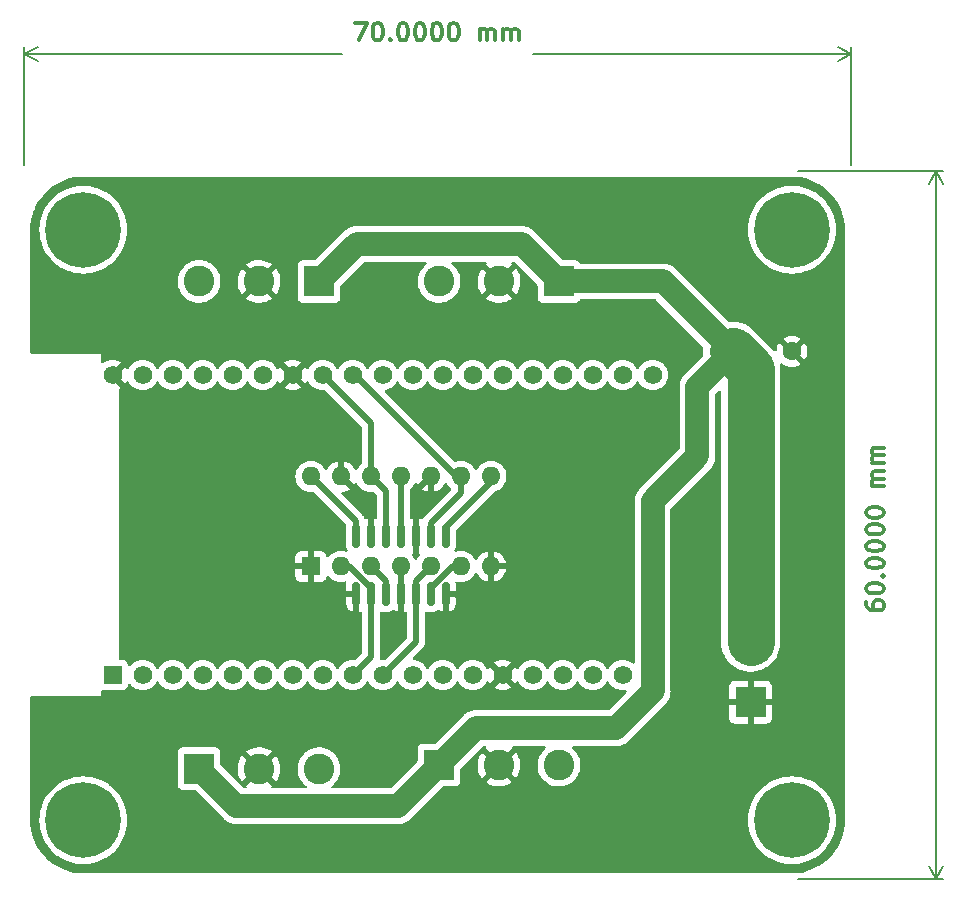
<source format=gbr>
%TF.GenerationSoftware,KiCad,Pcbnew,(6.0.0)*%
%TF.CreationDate,2022-09-21T16:06:08+02:00*%
%TF.ProjectId,ESP32_Wled_hub,45535033-325f-4576-9c65-645f6875622e,rev?*%
%TF.SameCoordinates,Original*%
%TF.FileFunction,Copper,L1,Top*%
%TF.FilePolarity,Positive*%
%FSLAX46Y46*%
G04 Gerber Fmt 4.6, Leading zero omitted, Abs format (unit mm)*
G04 Created by KiCad (PCBNEW (6.0.0)) date 2022-09-21 16:06:08*
%MOMM*%
%LPD*%
G01*
G04 APERTURE LIST*
G04 Aperture macros list*
%AMRoundRect*
0 Rectangle with rounded corners*
0 $1 Rounding radius*
0 $2 $3 $4 $5 $6 $7 $8 $9 X,Y pos of 4 corners*
0 Add a 4 corners polygon primitive as box body*
4,1,4,$2,$3,$4,$5,$6,$7,$8,$9,$2,$3,0*
0 Add four circle primitives for the rounded corners*
1,1,$1+$1,$2,$3*
1,1,$1+$1,$4,$5*
1,1,$1+$1,$6,$7*
1,1,$1+$1,$8,$9*
0 Add four rect primitives between the rounded corners*
20,1,$1+$1,$2,$3,$4,$5,0*
20,1,$1+$1,$4,$5,$6,$7,0*
20,1,$1+$1,$6,$7,$8,$9,0*
20,1,$1+$1,$8,$9,$2,$3,0*%
G04 Aperture macros list end*
%ADD10C,0.300000*%
%TA.AperFunction,NonConductor*%
%ADD11C,0.300000*%
%TD*%
%TA.AperFunction,NonConductor*%
%ADD12C,0.200000*%
%TD*%
%TA.AperFunction,ComponentPad*%
%ADD13R,2.600000X2.600000*%
%TD*%
%TA.AperFunction,ComponentPad*%
%ADD14C,2.600000*%
%TD*%
%TA.AperFunction,ComponentPad*%
%ADD15C,6.400000*%
%TD*%
%TA.AperFunction,ComponentPad*%
%ADD16C,0.800000*%
%TD*%
%TA.AperFunction,ComponentPad*%
%ADD17R,1.560000X1.560000*%
%TD*%
%TA.AperFunction,ComponentPad*%
%ADD18C,1.560000*%
%TD*%
%TA.AperFunction,ComponentPad*%
%ADD19C,1.600000*%
%TD*%
%TA.AperFunction,SMDPad,CuDef*%
%ADD20RoundRect,0.150000X0.150000X-0.825000X0.150000X0.825000X-0.150000X0.825000X-0.150000X-0.825000X0*%
%TD*%
%TA.AperFunction,ComponentPad*%
%ADD21R,1.600000X1.600000*%
%TD*%
%TA.AperFunction,ComponentPad*%
%ADD22O,1.600000X1.600000*%
%TD*%
%TA.AperFunction,ViaPad*%
%ADD23C,0.800000*%
%TD*%
%TA.AperFunction,Conductor*%
%ADD24C,2.000000*%
%TD*%
%TA.AperFunction,Conductor*%
%ADD25C,0.500000*%
%TD*%
%TA.AperFunction,Conductor*%
%ADD26C,4.000000*%
%TD*%
G04 APERTURE END LIST*
D10*
D11*
X130138571Y-70014285D02*
X130138571Y-70300000D01*
X130210000Y-70442857D01*
X130281428Y-70514285D01*
X130495714Y-70657142D01*
X130781428Y-70728571D01*
X131352857Y-70728571D01*
X131495714Y-70657142D01*
X131567142Y-70585714D01*
X131638571Y-70442857D01*
X131638571Y-70157142D01*
X131567142Y-70014285D01*
X131495714Y-69942857D01*
X131352857Y-69871428D01*
X130995714Y-69871428D01*
X130852857Y-69942857D01*
X130781428Y-70014285D01*
X130710000Y-70157142D01*
X130710000Y-70442857D01*
X130781428Y-70585714D01*
X130852857Y-70657142D01*
X130995714Y-70728571D01*
X130138571Y-68942857D02*
X130138571Y-68800000D01*
X130210000Y-68657142D01*
X130281428Y-68585714D01*
X130424285Y-68514285D01*
X130710000Y-68442857D01*
X131067142Y-68442857D01*
X131352857Y-68514285D01*
X131495714Y-68585714D01*
X131567142Y-68657142D01*
X131638571Y-68800000D01*
X131638571Y-68942857D01*
X131567142Y-69085714D01*
X131495714Y-69157142D01*
X131352857Y-69228571D01*
X131067142Y-69300000D01*
X130710000Y-69300000D01*
X130424285Y-69228571D01*
X130281428Y-69157142D01*
X130210000Y-69085714D01*
X130138571Y-68942857D01*
X131495714Y-67800000D02*
X131567142Y-67728571D01*
X131638571Y-67800000D01*
X131567142Y-67871428D01*
X131495714Y-67800000D01*
X131638571Y-67800000D01*
X130138571Y-66800000D02*
X130138571Y-66657142D01*
X130210000Y-66514285D01*
X130281428Y-66442857D01*
X130424285Y-66371428D01*
X130710000Y-66300000D01*
X131067142Y-66300000D01*
X131352857Y-66371428D01*
X131495714Y-66442857D01*
X131567142Y-66514285D01*
X131638571Y-66657142D01*
X131638571Y-66800000D01*
X131567142Y-66942857D01*
X131495714Y-67014285D01*
X131352857Y-67085714D01*
X131067142Y-67157142D01*
X130710000Y-67157142D01*
X130424285Y-67085714D01*
X130281428Y-67014285D01*
X130210000Y-66942857D01*
X130138571Y-66800000D01*
X130138571Y-65371428D02*
X130138571Y-65228571D01*
X130210000Y-65085714D01*
X130281428Y-65014285D01*
X130424285Y-64942857D01*
X130710000Y-64871428D01*
X131067142Y-64871428D01*
X131352857Y-64942857D01*
X131495714Y-65014285D01*
X131567142Y-65085714D01*
X131638571Y-65228571D01*
X131638571Y-65371428D01*
X131567142Y-65514285D01*
X131495714Y-65585714D01*
X131352857Y-65657142D01*
X131067142Y-65728571D01*
X130710000Y-65728571D01*
X130424285Y-65657142D01*
X130281428Y-65585714D01*
X130210000Y-65514285D01*
X130138571Y-65371428D01*
X130138571Y-63942857D02*
X130138571Y-63800000D01*
X130210000Y-63657142D01*
X130281428Y-63585714D01*
X130424285Y-63514285D01*
X130710000Y-63442857D01*
X131067142Y-63442857D01*
X131352857Y-63514285D01*
X131495714Y-63585714D01*
X131567142Y-63657142D01*
X131638571Y-63800000D01*
X131638571Y-63942857D01*
X131567142Y-64085714D01*
X131495714Y-64157142D01*
X131352857Y-64228571D01*
X131067142Y-64300000D01*
X130710000Y-64300000D01*
X130424285Y-64228571D01*
X130281428Y-64157142D01*
X130210000Y-64085714D01*
X130138571Y-63942857D01*
X130138571Y-62514285D02*
X130138571Y-62371428D01*
X130210000Y-62228571D01*
X130281428Y-62157142D01*
X130424285Y-62085714D01*
X130710000Y-62014285D01*
X131067142Y-62014285D01*
X131352857Y-62085714D01*
X131495714Y-62157142D01*
X131567142Y-62228571D01*
X131638571Y-62371428D01*
X131638571Y-62514285D01*
X131567142Y-62657142D01*
X131495714Y-62728571D01*
X131352857Y-62800000D01*
X131067142Y-62871428D01*
X130710000Y-62871428D01*
X130424285Y-62800000D01*
X130281428Y-62728571D01*
X130210000Y-62657142D01*
X130138571Y-62514285D01*
X131638571Y-60228571D02*
X130638571Y-60228571D01*
X130781428Y-60228571D02*
X130710000Y-60157142D01*
X130638571Y-60014285D01*
X130638571Y-59800000D01*
X130710000Y-59657142D01*
X130852857Y-59585714D01*
X131638571Y-59585714D01*
X130852857Y-59585714D02*
X130710000Y-59514285D01*
X130638571Y-59371428D01*
X130638571Y-59157142D01*
X130710000Y-59014285D01*
X130852857Y-58942857D01*
X131638571Y-58942857D01*
X131638571Y-58228571D02*
X130638571Y-58228571D01*
X130781428Y-58228571D02*
X130710000Y-58157142D01*
X130638571Y-58014285D01*
X130638571Y-57800000D01*
X130710000Y-57657142D01*
X130852857Y-57585714D01*
X131638571Y-57585714D01*
X130852857Y-57585714D02*
X130710000Y-57514285D01*
X130638571Y-57371428D01*
X130638571Y-57157142D01*
X130710000Y-57014285D01*
X130852857Y-56942857D01*
X131638571Y-56942857D01*
D12*
X124360000Y-33500000D02*
X136646420Y-33500000D01*
X124360000Y-93500000D02*
X136646420Y-93500000D01*
X136060000Y-33500000D02*
X136060000Y-93500000D01*
X136060000Y-33500000D02*
X136060000Y-93500000D01*
X136060000Y-33500000D02*
X135473579Y-34626504D01*
X136060000Y-33500000D02*
X136646421Y-34626504D01*
X136060000Y-93500000D02*
X136646421Y-92373496D01*
X136060000Y-93500000D02*
X135473579Y-92373496D01*
D10*
D11*
X86860000Y-20978571D02*
X87860000Y-20978571D01*
X87217142Y-22478571D01*
X88717142Y-20978571D02*
X88860000Y-20978571D01*
X89002857Y-21050000D01*
X89074285Y-21121428D01*
X89145714Y-21264285D01*
X89217142Y-21550000D01*
X89217142Y-21907142D01*
X89145714Y-22192857D01*
X89074285Y-22335714D01*
X89002857Y-22407142D01*
X88860000Y-22478571D01*
X88717142Y-22478571D01*
X88574285Y-22407142D01*
X88502857Y-22335714D01*
X88431428Y-22192857D01*
X88360000Y-21907142D01*
X88360000Y-21550000D01*
X88431428Y-21264285D01*
X88502857Y-21121428D01*
X88574285Y-21050000D01*
X88717142Y-20978571D01*
X89860000Y-22335714D02*
X89931428Y-22407142D01*
X89860000Y-22478571D01*
X89788571Y-22407142D01*
X89860000Y-22335714D01*
X89860000Y-22478571D01*
X90860000Y-20978571D02*
X91002857Y-20978571D01*
X91145714Y-21050000D01*
X91217142Y-21121428D01*
X91288571Y-21264285D01*
X91360000Y-21550000D01*
X91360000Y-21907142D01*
X91288571Y-22192857D01*
X91217142Y-22335714D01*
X91145714Y-22407142D01*
X91002857Y-22478571D01*
X90860000Y-22478571D01*
X90717142Y-22407142D01*
X90645714Y-22335714D01*
X90574285Y-22192857D01*
X90502857Y-21907142D01*
X90502857Y-21550000D01*
X90574285Y-21264285D01*
X90645714Y-21121428D01*
X90717142Y-21050000D01*
X90860000Y-20978571D01*
X92288571Y-20978571D02*
X92431428Y-20978571D01*
X92574285Y-21050000D01*
X92645714Y-21121428D01*
X92717142Y-21264285D01*
X92788571Y-21550000D01*
X92788571Y-21907142D01*
X92717142Y-22192857D01*
X92645714Y-22335714D01*
X92574285Y-22407142D01*
X92431428Y-22478571D01*
X92288571Y-22478571D01*
X92145714Y-22407142D01*
X92074285Y-22335714D01*
X92002857Y-22192857D01*
X91931428Y-21907142D01*
X91931428Y-21550000D01*
X92002857Y-21264285D01*
X92074285Y-21121428D01*
X92145714Y-21050000D01*
X92288571Y-20978571D01*
X93717142Y-20978571D02*
X93860000Y-20978571D01*
X94002857Y-21050000D01*
X94074285Y-21121428D01*
X94145714Y-21264285D01*
X94217142Y-21550000D01*
X94217142Y-21907142D01*
X94145714Y-22192857D01*
X94074285Y-22335714D01*
X94002857Y-22407142D01*
X93860000Y-22478571D01*
X93717142Y-22478571D01*
X93574285Y-22407142D01*
X93502857Y-22335714D01*
X93431428Y-22192857D01*
X93360000Y-21907142D01*
X93360000Y-21550000D01*
X93431428Y-21264285D01*
X93502857Y-21121428D01*
X93574285Y-21050000D01*
X93717142Y-20978571D01*
X95145714Y-20978571D02*
X95288571Y-20978571D01*
X95431428Y-21050000D01*
X95502857Y-21121428D01*
X95574285Y-21264285D01*
X95645714Y-21550000D01*
X95645714Y-21907142D01*
X95574285Y-22192857D01*
X95502857Y-22335714D01*
X95431428Y-22407142D01*
X95288571Y-22478571D01*
X95145714Y-22478571D01*
X95002857Y-22407142D01*
X94931428Y-22335714D01*
X94860000Y-22192857D01*
X94788571Y-21907142D01*
X94788571Y-21550000D01*
X94860000Y-21264285D01*
X94931428Y-21121428D01*
X95002857Y-21050000D01*
X95145714Y-20978571D01*
X97431428Y-22478571D02*
X97431428Y-21478571D01*
X97431428Y-21621428D02*
X97502857Y-21550000D01*
X97645714Y-21478571D01*
X97860000Y-21478571D01*
X98002857Y-21550000D01*
X98074285Y-21692857D01*
X98074285Y-22478571D01*
X98074285Y-21692857D02*
X98145714Y-21550000D01*
X98288571Y-21478571D01*
X98502857Y-21478571D01*
X98645714Y-21550000D01*
X98717142Y-21692857D01*
X98717142Y-22478571D01*
X99431428Y-22478571D02*
X99431428Y-21478571D01*
X99431428Y-21621428D02*
X99502857Y-21550000D01*
X99645714Y-21478571D01*
X99860000Y-21478571D01*
X100002857Y-21550000D01*
X100074285Y-21692857D01*
X100074285Y-22478571D01*
X100074285Y-21692857D02*
X100145714Y-21550000D01*
X100288571Y-21478571D01*
X100502857Y-21478571D01*
X100645714Y-21550000D01*
X100717142Y-21692857D01*
X100717142Y-22478571D01*
D12*
X58860000Y-33000000D02*
X58860000Y-23013580D01*
X128860000Y-33000000D02*
X128860000Y-23013580D01*
X58860000Y-23600000D02*
X85745715Y-23600000D01*
X101974286Y-23600000D02*
X128860000Y-23600000D01*
X58860000Y-23600000D02*
X59986504Y-24186421D01*
X58860000Y-23600000D02*
X59986504Y-23013579D01*
X128860000Y-23600000D02*
X127733496Y-23013579D01*
X128860000Y-23600000D02*
X127733496Y-24186421D01*
D13*
%TO.P,J5,1,Pin_1*%
%TO.N,Vbus*%
X104145000Y-42875000D03*
D14*
%TO.P,J5,2,Pin_2*%
%TO.N,GND*%
X99065000Y-42875000D03*
%TO.P,J5,3,Pin_3*%
%TO.N,HV3*%
X93985000Y-42875000D03*
%TD*%
D15*
%TO.P,H4,1*%
%TO.N,N/C*%
X63860000Y-88500000D03*
D16*
X65557056Y-90197056D03*
X63860000Y-86100000D03*
X62162944Y-90197056D03*
X63860000Y-90900000D03*
X62162944Y-86802944D03*
X66260000Y-88500000D03*
X61460000Y-88500000D03*
X65557056Y-86802944D03*
%TD*%
D17*
%TO.P,U2,1,3V3*%
%TO.N,unconnected-(U2-Pad1)*%
X66350000Y-76200000D03*
D18*
%TO.P,U2,2,EN*%
%TO.N,unconnected-(U2-Pad2)*%
X68890000Y-76200000D03*
%TO.P,U2,3,SENSOR_VP*%
%TO.N,unconnected-(U2-Pad3)*%
X71430000Y-76200000D03*
%TO.P,U2,4,SENSOR_VN*%
%TO.N,unconnected-(U2-Pad4)*%
X73970000Y-76200000D03*
%TO.P,U2,5,IO34*%
%TO.N,unconnected-(U2-Pad5)*%
X76510000Y-76200000D03*
%TO.P,U2,6,IO35*%
%TO.N,unconnected-(U2-Pad6)*%
X79050000Y-76200000D03*
%TO.P,U2,7,IO32*%
%TO.N,unconnected-(U2-Pad7)*%
X81590000Y-76200000D03*
%TO.P,U2,8,IO33*%
%TO.N,unconnected-(U2-Pad8)*%
X84130000Y-76200000D03*
%TO.P,U2,9,IO25*%
%TO.N,LV1*%
X86670000Y-76200000D03*
%TO.P,U2,10,IO26*%
%TO.N,LV2*%
X89210000Y-76200000D03*
%TO.P,U2,11,IO27*%
%TO.N,unconnected-(U2-Pad11)*%
X91750000Y-76200000D03*
%TO.P,U2,12,IO14*%
%TO.N,unconnected-(U2-Pad12)*%
X94290000Y-76200000D03*
%TO.P,U2,13,IO12*%
%TO.N,unconnected-(U2-Pad13)*%
X96830000Y-76200000D03*
%TO.P,U2,14,GND1*%
%TO.N,GND*%
X99370000Y-76200000D03*
%TO.P,U2,15,IO13*%
%TO.N,unconnected-(U2-Pad15)*%
X101910000Y-76200000D03*
%TO.P,U2,16,SD2*%
%TO.N,unconnected-(U2-Pad16)*%
X104450000Y-76200000D03*
%TO.P,U2,17,SD3*%
%TO.N,unconnected-(U2-Pad17)*%
X106990000Y-76200000D03*
%TO.P,U2,18,CMD*%
%TO.N,unconnected-(U2-Pad18)*%
X109530000Y-76200000D03*
%TO.P,U2,19,EXT_5V*%
%TO.N,Vbus*%
X112070000Y-76200000D03*
%TO.P,U2,20,GND3*%
%TO.N,GND*%
X66350000Y-50800000D03*
%TO.P,U2,21,IO23*%
%TO.N,unconnected-(U2-Pad21)*%
X68890000Y-50800000D03*
%TO.P,U2,22,IO22*%
%TO.N,unconnected-(U2-Pad22)*%
X71430000Y-50800000D03*
%TO.P,U2,23,TXD0*%
%TO.N,unconnected-(U2-Pad23)*%
X73970000Y-50800000D03*
%TO.P,U2,24,RXD0*%
%TO.N,unconnected-(U2-Pad24)*%
X76510000Y-50800000D03*
%TO.P,U2,25,IO21*%
%TO.N,unconnected-(U2-Pad25)*%
X79050000Y-50800000D03*
%TO.P,U2,26,GND2*%
%TO.N,GND*%
X81590000Y-50800000D03*
%TO.P,U2,27,IO19*%
%TO.N,LV4*%
X84130000Y-50800000D03*
%TO.P,U2,28,IO18*%
%TO.N,LV3*%
X86670000Y-50800000D03*
%TO.P,U2,29,IO5*%
%TO.N,unconnected-(U2-Pad29)*%
X89210000Y-50800000D03*
%TO.P,U2,30,IO17*%
%TO.N,unconnected-(U2-Pad30)*%
X91750000Y-50800000D03*
%TO.P,U2,31,IO16*%
%TO.N,unconnected-(U2-Pad31)*%
X94290000Y-50800000D03*
%TO.P,U2,32,IO4*%
%TO.N,unconnected-(U2-Pad32)*%
X96830000Y-50800000D03*
%TO.P,U2,33,IO0*%
%TO.N,unconnected-(U2-Pad33)*%
X99370000Y-50800000D03*
%TO.P,U2,34,IO2*%
%TO.N,unconnected-(U2-Pad34)*%
X101910000Y-50800000D03*
%TO.P,U2,35,IO15*%
%TO.N,unconnected-(U2-Pad35)*%
X104450000Y-50800000D03*
%TO.P,U2,36,SD1*%
%TO.N,unconnected-(U2-Pad36)*%
X106990000Y-50800000D03*
%TO.P,U2,37,SD0*%
%TO.N,unconnected-(U2-Pad37)*%
X109530000Y-50800000D03*
%TO.P,U2,38,CLK*%
%TO.N,unconnected-(U2-Pad38)*%
X112070000Y-50800000D03*
%TD*%
D16*
%TO.P,H3,1*%
%TO.N,N/C*%
X125557056Y-86802944D03*
X123860000Y-90900000D03*
X121460000Y-88500000D03*
X122162944Y-90197056D03*
X123860000Y-86100000D03*
D15*
X123860000Y-88500000D03*
D16*
X122162944Y-86802944D03*
X126260000Y-88500000D03*
X125557056Y-90197056D03*
%TD*%
D13*
%TO.P,J6,1,Pin_1*%
%TO.N,Vbus*%
X93980000Y-83820000D03*
D14*
%TO.P,J6,2,Pin_2*%
%TO.N,GND*%
X99060000Y-83820000D03*
%TO.P,J6,3,Pin_3*%
%TO.N,HV2*%
X104140000Y-83820000D03*
%TD*%
D13*
%TO.P,J4,1,Pin_1*%
%TO.N,Vbus*%
X73655000Y-84125000D03*
D14*
%TO.P,J4,2,Pin_2*%
%TO.N,GND*%
X78735000Y-84125000D03*
%TO.P,J4,3,Pin_3*%
%TO.N,HV1*%
X83815000Y-84125000D03*
%TD*%
D16*
%TO.P,H1,1*%
%TO.N,N/C*%
X65557056Y-40197056D03*
X65557056Y-36802944D03*
D15*
X63860000Y-38500000D03*
D16*
X61460000Y-38500000D03*
X63860000Y-36100000D03*
X62162944Y-36802944D03*
X66260000Y-38500000D03*
X63860000Y-40900000D03*
X62162944Y-40197056D03*
%TD*%
%TO.P,H2,1*%
%TO.N,N/C*%
X126260000Y-38500000D03*
X121460000Y-38500000D03*
X125557056Y-36802944D03*
X125557056Y-40197056D03*
D15*
X123860000Y-38500000D03*
D16*
X122162944Y-36802944D03*
X122162944Y-40197056D03*
X123860000Y-36100000D03*
X123860000Y-40900000D03*
%TD*%
D19*
%TO.P,C1,1*%
%TO.N,Vbus*%
X118860000Y-48800000D03*
%TO.P,C1,2*%
%TO.N,GND*%
X123860000Y-48800000D03*
%TD*%
D13*
%TO.P,J1,1,Pin_1*%
%TO.N,GND*%
X120360000Y-78500000D03*
D14*
%TO.P,J1,2,Pin_2*%
%TO.N,Vbus*%
X120360000Y-73420000D03*
%TD*%
D20*
%TO.P,U1,1*%
%TO.N,GND*%
X86950000Y-69375000D03*
D21*
X83135000Y-67000000D03*
D22*
%TO.P,U1,2*%
%TO.N,LV1*%
X85675000Y-67000000D03*
D20*
X88220000Y-69375000D03*
D22*
%TO.P,U1,3*%
%TO.N,HV1*%
X88215000Y-67000000D03*
D20*
X89490000Y-69375000D03*
D22*
%TO.P,U1,4*%
%TO.N,GND*%
X90755000Y-67000000D03*
D20*
X90760000Y-69375000D03*
D22*
%TO.P,U1,5*%
%TO.N,LV2*%
X93295000Y-67000000D03*
D20*
X92030000Y-69375000D03*
D22*
%TO.P,U1,6*%
%TO.N,HV2*%
X95835000Y-67000000D03*
D20*
X93300000Y-69375000D03*
D22*
%TO.P,U1,7,GND*%
%TO.N,GND*%
X98375000Y-67000000D03*
D20*
X94570000Y-69375000D03*
%TO.P,U1,8*%
%TO.N,HV3*%
X94570000Y-64425000D03*
D22*
X98375000Y-59380000D03*
%TO.P,U1,9*%
%TO.N,LV3*%
X95835000Y-59380000D03*
D20*
X93300000Y-64425000D03*
%TO.P,U1,10*%
%TO.N,GND*%
X92030000Y-64425000D03*
D22*
X93295000Y-59380000D03*
%TO.P,U1,11*%
%TO.N,HV4*%
X90755000Y-59380000D03*
D20*
X90760000Y-64425000D03*
%TO.P,U1,12*%
%TO.N,LV4*%
X89490000Y-64425000D03*
D22*
X88215000Y-59380000D03*
D20*
%TO.P,U1,13*%
%TO.N,GND*%
X88220000Y-64425000D03*
D22*
X85675000Y-59380000D03*
D20*
%TO.P,U1,14,VCC*%
%TO.N,Vbus*%
X86950000Y-64425000D03*
D22*
X83135000Y-59380000D03*
%TD*%
D13*
%TO.P,J7,1,Pin_1*%
%TO.N,Vbus*%
X83825000Y-42875000D03*
D14*
%TO.P,J7,2,Pin_2*%
%TO.N,GND*%
X78745000Y-42875000D03*
%TO.P,J7,3,Pin_3*%
%TO.N,HV4*%
X73665000Y-42875000D03*
%TD*%
D23*
%TO.N,GND*%
X107360000Y-74100000D03*
X104960000Y-74100000D03*
X96160000Y-69700000D03*
X86760000Y-72500000D03*
X90160000Y-72500000D03*
%TD*%
D24*
%TO.N,Vbus*%
X115860000Y-57700000D02*
X115860000Y-51800000D01*
X93980000Y-83820000D02*
X97100000Y-80700000D01*
X104145000Y-42875000D02*
X100970000Y-39700000D01*
D25*
X83135000Y-59380000D02*
X83140000Y-59380000D01*
D24*
X115860000Y-51800000D02*
X118860000Y-48800000D01*
D25*
X86950000Y-63190000D02*
X86950000Y-64425000D01*
D24*
X112070000Y-76200000D02*
X112070000Y-61490000D01*
X87000000Y-39700000D02*
X83825000Y-42875000D01*
D25*
X83140000Y-59380000D02*
X86950000Y-63190000D01*
D24*
X112070000Y-61490000D02*
X115860000Y-57700000D01*
X93980000Y-83820000D02*
X90500000Y-87300000D01*
D26*
X120360000Y-73420000D02*
X120360000Y-50300000D01*
D24*
X90500000Y-87300000D02*
X76830000Y-87300000D01*
D26*
X120360000Y-50300000D02*
X118860000Y-48800000D01*
D24*
X112070000Y-77590000D02*
X112070000Y-76200000D01*
X97100000Y-80700000D02*
X108960000Y-80700000D01*
X108960000Y-80700000D02*
X112070000Y-77590000D01*
X100970000Y-39700000D02*
X87000000Y-39700000D01*
X112935000Y-42875000D02*
X118860000Y-48800000D01*
X104145000Y-42875000D02*
X112935000Y-42875000D01*
X76830000Y-87300000D02*
X73655000Y-84125000D01*
D25*
%TO.N,GND*%
X88220000Y-61925000D02*
X85675000Y-59380000D01*
X92030000Y-64425000D02*
X92030000Y-60645000D01*
X92030000Y-60645000D02*
X93295000Y-59380000D01*
X90760000Y-67005000D02*
X90755000Y-67000000D01*
X90760000Y-69375000D02*
X90760000Y-67005000D01*
X88220000Y-64425000D02*
X88220000Y-61925000D01*
%TO.N,HV1*%
X89490000Y-68275000D02*
X88215000Y-67000000D01*
X89490000Y-69375000D02*
X89490000Y-68275000D01*
%TO.N,HV2*%
X93300000Y-68822151D02*
X95122151Y-67000000D01*
X95122151Y-67000000D02*
X95835000Y-67000000D01*
X93300000Y-69375000D02*
X93300000Y-68822151D01*
%TO.N,HV3*%
X94570000Y-63690000D02*
X94570000Y-64425000D01*
X98375000Y-59380000D02*
X98375000Y-59885000D01*
X98375000Y-59885000D02*
X94570000Y-63690000D01*
%TO.N,HV4*%
X90755000Y-64420000D02*
X90760000Y-64425000D01*
X90755000Y-59380000D02*
X90755000Y-64420000D01*
%TO.N,LV4*%
X88215000Y-59380000D02*
X88215000Y-54885000D01*
X88215000Y-54885000D02*
X84130000Y-50800000D01*
X89490000Y-60655000D02*
X89490000Y-64425000D01*
X88215000Y-59380000D02*
X89490000Y-60655000D01*
%TO.N,LV3*%
X93300000Y-64425000D02*
X93300000Y-63360000D01*
X95440000Y-59380000D02*
X86860000Y-50800000D01*
X95835000Y-59380000D02*
X95440000Y-59380000D01*
X95835000Y-60825000D02*
X95835000Y-59380000D01*
X86860000Y-50800000D02*
X86670000Y-50800000D01*
X93300000Y-63360000D02*
X95835000Y-60825000D01*
%TO.N,LV2*%
X92030000Y-68265000D02*
X93295000Y-67000000D01*
X92030000Y-73380000D02*
X89210000Y-76200000D01*
X92030000Y-69375000D02*
X92030000Y-68265000D01*
X92030000Y-69375000D02*
X92030000Y-73380000D01*
%TO.N,LV1*%
X88220000Y-74650000D02*
X86670000Y-76200000D01*
X86397849Y-67000000D02*
X85675000Y-67000000D01*
X88220000Y-69375000D02*
X88220000Y-74650000D01*
X88220000Y-69375000D02*
X88220000Y-68822151D01*
X88220000Y-68822151D02*
X86397849Y-67000000D01*
%TD*%
%TA.AperFunction,Conductor*%
%TO.N,GND*%
G36*
X123830057Y-34009500D02*
G01*
X123844858Y-34011805D01*
X123844861Y-34011805D01*
X123853730Y-34013186D01*
X123874158Y-34010515D01*
X123895983Y-34009571D01*
X124246007Y-34024853D01*
X124256958Y-34025811D01*
X124634579Y-34075527D01*
X124645403Y-34077436D01*
X125017243Y-34159870D01*
X125027860Y-34162715D01*
X125391110Y-34277248D01*
X125401425Y-34281001D01*
X125753334Y-34426766D01*
X125763269Y-34431399D01*
X126101128Y-34607278D01*
X126110637Y-34612768D01*
X126431860Y-34817410D01*
X126440864Y-34823714D01*
X126743043Y-35055583D01*
X126751463Y-35062649D01*
X127032268Y-35319959D01*
X127040041Y-35327732D01*
X127297351Y-35608537D01*
X127304417Y-35616957D01*
X127536286Y-35919136D01*
X127542590Y-35928140D01*
X127747232Y-36249363D01*
X127752722Y-36258872D01*
X127928601Y-36596731D01*
X127933234Y-36606666D01*
X127976047Y-36710026D01*
X128078996Y-36958568D01*
X128082752Y-36968890D01*
X128138819Y-37146710D01*
X128197285Y-37332139D01*
X128200130Y-37342757D01*
X128282564Y-37714597D01*
X128284473Y-37725421D01*
X128334189Y-38103042D01*
X128335147Y-38113993D01*
X128339167Y-38206060D01*
X128350104Y-38456583D01*
X128348724Y-38481461D01*
X128346814Y-38493730D01*
X128349274Y-38512539D01*
X128350936Y-38525251D01*
X128352000Y-38541589D01*
X128352000Y-88450672D01*
X128350500Y-88470056D01*
X128346814Y-88493730D01*
X128349485Y-88514158D01*
X128350429Y-88535983D01*
X128338883Y-88800426D01*
X128335147Y-88886007D01*
X128334189Y-88896958D01*
X128284473Y-89274579D01*
X128282564Y-89285403D01*
X128200130Y-89657243D01*
X128197285Y-89667860D01*
X128090239Y-90007368D01*
X128082755Y-90031103D01*
X128078999Y-90041425D01*
X127947223Y-90359563D01*
X127933238Y-90393325D01*
X127928601Y-90403269D01*
X127752722Y-90741128D01*
X127747232Y-90750637D01*
X127542590Y-91071860D01*
X127536286Y-91080864D01*
X127304417Y-91383043D01*
X127297351Y-91391463D01*
X127040041Y-91672268D01*
X127032268Y-91680041D01*
X126751463Y-91937351D01*
X126743043Y-91944417D01*
X126440864Y-92176286D01*
X126431860Y-92182590D01*
X126110637Y-92387232D01*
X126101128Y-92392722D01*
X125763269Y-92568601D01*
X125753334Y-92573234D01*
X125401425Y-92718999D01*
X125391110Y-92722752D01*
X125027861Y-92837285D01*
X125017243Y-92840130D01*
X124645403Y-92922564D01*
X124634579Y-92924473D01*
X124256958Y-92974189D01*
X124246007Y-92975147D01*
X123903417Y-92990104D01*
X123878539Y-92988724D01*
X123878160Y-92988665D01*
X123866270Y-92986814D01*
X123834749Y-92990936D01*
X123818411Y-92992000D01*
X63909328Y-92992000D01*
X63889943Y-92990500D01*
X63875142Y-92988195D01*
X63875139Y-92988195D01*
X63866270Y-92986814D01*
X63845842Y-92989485D01*
X63824017Y-92990429D01*
X63473993Y-92975147D01*
X63463042Y-92974189D01*
X63085421Y-92924473D01*
X63074597Y-92922564D01*
X62702757Y-92840130D01*
X62692139Y-92837285D01*
X62328890Y-92722752D01*
X62318575Y-92718999D01*
X61966666Y-92573234D01*
X61956731Y-92568601D01*
X61618872Y-92392722D01*
X61609363Y-92387232D01*
X61288140Y-92182590D01*
X61279136Y-92176286D01*
X60976957Y-91944417D01*
X60968537Y-91937351D01*
X60687732Y-91680041D01*
X60679959Y-91672268D01*
X60422649Y-91391463D01*
X60415583Y-91383043D01*
X60183714Y-91080864D01*
X60177410Y-91071860D01*
X59972768Y-90750637D01*
X59967278Y-90741128D01*
X59791399Y-90403269D01*
X59786762Y-90393325D01*
X59772778Y-90359563D01*
X59641001Y-90041425D01*
X59637245Y-90031103D01*
X59629762Y-90007368D01*
X59522715Y-89667860D01*
X59519870Y-89657243D01*
X59437436Y-89285403D01*
X59435527Y-89274579D01*
X59385811Y-88896957D01*
X59384853Y-88886006D01*
X59375561Y-88673180D01*
X59370059Y-88547172D01*
X59371686Y-88520769D01*
X59372263Y-88517342D01*
X59372263Y-88517340D01*
X59373071Y-88512539D01*
X59373224Y-88500000D01*
X60146411Y-88500000D01*
X60166754Y-88888176D01*
X60167267Y-88891416D01*
X60167268Y-88891424D01*
X60168145Y-88896958D01*
X60227562Y-89272099D01*
X60328167Y-89647562D01*
X60467468Y-90010453D01*
X60643938Y-90356794D01*
X60855643Y-90682793D01*
X61100266Y-90984876D01*
X61375124Y-91259734D01*
X61677207Y-91504357D01*
X61679970Y-91506152D01*
X61679971Y-91506152D01*
X61942014Y-91676324D01*
X62003205Y-91716062D01*
X62006139Y-91717557D01*
X62006146Y-91717561D01*
X62336680Y-91885976D01*
X62349547Y-91892532D01*
X62712438Y-92031833D01*
X63087901Y-92132438D01*
X63291793Y-92164732D01*
X63468576Y-92192732D01*
X63468584Y-92192733D01*
X63471824Y-92193246D01*
X63860000Y-92213589D01*
X64248176Y-92193246D01*
X64251416Y-92192733D01*
X64251424Y-92192732D01*
X64428207Y-92164732D01*
X64632099Y-92132438D01*
X65007562Y-92031833D01*
X65370453Y-91892532D01*
X65383320Y-91885976D01*
X65713854Y-91717561D01*
X65713861Y-91717557D01*
X65716795Y-91716062D01*
X65777987Y-91676324D01*
X66040029Y-91506152D01*
X66040030Y-91506152D01*
X66042793Y-91504357D01*
X66344876Y-91259734D01*
X66619734Y-90984876D01*
X66864357Y-90682793D01*
X67076062Y-90356794D01*
X67252532Y-90010453D01*
X67391833Y-89647562D01*
X67492438Y-89272099D01*
X67551855Y-88896958D01*
X67552732Y-88891424D01*
X67552733Y-88891416D01*
X67553246Y-88888176D01*
X67573589Y-88500000D01*
X67553246Y-88111824D01*
X67492438Y-87727901D01*
X67391833Y-87352438D01*
X67252532Y-86989547D01*
X67076062Y-86643206D01*
X66864357Y-86317207D01*
X66619734Y-86015124D01*
X66344876Y-85740266D01*
X66269085Y-85678891D01*
X66139268Y-85573767D01*
X66042793Y-85495643D01*
X66008132Y-85473134D01*
X71846500Y-85473134D01*
X71853255Y-85535316D01*
X71904385Y-85671705D01*
X71991739Y-85788261D01*
X72108295Y-85875615D01*
X72244684Y-85926745D01*
X72306866Y-85933500D01*
X73277969Y-85933500D01*
X73346090Y-85953502D01*
X73367064Y-85970405D01*
X75746325Y-88349666D01*
X75748779Y-88352188D01*
X75792060Y-88397956D01*
X75817332Y-88424681D01*
X75851327Y-88450672D01*
X75879757Y-88472408D01*
X75884892Y-88476552D01*
X75929072Y-88514152D01*
X75944720Y-88527470D01*
X75949045Y-88530089D01*
X75949050Y-88530093D01*
X75972824Y-88544491D01*
X75984071Y-88552163D01*
X76010174Y-88572120D01*
X76071255Y-88604871D01*
X76079401Y-88609239D01*
X76085126Y-88612504D01*
X76152358Y-88653221D01*
X76182817Y-88665527D01*
X76195158Y-88671307D01*
X76224109Y-88686831D01*
X76228890Y-88688477D01*
X76228894Y-88688479D01*
X76298401Y-88712412D01*
X76304579Y-88714722D01*
X76318962Y-88720533D01*
X76377429Y-88744155D01*
X76382369Y-88745277D01*
X76382368Y-88745277D01*
X76409460Y-88751432D01*
X76422559Y-88755163D01*
X76453631Y-88765862D01*
X76531100Y-88779243D01*
X76537504Y-88780523D01*
X76614144Y-88797935D01*
X76646953Y-88799999D01*
X76660453Y-88801585D01*
X76692836Y-88807179D01*
X76696793Y-88807359D01*
X76696796Y-88807359D01*
X76720506Y-88808436D01*
X76720525Y-88808436D01*
X76721925Y-88808500D01*
X76778108Y-88808500D01*
X76786019Y-88808749D01*
X76856413Y-88813178D01*
X76897992Y-88809101D01*
X76910288Y-88808500D01*
X90475984Y-88808500D01*
X90479502Y-88808549D01*
X90574150Y-88811193D01*
X90574153Y-88811193D01*
X90579205Y-88811334D01*
X90657098Y-88800941D01*
X90663639Y-88800242D01*
X90692332Y-88797933D01*
X90736923Y-88794346D01*
X90736927Y-88794345D01*
X90741965Y-88793940D01*
X90773878Y-88786101D01*
X90787258Y-88783574D01*
X90819820Y-88779229D01*
X90824661Y-88777768D01*
X90824663Y-88777767D01*
X90895029Y-88756522D01*
X90901392Y-88754781D01*
X90915027Y-88751432D01*
X90977706Y-88736037D01*
X91007952Y-88723199D01*
X91020763Y-88718561D01*
X91047362Y-88710530D01*
X91052208Y-88709067D01*
X91056756Y-88706849D01*
X91056763Y-88706846D01*
X91122818Y-88674629D01*
X91128820Y-88671893D01*
X91178978Y-88650602D01*
X91201156Y-88641188D01*
X91228956Y-88623681D01*
X91240860Y-88617055D01*
X91270388Y-88602654D01*
X91334600Y-88557357D01*
X91340086Y-88553699D01*
X91402286Y-88514529D01*
X91402287Y-88514528D01*
X91406567Y-88511833D01*
X91410356Y-88508492D01*
X91410362Y-88508488D01*
X91419990Y-88500000D01*
X120146411Y-88500000D01*
X120166754Y-88888176D01*
X120167267Y-88891416D01*
X120167268Y-88891424D01*
X120168145Y-88896958D01*
X120227562Y-89272099D01*
X120328167Y-89647562D01*
X120467468Y-90010453D01*
X120643938Y-90356794D01*
X120855643Y-90682793D01*
X121100266Y-90984876D01*
X121375124Y-91259734D01*
X121677207Y-91504357D01*
X121679970Y-91506152D01*
X121679971Y-91506152D01*
X121942014Y-91676324D01*
X122003205Y-91716062D01*
X122006139Y-91717557D01*
X122006146Y-91717561D01*
X122336680Y-91885976D01*
X122349547Y-91892532D01*
X122712438Y-92031833D01*
X123087901Y-92132438D01*
X123291793Y-92164732D01*
X123468576Y-92192732D01*
X123468584Y-92192733D01*
X123471824Y-92193246D01*
X123860000Y-92213589D01*
X124248176Y-92193246D01*
X124251416Y-92192733D01*
X124251424Y-92192732D01*
X124428207Y-92164732D01*
X124632099Y-92132438D01*
X125007562Y-92031833D01*
X125370453Y-91892532D01*
X125383320Y-91885976D01*
X125713854Y-91717561D01*
X125713861Y-91717557D01*
X125716795Y-91716062D01*
X125777987Y-91676324D01*
X126040029Y-91506152D01*
X126040030Y-91506152D01*
X126042793Y-91504357D01*
X126344876Y-91259734D01*
X126619734Y-90984876D01*
X126864357Y-90682793D01*
X127076062Y-90356794D01*
X127252532Y-90010453D01*
X127391833Y-89647562D01*
X127492438Y-89272099D01*
X127551855Y-88896958D01*
X127552732Y-88891424D01*
X127552733Y-88891416D01*
X127553246Y-88888176D01*
X127573589Y-88500000D01*
X127553246Y-88111824D01*
X127492438Y-87727901D01*
X127391833Y-87352438D01*
X127252532Y-86989547D01*
X127076062Y-86643206D01*
X126864357Y-86317207D01*
X126619734Y-86015124D01*
X126344876Y-85740266D01*
X126269085Y-85678891D01*
X126139268Y-85573767D01*
X126042793Y-85495643D01*
X126002870Y-85469717D01*
X125719564Y-85285736D01*
X125719561Y-85285734D01*
X125716795Y-85283938D01*
X125713861Y-85282443D01*
X125713854Y-85282439D01*
X125373393Y-85108966D01*
X125370453Y-85107468D01*
X125007562Y-84968167D01*
X124632099Y-84867562D01*
X124428207Y-84835268D01*
X124251424Y-84807268D01*
X124251416Y-84807267D01*
X124248176Y-84806754D01*
X123860000Y-84786411D01*
X123471824Y-84806754D01*
X123468584Y-84807267D01*
X123468576Y-84807268D01*
X123291793Y-84835268D01*
X123087901Y-84867562D01*
X122712438Y-84968167D01*
X122349547Y-85107468D01*
X122346607Y-85108966D01*
X122006147Y-85282439D01*
X122006140Y-85282443D01*
X122003206Y-85283938D01*
X122000440Y-85285734D01*
X122000437Y-85285736D01*
X121875755Y-85366705D01*
X121677207Y-85495643D01*
X121580732Y-85573767D01*
X121450916Y-85678891D01*
X121375124Y-85740266D01*
X121100266Y-86015124D01*
X120855643Y-86317207D01*
X120643938Y-86643206D01*
X120467468Y-86989547D01*
X120328167Y-87352438D01*
X120227562Y-87727901D01*
X120166754Y-88111824D01*
X120146411Y-88500000D01*
X91419990Y-88500000D01*
X91431217Y-88490102D01*
X91441912Y-88481656D01*
X91455022Y-88472408D01*
X91468747Y-88462726D01*
X91490250Y-88443091D01*
X91529966Y-88403375D01*
X91535736Y-88397956D01*
X91584858Y-88354650D01*
X91584861Y-88354647D01*
X91588655Y-88351302D01*
X91615179Y-88319011D01*
X91623449Y-88309892D01*
X94267936Y-85665405D01*
X94330248Y-85631379D01*
X94357031Y-85628500D01*
X95328134Y-85628500D01*
X95390316Y-85621745D01*
X95526705Y-85570615D01*
X95643261Y-85483261D01*
X95730615Y-85366705D01*
X95768778Y-85264906D01*
X97979839Y-85264906D01*
X97988553Y-85276427D01*
X98095452Y-85354809D01*
X98103351Y-85359745D01*
X98332905Y-85480519D01*
X98341454Y-85484236D01*
X98586327Y-85569749D01*
X98595336Y-85572163D01*
X98850166Y-85620544D01*
X98859423Y-85621598D01*
X99118607Y-85631783D01*
X99127921Y-85631457D01*
X99385753Y-85603220D01*
X99394930Y-85601519D01*
X99645758Y-85535481D01*
X99654574Y-85532445D01*
X99892880Y-85430062D01*
X99901167Y-85425748D01*
X100121718Y-85289266D01*
X100129268Y-85283780D01*
X100134559Y-85279301D01*
X100142997Y-85266497D01*
X100136935Y-85256145D01*
X99072812Y-84192022D01*
X99058868Y-84184408D01*
X99057035Y-84184539D01*
X99050420Y-84188790D01*
X97986497Y-85252713D01*
X97979839Y-85264906D01*
X95768778Y-85264906D01*
X95781745Y-85230316D01*
X95788500Y-85168134D01*
X95788500Y-84197031D01*
X95808502Y-84128910D01*
X95825405Y-84107936D01*
X96156130Y-83777211D01*
X97247775Y-83777211D01*
X97260220Y-84036288D01*
X97261356Y-84045543D01*
X97311961Y-84299945D01*
X97314449Y-84308917D01*
X97402095Y-84553033D01*
X97405895Y-84561568D01*
X97528658Y-84790042D01*
X97533666Y-84797904D01*
X97603720Y-84891716D01*
X97614979Y-84900165D01*
X97627397Y-84893393D01*
X98687978Y-83832812D01*
X98694356Y-83821132D01*
X99424408Y-83821132D01*
X99424539Y-83822965D01*
X99428790Y-83829580D01*
X100496094Y-84896884D01*
X100508474Y-84903644D01*
X100516815Y-84897400D01*
X100650832Y-84689048D01*
X100655275Y-84680864D01*
X100761807Y-84444370D01*
X100764997Y-84435605D01*
X100835402Y-84185972D01*
X100837262Y-84176830D01*
X100870187Y-83918019D01*
X100870668Y-83911733D01*
X100872987Y-83823160D01*
X100872836Y-83816851D01*
X100853501Y-83556663D01*
X100852125Y-83547457D01*
X100794878Y-83294467D01*
X100792154Y-83285556D01*
X100698143Y-83043806D01*
X100694132Y-83035397D01*
X100565422Y-82810202D01*
X100560211Y-82802476D01*
X100516996Y-82747658D01*
X100505071Y-82739187D01*
X100493537Y-82745673D01*
X99432022Y-83807188D01*
X99424408Y-83821132D01*
X98694356Y-83821132D01*
X98695592Y-83818868D01*
X98695461Y-83817035D01*
X98691210Y-83810420D01*
X97625816Y-82745026D01*
X97612507Y-82737758D01*
X97602472Y-82744878D01*
X97586937Y-82763556D01*
X97581531Y-82771135D01*
X97446965Y-82992891D01*
X97442736Y-83001192D01*
X97342432Y-83240389D01*
X97339471Y-83249239D01*
X97275628Y-83500625D01*
X97274006Y-83509822D01*
X97248020Y-83767885D01*
X97247775Y-83777211D01*
X96156130Y-83777211D01*
X97687937Y-82245405D01*
X97750249Y-82211379D01*
X97777032Y-82208500D01*
X97854133Y-82208500D01*
X97922254Y-82228502D01*
X97968747Y-82282158D01*
X97979009Y-82351295D01*
X97976348Y-82371077D01*
X97981675Y-82382465D01*
X99047188Y-83447978D01*
X99061132Y-83455592D01*
X99062965Y-83455461D01*
X99069580Y-83451210D01*
X100134349Y-82386441D01*
X100141964Y-82372497D01*
X100139889Y-82343489D01*
X100154981Y-82274114D01*
X100205183Y-82223912D01*
X100265568Y-82208500D01*
X102899065Y-82208500D01*
X102967186Y-82228502D01*
X103013679Y-82282158D01*
X103023783Y-82352432D01*
X102994289Y-82417012D01*
X102982966Y-82428503D01*
X102856501Y-82541378D01*
X102835426Y-82560188D01*
X102663544Y-82766854D01*
X102524096Y-82996656D01*
X102522287Y-83000970D01*
X102522285Y-83000974D01*
X102476205Y-83110864D01*
X102420148Y-83244545D01*
X102353981Y-83505077D01*
X102327050Y-83772526D01*
X102327274Y-83777192D01*
X102327274Y-83777197D01*
X102329946Y-83832812D01*
X102339947Y-84041019D01*
X102392388Y-84304656D01*
X102483220Y-84557646D01*
X102610450Y-84794431D01*
X102613241Y-84798168D01*
X102613245Y-84798175D01*
X102689405Y-84900165D01*
X102771281Y-85009810D01*
X102774590Y-85013090D01*
X102774595Y-85013096D01*
X102958863Y-85195762D01*
X102962180Y-85199050D01*
X102965942Y-85201808D01*
X102965945Y-85201811D01*
X103174609Y-85354809D01*
X103178954Y-85357995D01*
X103183089Y-85360171D01*
X103183093Y-85360173D01*
X103412698Y-85480975D01*
X103416840Y-85483154D01*
X103670613Y-85571775D01*
X103675206Y-85572647D01*
X103930109Y-85621042D01*
X103930112Y-85621042D01*
X103934698Y-85621913D01*
X104062370Y-85626929D01*
X104198625Y-85632283D01*
X104198630Y-85632283D01*
X104203293Y-85632466D01*
X104307607Y-85621042D01*
X104465844Y-85603713D01*
X104465850Y-85603712D01*
X104470497Y-85603203D01*
X104475021Y-85602012D01*
X104725918Y-85535956D01*
X104725920Y-85535955D01*
X104730441Y-85534765D01*
X104809585Y-85500762D01*
X104973120Y-85430502D01*
X104973122Y-85430501D01*
X104977414Y-85428657D01*
X105161389Y-85314810D01*
X105202017Y-85289669D01*
X105202021Y-85289666D01*
X105205990Y-85287210D01*
X105411149Y-85113530D01*
X105588382Y-84911434D01*
X105595631Y-84900165D01*
X105731269Y-84689291D01*
X105733797Y-84685361D01*
X105844199Y-84440278D01*
X105881247Y-84308917D01*
X105915893Y-84186072D01*
X105915894Y-84186069D01*
X105917163Y-84181568D01*
X105935043Y-84041019D01*
X105950688Y-83918045D01*
X105950688Y-83918041D01*
X105951086Y-83914915D01*
X105951170Y-83911733D01*
X105953124Y-83837064D01*
X105953571Y-83820000D01*
X105933650Y-83551937D01*
X105932619Y-83547379D01*
X105875361Y-83294331D01*
X105875360Y-83294326D01*
X105874327Y-83289763D01*
X105776902Y-83039238D01*
X105643518Y-82805864D01*
X105609931Y-82763258D01*
X105550180Y-82687465D01*
X105477105Y-82594769D01*
X105343322Y-82468919D01*
X105297990Y-82426275D01*
X105262078Y-82365031D01*
X105264978Y-82294093D01*
X105305769Y-82235985D01*
X105371500Y-82209154D01*
X105384323Y-82208500D01*
X108935984Y-82208500D01*
X108939502Y-82208549D01*
X109034150Y-82211193D01*
X109034153Y-82211193D01*
X109039205Y-82211334D01*
X109117098Y-82200941D01*
X109123639Y-82200242D01*
X109152332Y-82197933D01*
X109196923Y-82194346D01*
X109196927Y-82194345D01*
X109201965Y-82193940D01*
X109233878Y-82186101D01*
X109247258Y-82183574D01*
X109279820Y-82179229D01*
X109284661Y-82177768D01*
X109284663Y-82177767D01*
X109355029Y-82156522D01*
X109361392Y-82154781D01*
X109375328Y-82151358D01*
X109437706Y-82136037D01*
X109467952Y-82123199D01*
X109480763Y-82118561D01*
X109507362Y-82110530D01*
X109512208Y-82109067D01*
X109516756Y-82106849D01*
X109516763Y-82106846D01*
X109582818Y-82074629D01*
X109588820Y-82071893D01*
X109633504Y-82052925D01*
X109661156Y-82041188D01*
X109688956Y-82023681D01*
X109700860Y-82017055D01*
X109730388Y-82002654D01*
X109794600Y-81957357D01*
X109800086Y-81953699D01*
X109862286Y-81914529D01*
X109862287Y-81914528D01*
X109866567Y-81911833D01*
X109870356Y-81908492D01*
X109870362Y-81908488D01*
X109891217Y-81890102D01*
X109901912Y-81881656D01*
X109904863Y-81879574D01*
X109928747Y-81862726D01*
X109950250Y-81843091D01*
X109989966Y-81803375D01*
X109995736Y-81797956D01*
X110044858Y-81754650D01*
X110044861Y-81754647D01*
X110048655Y-81751302D01*
X110075179Y-81719011D01*
X110083449Y-81709892D01*
X111948672Y-79844669D01*
X118552001Y-79844669D01*
X118552371Y-79851490D01*
X118557895Y-79902352D01*
X118561521Y-79917604D01*
X118606676Y-80038054D01*
X118615214Y-80053649D01*
X118691715Y-80155724D01*
X118704276Y-80168285D01*
X118806351Y-80244786D01*
X118821946Y-80253324D01*
X118942394Y-80298478D01*
X118957649Y-80302105D01*
X119008514Y-80307631D01*
X119015328Y-80308000D01*
X120087885Y-80308000D01*
X120103124Y-80303525D01*
X120104329Y-80302135D01*
X120106000Y-80294452D01*
X120106000Y-80289884D01*
X120614000Y-80289884D01*
X120618475Y-80305123D01*
X120619865Y-80306328D01*
X120627548Y-80307999D01*
X121704669Y-80307999D01*
X121711490Y-80307629D01*
X121762352Y-80302105D01*
X121777604Y-80298479D01*
X121898054Y-80253324D01*
X121913649Y-80244786D01*
X122015724Y-80168285D01*
X122028285Y-80155724D01*
X122104786Y-80053649D01*
X122113324Y-80038054D01*
X122158478Y-79917606D01*
X122162105Y-79902351D01*
X122167631Y-79851486D01*
X122168000Y-79844672D01*
X122168000Y-78772115D01*
X122163525Y-78756876D01*
X122162135Y-78755671D01*
X122154452Y-78754000D01*
X120632115Y-78754000D01*
X120616876Y-78758475D01*
X120615671Y-78759865D01*
X120614000Y-78767548D01*
X120614000Y-80289884D01*
X120106000Y-80289884D01*
X120106000Y-78772115D01*
X120101525Y-78756876D01*
X120100135Y-78755671D01*
X120092452Y-78754000D01*
X118570116Y-78754000D01*
X118554877Y-78758475D01*
X118553672Y-78759865D01*
X118552001Y-78767548D01*
X118552001Y-79844669D01*
X111948672Y-79844669D01*
X113119666Y-78673675D01*
X113122188Y-78671221D01*
X113191012Y-78606138D01*
X113191014Y-78606135D01*
X113194681Y-78602668D01*
X113242411Y-78540239D01*
X113246552Y-78535108D01*
X113294191Y-78479133D01*
X113294192Y-78479132D01*
X113297470Y-78475280D01*
X113300089Y-78470955D01*
X113300093Y-78470950D01*
X113314491Y-78447176D01*
X113322163Y-78435929D01*
X113342120Y-78409826D01*
X113379243Y-78340592D01*
X113382507Y-78334868D01*
X113420602Y-78271966D01*
X113423221Y-78267642D01*
X113435528Y-78237181D01*
X113439882Y-78227885D01*
X118552000Y-78227885D01*
X118556475Y-78243124D01*
X118557865Y-78244329D01*
X118565548Y-78246000D01*
X120087885Y-78246000D01*
X120103124Y-78241525D01*
X120104329Y-78240135D01*
X120106000Y-78232452D01*
X120106000Y-78227885D01*
X120614000Y-78227885D01*
X120618475Y-78243124D01*
X120619865Y-78244329D01*
X120627548Y-78246000D01*
X122149884Y-78246000D01*
X122165123Y-78241525D01*
X122166328Y-78240135D01*
X122167999Y-78232452D01*
X122167999Y-77155331D01*
X122167629Y-77148510D01*
X122162105Y-77097648D01*
X122158479Y-77082396D01*
X122113324Y-76961946D01*
X122104786Y-76946351D01*
X122028285Y-76844276D01*
X122015724Y-76831715D01*
X121913649Y-76755214D01*
X121898054Y-76746676D01*
X121777606Y-76701522D01*
X121762351Y-76697895D01*
X121711486Y-76692369D01*
X121704672Y-76692000D01*
X120632115Y-76692000D01*
X120616876Y-76696475D01*
X120615671Y-76697865D01*
X120614000Y-76705548D01*
X120614000Y-78227885D01*
X120106000Y-78227885D01*
X120106000Y-76710116D01*
X120101525Y-76694877D01*
X120100135Y-76693672D01*
X120092452Y-76692001D01*
X119015331Y-76692001D01*
X119008510Y-76692371D01*
X118957648Y-76697895D01*
X118942396Y-76701521D01*
X118821946Y-76746676D01*
X118806351Y-76755214D01*
X118704276Y-76831715D01*
X118691715Y-76844276D01*
X118615214Y-76946351D01*
X118606676Y-76961946D01*
X118561522Y-77082394D01*
X118557895Y-77097649D01*
X118552369Y-77148514D01*
X118552000Y-77155328D01*
X118552000Y-78227885D01*
X113439882Y-78227885D01*
X113441308Y-78224841D01*
X113454440Y-78200350D01*
X113456831Y-78195891D01*
X113480897Y-78126000D01*
X113482412Y-78121599D01*
X113484722Y-78115421D01*
X113512258Y-78047266D01*
X113514155Y-78042571D01*
X113521432Y-78010539D01*
X113525163Y-77997441D01*
X113535862Y-77966369D01*
X113549243Y-77888900D01*
X113550526Y-77882482D01*
X113566815Y-77810786D01*
X113566815Y-77810785D01*
X113567935Y-77805856D01*
X113569999Y-77773047D01*
X113571585Y-77759547D01*
X113577179Y-77727164D01*
X113578500Y-77698075D01*
X113578500Y-77641893D01*
X113578749Y-77633981D01*
X113580393Y-77607860D01*
X113583178Y-77563588D01*
X113579101Y-77522009D01*
X113578500Y-77509713D01*
X113578500Y-62167031D01*
X113598502Y-62098910D01*
X113615405Y-62077936D01*
X115247066Y-60446276D01*
X116909684Y-58783658D01*
X116912206Y-58781204D01*
X116981005Y-58716144D01*
X116984681Y-58712668D01*
X117032412Y-58650239D01*
X117036554Y-58645107D01*
X117084187Y-58589138D01*
X117084189Y-58589135D01*
X117087470Y-58585280D01*
X117090090Y-58580954D01*
X117090095Y-58580947D01*
X117104491Y-58557176D01*
X117112163Y-58545929D01*
X117132120Y-58519826D01*
X117169247Y-58450584D01*
X117172510Y-58444863D01*
X117210602Y-58381966D01*
X117210603Y-58381965D01*
X117213220Y-58377643D01*
X117225534Y-58347166D01*
X117231303Y-58334850D01*
X117246831Y-58305891D01*
X117272423Y-58231567D01*
X117274718Y-58225429D01*
X117302258Y-58157267D01*
X117302259Y-58157263D01*
X117304155Y-58152571D01*
X117305713Y-58145716D01*
X117311432Y-58120540D01*
X117315163Y-58107441D01*
X117325862Y-58076369D01*
X117339243Y-57998900D01*
X117340526Y-57992482D01*
X117356815Y-57920786D01*
X117356815Y-57920785D01*
X117357935Y-57915856D01*
X117359999Y-57883047D01*
X117361585Y-57869547D01*
X117367179Y-57837164D01*
X117368500Y-57808075D01*
X117368500Y-57751893D01*
X117368749Y-57743981D01*
X117372860Y-57678642D01*
X117373178Y-57673588D01*
X117369101Y-57632009D01*
X117368500Y-57619713D01*
X117368500Y-52477031D01*
X117388502Y-52408910D01*
X117405405Y-52387936D01*
X117636405Y-52156936D01*
X117698717Y-52122910D01*
X117769532Y-52127975D01*
X117826368Y-52170522D01*
X117851179Y-52237042D01*
X117851500Y-52246031D01*
X117851500Y-73498838D01*
X117866359Y-73735020D01*
X117925505Y-74045072D01*
X118023044Y-74345266D01*
X118024731Y-74348852D01*
X118024733Y-74348856D01*
X118155750Y-74627283D01*
X118155754Y-74627290D01*
X118157438Y-74630869D01*
X118159562Y-74634215D01*
X118159562Y-74634216D01*
X118162458Y-74638779D01*
X118326568Y-74897375D01*
X118386140Y-74969385D01*
X118477537Y-75079864D01*
X118527767Y-75140582D01*
X118757860Y-75356654D01*
X118761062Y-75358981D01*
X118761064Y-75358982D01*
X118780511Y-75373111D01*
X119013221Y-75542184D01*
X119016690Y-75544091D01*
X119016693Y-75544093D01*
X119268593Y-75682577D01*
X119289821Y-75694247D01*
X119293490Y-75695700D01*
X119293495Y-75695702D01*
X119579628Y-75808990D01*
X119583298Y-75810443D01*
X119889025Y-75888940D01*
X120202179Y-75928500D01*
X120517821Y-75928500D01*
X120830975Y-75888940D01*
X121136702Y-75810443D01*
X121140372Y-75808990D01*
X121426505Y-75695702D01*
X121426510Y-75695700D01*
X121430179Y-75694247D01*
X121451407Y-75682577D01*
X121703307Y-75544093D01*
X121703310Y-75544091D01*
X121706779Y-75542184D01*
X121939489Y-75373111D01*
X121958936Y-75358982D01*
X121958938Y-75358981D01*
X121962140Y-75356654D01*
X122192233Y-75140582D01*
X122242464Y-75079864D01*
X122333860Y-74969385D01*
X122393432Y-74897375D01*
X122557542Y-74638779D01*
X122560438Y-74634216D01*
X122560438Y-74634215D01*
X122562562Y-74630869D01*
X122564246Y-74627290D01*
X122564250Y-74627283D01*
X122695267Y-74348856D01*
X122695269Y-74348852D01*
X122696956Y-74345266D01*
X122794495Y-74045072D01*
X122853641Y-73735020D01*
X122868500Y-73498838D01*
X122868500Y-50341383D01*
X122868562Y-50337425D01*
X122872095Y-50225009D01*
X122872095Y-50225003D01*
X122872219Y-50221051D01*
X122861263Y-50105141D01*
X122860953Y-50101196D01*
X122853890Y-49988943D01*
X122853641Y-49984980D01*
X122847347Y-49951985D01*
X122845638Y-49939844D01*
X122845619Y-49939636D01*
X122859342Y-49869978D01*
X122908546Y-49818797D01*
X122977609Y-49802342D01*
X123043368Y-49824961D01*
X123198993Y-49933931D01*
X123208489Y-49939414D01*
X123405947Y-50031490D01*
X123416239Y-50035236D01*
X123626688Y-50091625D01*
X123637481Y-50093528D01*
X123854525Y-50112517D01*
X123865475Y-50112517D01*
X124082519Y-50093528D01*
X124093312Y-50091625D01*
X124303761Y-50035236D01*
X124314053Y-50031490D01*
X124511511Y-49939414D01*
X124521006Y-49933931D01*
X124573048Y-49897491D01*
X124581424Y-49887012D01*
X124574356Y-49873566D01*
X123501922Y-48801132D01*
X124224408Y-48801132D01*
X124224539Y-48802965D01*
X124228790Y-48809580D01*
X124934287Y-49515077D01*
X124946062Y-49521507D01*
X124958077Y-49512211D01*
X124993931Y-49461006D01*
X124999414Y-49451511D01*
X125091490Y-49254053D01*
X125095236Y-49243761D01*
X125151625Y-49033312D01*
X125153528Y-49022519D01*
X125172517Y-48805475D01*
X125172517Y-48794525D01*
X125153528Y-48577481D01*
X125151625Y-48566688D01*
X125095236Y-48356239D01*
X125091490Y-48345947D01*
X124999414Y-48148489D01*
X124993931Y-48138994D01*
X124957491Y-48086952D01*
X124947012Y-48078576D01*
X124933566Y-48085644D01*
X124232022Y-48787188D01*
X124224408Y-48801132D01*
X123501922Y-48801132D01*
X122785713Y-48084923D01*
X122773938Y-48078493D01*
X122761923Y-48087789D01*
X122726069Y-48138994D01*
X122720586Y-48148489D01*
X122628510Y-48345947D01*
X122624764Y-48356239D01*
X122568375Y-48566688D01*
X122566472Y-48577480D01*
X122557707Y-48677665D01*
X122531844Y-48743783D01*
X122474340Y-48785423D01*
X122403453Y-48789364D01*
X122337672Y-48750010D01*
X122332182Y-48743783D01*
X122268987Y-48672102D01*
X122266480Y-48669166D01*
X122192233Y-48579418D01*
X122107339Y-48499697D01*
X122104498Y-48496943D01*
X121320542Y-47712988D01*
X123138576Y-47712988D01*
X123145644Y-47726434D01*
X123847188Y-48427978D01*
X123861132Y-48435592D01*
X123862965Y-48435461D01*
X123869580Y-48431210D01*
X124575077Y-47725713D01*
X124581507Y-47713938D01*
X124572211Y-47701923D01*
X124521006Y-47666069D01*
X124511511Y-47660586D01*
X124314053Y-47568510D01*
X124303761Y-47564764D01*
X124093312Y-47508375D01*
X124082519Y-47506472D01*
X123865475Y-47487483D01*
X123854525Y-47487483D01*
X123637481Y-47506472D01*
X123626688Y-47508375D01*
X123416239Y-47564764D01*
X123405947Y-47568510D01*
X123208489Y-47660586D01*
X123198994Y-47666069D01*
X123146952Y-47702509D01*
X123138576Y-47712988D01*
X121320542Y-47712988D01*
X120579441Y-46971887D01*
X120578030Y-46970476D01*
X120400518Y-46813977D01*
X120269986Y-46725268D01*
X120142737Y-46638789D01*
X120142732Y-46638786D01*
X120139455Y-46636559D01*
X119858216Y-46493261D01*
X119854492Y-46491920D01*
X119854489Y-46491919D01*
X119564955Y-46387680D01*
X119561233Y-46386340D01*
X119474509Y-46366955D01*
X119257050Y-46318347D01*
X119257044Y-46318346D01*
X119253192Y-46317485D01*
X118938949Y-46287780D01*
X118934998Y-46287904D01*
X118934992Y-46287904D01*
X118774174Y-46292958D01*
X118623463Y-46297695D01*
X118572552Y-46305759D01*
X118502142Y-46296660D01*
X118463746Y-46270405D01*
X114018675Y-41825334D01*
X114016221Y-41822812D01*
X113951138Y-41753988D01*
X113951135Y-41753986D01*
X113947668Y-41750319D01*
X113885239Y-41702589D01*
X113880108Y-41698448D01*
X113824133Y-41650809D01*
X113824132Y-41650808D01*
X113820280Y-41647530D01*
X113815955Y-41644911D01*
X113815950Y-41644907D01*
X113792176Y-41630509D01*
X113780929Y-41622837D01*
X113754826Y-41602880D01*
X113685592Y-41565757D01*
X113679868Y-41562493D01*
X113612642Y-41521779D01*
X113582181Y-41509472D01*
X113569841Y-41503692D01*
X113540891Y-41488169D01*
X113536110Y-41486523D01*
X113536106Y-41486521D01*
X113466599Y-41462588D01*
X113460421Y-41460278D01*
X113396523Y-41434462D01*
X113387571Y-41430845D01*
X113355539Y-41423568D01*
X113342441Y-41419837D01*
X113311369Y-41409138D01*
X113233900Y-41395757D01*
X113227496Y-41394477D01*
X113150856Y-41377065D01*
X113118047Y-41375001D01*
X113104547Y-41373415D01*
X113072164Y-41367821D01*
X113068207Y-41367641D01*
X113068204Y-41367641D01*
X113044494Y-41366564D01*
X113044475Y-41366564D01*
X113043075Y-41366500D01*
X112986892Y-41366500D01*
X112978980Y-41366251D01*
X112973386Y-41365899D01*
X112908587Y-41361822D01*
X112869545Y-41365650D01*
X112867008Y-41365899D01*
X112854712Y-41366500D01*
X105987275Y-41366500D01*
X105919154Y-41346498D01*
X105886449Y-41316065D01*
X105820824Y-41228502D01*
X105808261Y-41211739D01*
X105691705Y-41124385D01*
X105555316Y-41073255D01*
X105493134Y-41066500D01*
X104522031Y-41066500D01*
X104453910Y-41046498D01*
X104432936Y-41029595D01*
X102053675Y-38650334D01*
X102051221Y-38647812D01*
X101986138Y-38578988D01*
X101986135Y-38578986D01*
X101982668Y-38575319D01*
X101920239Y-38527589D01*
X101915108Y-38523448D01*
X101887557Y-38500000D01*
X120146411Y-38500000D01*
X120166754Y-38888176D01*
X120227562Y-39272099D01*
X120328167Y-39647562D01*
X120467468Y-40010453D01*
X120643938Y-40356794D01*
X120855643Y-40682793D01*
X121100266Y-40984876D01*
X121375124Y-41259734D01*
X121377682Y-41261806D01*
X121377686Y-41261809D01*
X121508377Y-41367641D01*
X121677207Y-41504357D01*
X121679970Y-41506152D01*
X121679971Y-41506152D01*
X121979382Y-41700591D01*
X122003205Y-41716062D01*
X122006139Y-41717557D01*
X122006146Y-41717561D01*
X122280194Y-41857195D01*
X122349547Y-41892532D01*
X122712438Y-42031833D01*
X123087901Y-42132438D01*
X123291793Y-42164732D01*
X123468576Y-42192732D01*
X123468584Y-42192733D01*
X123471824Y-42193246D01*
X123860000Y-42213589D01*
X124248176Y-42193246D01*
X124251416Y-42192733D01*
X124251424Y-42192732D01*
X124428207Y-42164732D01*
X124632099Y-42132438D01*
X125007562Y-42031833D01*
X125370453Y-41892532D01*
X125439806Y-41857195D01*
X125713854Y-41717561D01*
X125713861Y-41717557D01*
X125716795Y-41716062D01*
X125740619Y-41700591D01*
X126040029Y-41506152D01*
X126040030Y-41506152D01*
X126042793Y-41504357D01*
X126211623Y-41367641D01*
X126342314Y-41261809D01*
X126342318Y-41261806D01*
X126344876Y-41259734D01*
X126619734Y-40984876D01*
X126864357Y-40682793D01*
X127076062Y-40356794D01*
X127252532Y-40010453D01*
X127391833Y-39647562D01*
X127492438Y-39272099D01*
X127553246Y-38888176D01*
X127573589Y-38500000D01*
X127553246Y-38111824D01*
X127492438Y-37727901D01*
X127391833Y-37352438D01*
X127252532Y-36989547D01*
X127076062Y-36643206D01*
X126864357Y-36317207D01*
X126619734Y-36015124D01*
X126344876Y-35740266D01*
X126042793Y-35495643D01*
X125784232Y-35327732D01*
X125719564Y-35285736D01*
X125719561Y-35285734D01*
X125716795Y-35283938D01*
X125713861Y-35282443D01*
X125713854Y-35282439D01*
X125373393Y-35108966D01*
X125370453Y-35107468D01*
X125007562Y-34968167D01*
X124632099Y-34867562D01*
X124428207Y-34835268D01*
X124251424Y-34807268D01*
X124251416Y-34807267D01*
X124248176Y-34806754D01*
X123860000Y-34786411D01*
X123471824Y-34806754D01*
X123468584Y-34807267D01*
X123468576Y-34807268D01*
X123291793Y-34835268D01*
X123087901Y-34867562D01*
X122712438Y-34968167D01*
X122349547Y-35107468D01*
X122346607Y-35108966D01*
X122006147Y-35282439D01*
X122006140Y-35282443D01*
X122003206Y-35283938D01*
X121677207Y-35495643D01*
X121375124Y-35740266D01*
X121100266Y-36015124D01*
X120855643Y-36317207D01*
X120643938Y-36643206D01*
X120467468Y-36989547D01*
X120328167Y-37352438D01*
X120227562Y-37727901D01*
X120166754Y-38111824D01*
X120146411Y-38500000D01*
X101887557Y-38500000D01*
X101859133Y-38475809D01*
X101859132Y-38475808D01*
X101855280Y-38472530D01*
X101850955Y-38469911D01*
X101850950Y-38469907D01*
X101827176Y-38455509D01*
X101815929Y-38447837D01*
X101789826Y-38427880D01*
X101720592Y-38390757D01*
X101714868Y-38387493D01*
X101647642Y-38346779D01*
X101617181Y-38334472D01*
X101604841Y-38328692D01*
X101601350Y-38326820D01*
X101575891Y-38313169D01*
X101571110Y-38311523D01*
X101571106Y-38311521D01*
X101501599Y-38287588D01*
X101495421Y-38285278D01*
X101427266Y-38257742D01*
X101427267Y-38257742D01*
X101422571Y-38255845D01*
X101390539Y-38248568D01*
X101377441Y-38244837D01*
X101346369Y-38234138D01*
X101268900Y-38220757D01*
X101262496Y-38219477D01*
X101185856Y-38202065D01*
X101153047Y-38200001D01*
X101139547Y-38198415D01*
X101107164Y-38192821D01*
X101103207Y-38192641D01*
X101103204Y-38192641D01*
X101079494Y-38191564D01*
X101079475Y-38191564D01*
X101078075Y-38191500D01*
X101021892Y-38191500D01*
X101013980Y-38191251D01*
X101008386Y-38190899D01*
X100943587Y-38186822D01*
X100904545Y-38190650D01*
X100902008Y-38190899D01*
X100889712Y-38191500D01*
X87024016Y-38191500D01*
X87020498Y-38191451D01*
X86925850Y-38188807D01*
X86925847Y-38188807D01*
X86920795Y-38188666D01*
X86842902Y-38199059D01*
X86836361Y-38199758D01*
X86811617Y-38201749D01*
X86763077Y-38205654D01*
X86763073Y-38205655D01*
X86758035Y-38206060D01*
X86726122Y-38213899D01*
X86712742Y-38216426D01*
X86680180Y-38220771D01*
X86675339Y-38222232D01*
X86675337Y-38222233D01*
X86604971Y-38243478D01*
X86598610Y-38245219D01*
X86522294Y-38263963D01*
X86517634Y-38265941D01*
X86492049Y-38276801D01*
X86479239Y-38281438D01*
X86447792Y-38290933D01*
X86443244Y-38293151D01*
X86443237Y-38293154D01*
X86377182Y-38325371D01*
X86371180Y-38328107D01*
X86327192Y-38346779D01*
X86298844Y-38358812D01*
X86274532Y-38374123D01*
X86271044Y-38376319D01*
X86259140Y-38382945D01*
X86229612Y-38397346D01*
X86225475Y-38400265D01*
X86225474Y-38400265D01*
X86165403Y-38442641D01*
X86159914Y-38446301D01*
X86098691Y-38484856D01*
X86093433Y-38488167D01*
X86089644Y-38491508D01*
X86089638Y-38491512D01*
X86068783Y-38509898D01*
X86058088Y-38518344D01*
X86031253Y-38537274D01*
X86009750Y-38556909D01*
X85970034Y-38596625D01*
X85964264Y-38602044D01*
X85915142Y-38645350D01*
X85915139Y-38645353D01*
X85911345Y-38648698D01*
X85908135Y-38652606D01*
X85908134Y-38652607D01*
X85884821Y-38680989D01*
X85876551Y-38690108D01*
X83537064Y-41029595D01*
X83474752Y-41063621D01*
X83447969Y-41066500D01*
X82476866Y-41066500D01*
X82414684Y-41073255D01*
X82278295Y-41124385D01*
X82161739Y-41211739D01*
X82074385Y-41328295D01*
X82023255Y-41464684D01*
X82016500Y-41526866D01*
X82016500Y-44223134D01*
X82023255Y-44285316D01*
X82074385Y-44421705D01*
X82161739Y-44538261D01*
X82278295Y-44625615D01*
X82414684Y-44676745D01*
X82476866Y-44683500D01*
X85173134Y-44683500D01*
X85235316Y-44676745D01*
X85371705Y-44625615D01*
X85488261Y-44538261D01*
X85575615Y-44421705D01*
X85626745Y-44285316D01*
X85633500Y-44223134D01*
X85633500Y-43252031D01*
X85653502Y-43183910D01*
X85670405Y-43162936D01*
X87587936Y-41245405D01*
X87650248Y-41211379D01*
X87677031Y-41208500D01*
X92807094Y-41208500D01*
X92875215Y-41228502D01*
X92921708Y-41282158D01*
X92931812Y-41352432D01*
X92902318Y-41417012D01*
X92884218Y-41434066D01*
X92880968Y-41436197D01*
X92877483Y-41439307D01*
X92877481Y-41439309D01*
X92737560Y-41564194D01*
X92680426Y-41615188D01*
X92508544Y-41821854D01*
X92369096Y-42051656D01*
X92367287Y-42055970D01*
X92367285Y-42055974D01*
X92301265Y-42213416D01*
X92265148Y-42299545D01*
X92198981Y-42560077D01*
X92172050Y-42827526D01*
X92172274Y-42832192D01*
X92172274Y-42832197D01*
X92174946Y-42887812D01*
X92184947Y-43096019D01*
X92237388Y-43359656D01*
X92328220Y-43612646D01*
X92455450Y-43849431D01*
X92458241Y-43853168D01*
X92458245Y-43853175D01*
X92534405Y-43955165D01*
X92616281Y-44064810D01*
X92619590Y-44068090D01*
X92619595Y-44068096D01*
X92803863Y-44250762D01*
X92807180Y-44254050D01*
X92810942Y-44256808D01*
X92810945Y-44256811D01*
X92922737Y-44338780D01*
X93023954Y-44412995D01*
X93028089Y-44415171D01*
X93028093Y-44415173D01*
X93257698Y-44535975D01*
X93261840Y-44538154D01*
X93515613Y-44626775D01*
X93520206Y-44627647D01*
X93775109Y-44676042D01*
X93775112Y-44676042D01*
X93779698Y-44676913D01*
X93907370Y-44681929D01*
X94043625Y-44687283D01*
X94043630Y-44687283D01*
X94048293Y-44687466D01*
X94152607Y-44676042D01*
X94310844Y-44658713D01*
X94310850Y-44658712D01*
X94315497Y-44658203D01*
X94320021Y-44657012D01*
X94570918Y-44590956D01*
X94570920Y-44590955D01*
X94575441Y-44589765D01*
X94682795Y-44543642D01*
X94818120Y-44485502D01*
X94818122Y-44485501D01*
X94822414Y-44483657D01*
X94951943Y-44403502D01*
X95047017Y-44344669D01*
X95047021Y-44344666D01*
X95050990Y-44342210D01*
X95077337Y-44319906D01*
X97984839Y-44319906D01*
X97993553Y-44331427D01*
X98100452Y-44409809D01*
X98108351Y-44414745D01*
X98337905Y-44535519D01*
X98346454Y-44539236D01*
X98591327Y-44624749D01*
X98600336Y-44627163D01*
X98855166Y-44675544D01*
X98864423Y-44676598D01*
X99123607Y-44686783D01*
X99132921Y-44686457D01*
X99390753Y-44658220D01*
X99399930Y-44656519D01*
X99650758Y-44590481D01*
X99659574Y-44587445D01*
X99897880Y-44485062D01*
X99906167Y-44480748D01*
X100126718Y-44344266D01*
X100134268Y-44338780D01*
X100139559Y-44334301D01*
X100147997Y-44321497D01*
X100141935Y-44311145D01*
X99077812Y-43247022D01*
X99063868Y-43239408D01*
X99062035Y-43239539D01*
X99055420Y-43243790D01*
X97991497Y-44307713D01*
X97984839Y-44319906D01*
X95077337Y-44319906D01*
X95256149Y-44168530D01*
X95433382Y-43966434D01*
X95440631Y-43955165D01*
X95576269Y-43744291D01*
X95578797Y-43740361D01*
X95689199Y-43495278D01*
X95726247Y-43363917D01*
X95760893Y-43241072D01*
X95760894Y-43241069D01*
X95762163Y-43236568D01*
X95780043Y-43096019D01*
X95795688Y-42973045D01*
X95795688Y-42973041D01*
X95796086Y-42969915D01*
X95796170Y-42966733D01*
X95797477Y-42916779D01*
X95798571Y-42875000D01*
X95795391Y-42832211D01*
X97252775Y-42832211D01*
X97265220Y-43091288D01*
X97266356Y-43100543D01*
X97316961Y-43354945D01*
X97319449Y-43363917D01*
X97407095Y-43608033D01*
X97410895Y-43616568D01*
X97533658Y-43845042D01*
X97538666Y-43852904D01*
X97608720Y-43946716D01*
X97619979Y-43955165D01*
X97632397Y-43948393D01*
X98692978Y-42887812D01*
X98699356Y-42876132D01*
X99429408Y-42876132D01*
X99429539Y-42877965D01*
X99433790Y-42884580D01*
X100501094Y-43951884D01*
X100513474Y-43958644D01*
X100521815Y-43952400D01*
X100655832Y-43744048D01*
X100660275Y-43735864D01*
X100766807Y-43499370D01*
X100769997Y-43490605D01*
X100840402Y-43240972D01*
X100842262Y-43231830D01*
X100875187Y-42973019D01*
X100875668Y-42966733D01*
X100877987Y-42878160D01*
X100877836Y-42871851D01*
X100858501Y-42611663D01*
X100857125Y-42602457D01*
X100799878Y-42349467D01*
X100797154Y-42340556D01*
X100703143Y-42098806D01*
X100699132Y-42090397D01*
X100570422Y-41865202D01*
X100565211Y-41857476D01*
X100521996Y-41802658D01*
X100510071Y-41794187D01*
X100498537Y-41800673D01*
X99437022Y-42862188D01*
X99429408Y-42876132D01*
X98699356Y-42876132D01*
X98700592Y-42873868D01*
X98700461Y-42872035D01*
X98696210Y-42865420D01*
X97630816Y-41800026D01*
X97617507Y-41792758D01*
X97607472Y-41799878D01*
X97591937Y-41818556D01*
X97586531Y-41826135D01*
X97451965Y-42047891D01*
X97447736Y-42056192D01*
X97347432Y-42295389D01*
X97344471Y-42304239D01*
X97280628Y-42555625D01*
X97279006Y-42564822D01*
X97253020Y-42822885D01*
X97252775Y-42832211D01*
X95795391Y-42832211D01*
X95778650Y-42606937D01*
X95777619Y-42602379D01*
X95720361Y-42349331D01*
X95720360Y-42349326D01*
X95719327Y-42344763D01*
X95621902Y-42094238D01*
X95488518Y-41860864D01*
X95458521Y-41822812D01*
X95398954Y-41747252D01*
X95322105Y-41649769D01*
X95126317Y-41465591D01*
X95121989Y-41462588D01*
X95086584Y-41438027D01*
X95042014Y-41382764D01*
X95034397Y-41312177D01*
X95066152Y-41248678D01*
X95127195Y-41212426D01*
X95158404Y-41208500D01*
X97895953Y-41208500D01*
X97964074Y-41228502D01*
X98010567Y-41282158D01*
X98020671Y-41352432D01*
X97991927Y-41416139D01*
X97982102Y-41427689D01*
X97986675Y-41437465D01*
X99052188Y-42502978D01*
X99066132Y-42510592D01*
X99067965Y-42510461D01*
X99074580Y-42506210D01*
X100139349Y-41441441D01*
X100145733Y-41429751D01*
X100131796Y-41411817D01*
X100105789Y-41345755D01*
X100119626Y-41276120D01*
X100168914Y-41225020D01*
X100231285Y-41208500D01*
X100292969Y-41208500D01*
X100361090Y-41228502D01*
X100382064Y-41245405D01*
X102299595Y-43162936D01*
X102333621Y-43225248D01*
X102336500Y-43252031D01*
X102336500Y-44223134D01*
X102343255Y-44285316D01*
X102394385Y-44421705D01*
X102481739Y-44538261D01*
X102598295Y-44625615D01*
X102734684Y-44676745D01*
X102796866Y-44683500D01*
X105493134Y-44683500D01*
X105555316Y-44676745D01*
X105691705Y-44625615D01*
X105808261Y-44538261D01*
X105886449Y-44433935D01*
X105943308Y-44391420D01*
X105987275Y-44383500D01*
X112257969Y-44383500D01*
X112326090Y-44403502D01*
X112347064Y-44420405D01*
X116330405Y-48403746D01*
X116364431Y-48466058D01*
X116365759Y-48512551D01*
X116357695Y-48563463D01*
X116357194Y-48579418D01*
X116347936Y-48874000D01*
X116347780Y-48878949D01*
X116352260Y-48926342D01*
X116368103Y-49093950D01*
X116354600Y-49163650D01*
X116331757Y-49194902D01*
X114810334Y-50716325D01*
X114807812Y-50718779D01*
X114768486Y-50755968D01*
X114735319Y-50787332D01*
X114705157Y-50826783D01*
X114687592Y-50849757D01*
X114683448Y-50854892D01*
X114632530Y-50914720D01*
X114629911Y-50919045D01*
X114629907Y-50919050D01*
X114615509Y-50942824D01*
X114607837Y-50954071D01*
X114587880Y-50980174D01*
X114585490Y-50984632D01*
X114585489Y-50984633D01*
X114550761Y-51049401D01*
X114547496Y-51055126D01*
X114506779Y-51122358D01*
X114504884Y-51127049D01*
X114494473Y-51152817D01*
X114488693Y-51165158D01*
X114473169Y-51194109D01*
X114471523Y-51198890D01*
X114471521Y-51198894D01*
X114447588Y-51268401D01*
X114445278Y-51274579D01*
X114428166Y-51316934D01*
X114415845Y-51347429D01*
X114414723Y-51352368D01*
X114408568Y-51379460D01*
X114404837Y-51392559D01*
X114394138Y-51423631D01*
X114380757Y-51501100D01*
X114379477Y-51507504D01*
X114362065Y-51584144D01*
X114360001Y-51616953D01*
X114358415Y-51630453D01*
X114352821Y-51662836D01*
X114351500Y-51691925D01*
X114351500Y-51748108D01*
X114351251Y-51756019D01*
X114346822Y-51826413D01*
X114347316Y-51831448D01*
X114350899Y-51867992D01*
X114351500Y-51880288D01*
X114351500Y-57022969D01*
X114331498Y-57091090D01*
X114314595Y-57112064D01*
X111020334Y-60406325D01*
X111017812Y-60408779D01*
X110982459Y-60442211D01*
X110945319Y-60477332D01*
X110917337Y-60513931D01*
X110897592Y-60539757D01*
X110893448Y-60544892D01*
X110851808Y-60593819D01*
X110842530Y-60604720D01*
X110839911Y-60609045D01*
X110839907Y-60609050D01*
X110825509Y-60632824D01*
X110817837Y-60644071D01*
X110797880Y-60670174D01*
X110795490Y-60674632D01*
X110795489Y-60674633D01*
X110760761Y-60739401D01*
X110757496Y-60745126D01*
X110716779Y-60812358D01*
X110714884Y-60817049D01*
X110704473Y-60842817D01*
X110698693Y-60855158D01*
X110683169Y-60884109D01*
X110681523Y-60888890D01*
X110681521Y-60888894D01*
X110657588Y-60958401D01*
X110655278Y-60964579D01*
X110625845Y-61037429D01*
X110624723Y-61042368D01*
X110618568Y-61069460D01*
X110614837Y-61082559D01*
X110604138Y-61113631D01*
X110590757Y-61191100D01*
X110589477Y-61197504D01*
X110572065Y-61274144D01*
X110570001Y-61306953D01*
X110568415Y-61320453D01*
X110562821Y-61352836D01*
X110561500Y-61381925D01*
X110561500Y-61438108D01*
X110561251Y-61446019D01*
X110556822Y-61516413D01*
X110557316Y-61521448D01*
X110560899Y-61557992D01*
X110561500Y-61570288D01*
X110561500Y-75107507D01*
X110541498Y-75175628D01*
X110487842Y-75222121D01*
X110417568Y-75232225D01*
X110362502Y-75207602D01*
X110361396Y-75209181D01*
X110176711Y-75079864D01*
X110171733Y-75077543D01*
X110171730Y-75077541D01*
X109977358Y-74986904D01*
X109977357Y-74986903D01*
X109972376Y-74984581D01*
X109967068Y-74983159D01*
X109967066Y-74983158D01*
X109759915Y-74927652D01*
X109759913Y-74927652D01*
X109754600Y-74926228D01*
X109530000Y-74906578D01*
X109305400Y-74926228D01*
X109300087Y-74927652D01*
X109300085Y-74927652D01*
X109092934Y-74983158D01*
X109092932Y-74983159D01*
X109087624Y-74984581D01*
X109082643Y-74986903D01*
X109082642Y-74986904D01*
X108888270Y-75077541D01*
X108888267Y-75077543D01*
X108883289Y-75079864D01*
X108698604Y-75209181D01*
X108539181Y-75368604D01*
X108409864Y-75553289D01*
X108407543Y-75558267D01*
X108407541Y-75558270D01*
X108374195Y-75629781D01*
X108327277Y-75683066D01*
X108259000Y-75702527D01*
X108191040Y-75681985D01*
X108145805Y-75629781D01*
X108112459Y-75558270D01*
X108112457Y-75558267D01*
X108110136Y-75553289D01*
X107980819Y-75368604D01*
X107821396Y-75209181D01*
X107636711Y-75079864D01*
X107631733Y-75077543D01*
X107631730Y-75077541D01*
X107437358Y-74986904D01*
X107437357Y-74986903D01*
X107432376Y-74984581D01*
X107427068Y-74983159D01*
X107427066Y-74983158D01*
X107219915Y-74927652D01*
X107219913Y-74927652D01*
X107214600Y-74926228D01*
X106990000Y-74906578D01*
X106765400Y-74926228D01*
X106760087Y-74927652D01*
X106760085Y-74927652D01*
X106552934Y-74983158D01*
X106552932Y-74983159D01*
X106547624Y-74984581D01*
X106542643Y-74986903D01*
X106542642Y-74986904D01*
X106348270Y-75077541D01*
X106348267Y-75077543D01*
X106343289Y-75079864D01*
X106158604Y-75209181D01*
X105999181Y-75368604D01*
X105869864Y-75553289D01*
X105867543Y-75558267D01*
X105867541Y-75558270D01*
X105834195Y-75629781D01*
X105787277Y-75683066D01*
X105719000Y-75702527D01*
X105651040Y-75681985D01*
X105605805Y-75629781D01*
X105572459Y-75558270D01*
X105572457Y-75558267D01*
X105570136Y-75553289D01*
X105440819Y-75368604D01*
X105281396Y-75209181D01*
X105096711Y-75079864D01*
X105091733Y-75077543D01*
X105091730Y-75077541D01*
X104897358Y-74986904D01*
X104897357Y-74986903D01*
X104892376Y-74984581D01*
X104887068Y-74983159D01*
X104887066Y-74983158D01*
X104679915Y-74927652D01*
X104679913Y-74927652D01*
X104674600Y-74926228D01*
X104450000Y-74906578D01*
X104225400Y-74926228D01*
X104220087Y-74927652D01*
X104220085Y-74927652D01*
X104012934Y-74983158D01*
X104012932Y-74983159D01*
X104007624Y-74984581D01*
X104002643Y-74986903D01*
X104002642Y-74986904D01*
X103808270Y-75077541D01*
X103808267Y-75077543D01*
X103803289Y-75079864D01*
X103618604Y-75209181D01*
X103459181Y-75368604D01*
X103329864Y-75553289D01*
X103327543Y-75558267D01*
X103327541Y-75558270D01*
X103294195Y-75629781D01*
X103247277Y-75683066D01*
X103179000Y-75702527D01*
X103111040Y-75681985D01*
X103065805Y-75629781D01*
X103032459Y-75558270D01*
X103032457Y-75558267D01*
X103030136Y-75553289D01*
X102900819Y-75368604D01*
X102741396Y-75209181D01*
X102556711Y-75079864D01*
X102551733Y-75077543D01*
X102551730Y-75077541D01*
X102357358Y-74986904D01*
X102357357Y-74986903D01*
X102352376Y-74984581D01*
X102347068Y-74983159D01*
X102347066Y-74983158D01*
X102139915Y-74927652D01*
X102139913Y-74927652D01*
X102134600Y-74926228D01*
X101910000Y-74906578D01*
X101685400Y-74926228D01*
X101680087Y-74927652D01*
X101680085Y-74927652D01*
X101472934Y-74983158D01*
X101472932Y-74983159D01*
X101467624Y-74984581D01*
X101462643Y-74986903D01*
X101462642Y-74986904D01*
X101268270Y-75077541D01*
X101268267Y-75077543D01*
X101263289Y-75079864D01*
X101078604Y-75209181D01*
X100919181Y-75368604D01*
X100789864Y-75553289D01*
X100787543Y-75558267D01*
X100787541Y-75558270D01*
X100753919Y-75630373D01*
X100707002Y-75683658D01*
X100638724Y-75703119D01*
X100570764Y-75682577D01*
X100525529Y-75630372D01*
X100492030Y-75558531D01*
X100486545Y-75549032D01*
X100453130Y-75501311D01*
X100442653Y-75492936D01*
X100429206Y-75500004D01*
X99742022Y-76187188D01*
X99734408Y-76201132D01*
X99734539Y-76202965D01*
X99738790Y-76209580D01*
X100429927Y-76900717D01*
X100441702Y-76907147D01*
X100453717Y-76897851D01*
X100486545Y-76850968D01*
X100492030Y-76841469D01*
X100525529Y-76769628D01*
X100572445Y-76716343D01*
X100640722Y-76696881D01*
X100708683Y-76717422D01*
X100753919Y-76769627D01*
X100787420Y-76841469D01*
X100789864Y-76846711D01*
X100919181Y-77031396D01*
X101078604Y-77190819D01*
X101263289Y-77320136D01*
X101268267Y-77322457D01*
X101268270Y-77322459D01*
X101324420Y-77348642D01*
X101467624Y-77415419D01*
X101472932Y-77416841D01*
X101472934Y-77416842D01*
X101680085Y-77472348D01*
X101680087Y-77472348D01*
X101685400Y-77473772D01*
X101910000Y-77493422D01*
X102134600Y-77473772D01*
X102139913Y-77472348D01*
X102139915Y-77472348D01*
X102347066Y-77416842D01*
X102347068Y-77416841D01*
X102352376Y-77415419D01*
X102495580Y-77348642D01*
X102551730Y-77322459D01*
X102551733Y-77322457D01*
X102556711Y-77320136D01*
X102741396Y-77190819D01*
X102900819Y-77031396D01*
X103030136Y-76846711D01*
X103032581Y-76841469D01*
X103065805Y-76770219D01*
X103112723Y-76716934D01*
X103181000Y-76697473D01*
X103248960Y-76718015D01*
X103294195Y-76770219D01*
X103327420Y-76841469D01*
X103329864Y-76846711D01*
X103459181Y-77031396D01*
X103618604Y-77190819D01*
X103803289Y-77320136D01*
X103808267Y-77322457D01*
X103808270Y-77322459D01*
X103864420Y-77348642D01*
X104007624Y-77415419D01*
X104012932Y-77416841D01*
X104012934Y-77416842D01*
X104220085Y-77472348D01*
X104220087Y-77472348D01*
X104225400Y-77473772D01*
X104450000Y-77493422D01*
X104674600Y-77473772D01*
X104679913Y-77472348D01*
X104679915Y-77472348D01*
X104887066Y-77416842D01*
X104887068Y-77416841D01*
X104892376Y-77415419D01*
X105035580Y-77348642D01*
X105091730Y-77322459D01*
X105091733Y-77322457D01*
X105096711Y-77320136D01*
X105281396Y-77190819D01*
X105440819Y-77031396D01*
X105570136Y-76846711D01*
X105572581Y-76841469D01*
X105605805Y-76770219D01*
X105652723Y-76716934D01*
X105721000Y-76697473D01*
X105788960Y-76718015D01*
X105834195Y-76770219D01*
X105867420Y-76841469D01*
X105869864Y-76846711D01*
X105999181Y-77031396D01*
X106158604Y-77190819D01*
X106343289Y-77320136D01*
X106348267Y-77322457D01*
X106348270Y-77322459D01*
X106404420Y-77348642D01*
X106547624Y-77415419D01*
X106552932Y-77416841D01*
X106552934Y-77416842D01*
X106760085Y-77472348D01*
X106760087Y-77472348D01*
X106765400Y-77473772D01*
X106990000Y-77493422D01*
X107214600Y-77473772D01*
X107219913Y-77472348D01*
X107219915Y-77472348D01*
X107427066Y-77416842D01*
X107427068Y-77416841D01*
X107432376Y-77415419D01*
X107575580Y-77348642D01*
X107631730Y-77322459D01*
X107631733Y-77322457D01*
X107636711Y-77320136D01*
X107821396Y-77190819D01*
X107980819Y-77031396D01*
X108110136Y-76846711D01*
X108112581Y-76841469D01*
X108145805Y-76770219D01*
X108192723Y-76716934D01*
X108261000Y-76697473D01*
X108328960Y-76718015D01*
X108374195Y-76770219D01*
X108407420Y-76841469D01*
X108409864Y-76846711D01*
X108539181Y-77031396D01*
X108698604Y-77190819D01*
X108883289Y-77320136D01*
X108888267Y-77322457D01*
X108888270Y-77322459D01*
X108944420Y-77348642D01*
X109087624Y-77415419D01*
X109092932Y-77416841D01*
X109092934Y-77416842D01*
X109300085Y-77472348D01*
X109300087Y-77472348D01*
X109305400Y-77473772D01*
X109530000Y-77493422D01*
X109535475Y-77492943D01*
X109736621Y-77475345D01*
X109806226Y-77489334D01*
X109857219Y-77538734D01*
X109873409Y-77607860D01*
X109849657Y-77674765D01*
X109836698Y-77689961D01*
X108372064Y-79154595D01*
X108309752Y-79188621D01*
X108282969Y-79191500D01*
X97124002Y-79191500D01*
X97120483Y-79191451D01*
X97025850Y-79188807D01*
X97025847Y-79188807D01*
X97020795Y-79188666D01*
X96942902Y-79199059D01*
X96936361Y-79199758D01*
X96907668Y-79202067D01*
X96863077Y-79205654D01*
X96863073Y-79205655D01*
X96858035Y-79206060D01*
X96826122Y-79213899D01*
X96812742Y-79216426D01*
X96780180Y-79220771D01*
X96775339Y-79222232D01*
X96775337Y-79222233D01*
X96704971Y-79243478D01*
X96698610Y-79245219D01*
X96622294Y-79263963D01*
X96617634Y-79265941D01*
X96592049Y-79276801D01*
X96579239Y-79281438D01*
X96547792Y-79290933D01*
X96543244Y-79293151D01*
X96543237Y-79293154D01*
X96477182Y-79325371D01*
X96471180Y-79328107D01*
X96426496Y-79347075D01*
X96398844Y-79358812D01*
X96374532Y-79374123D01*
X96371044Y-79376319D01*
X96359140Y-79382945D01*
X96329612Y-79397346D01*
X96325475Y-79400265D01*
X96325474Y-79400265D01*
X96265403Y-79442641D01*
X96259914Y-79446301D01*
X96197714Y-79485471D01*
X96193433Y-79488167D01*
X96189644Y-79491508D01*
X96189638Y-79491512D01*
X96168783Y-79509898D01*
X96158088Y-79518344D01*
X96131253Y-79537274D01*
X96109750Y-79556909D01*
X96070034Y-79596625D01*
X96064264Y-79602044D01*
X96015142Y-79645350D01*
X96015139Y-79645353D01*
X96011345Y-79648698D01*
X96008135Y-79652606D01*
X96008134Y-79652607D01*
X95984821Y-79680989D01*
X95976551Y-79690108D01*
X93692064Y-81974595D01*
X93629752Y-82008621D01*
X93602969Y-82011500D01*
X92631866Y-82011500D01*
X92569684Y-82018255D01*
X92433295Y-82069385D01*
X92316739Y-82156739D01*
X92229385Y-82273295D01*
X92178255Y-82409684D01*
X92171500Y-82471866D01*
X92171500Y-83442969D01*
X92151498Y-83511090D01*
X92134595Y-83532064D01*
X89912064Y-85754595D01*
X89849752Y-85788621D01*
X89822969Y-85791500D01*
X84989425Y-85791500D01*
X84921304Y-85771498D01*
X84874811Y-85717842D01*
X84864707Y-85647568D01*
X84894201Y-85582988D01*
X84908013Y-85569333D01*
X85082582Y-85421550D01*
X85082584Y-85421548D01*
X85086149Y-85418530D01*
X85263382Y-85216434D01*
X85270631Y-85205165D01*
X85406269Y-84994291D01*
X85408797Y-84990361D01*
X85519199Y-84745278D01*
X85556247Y-84613917D01*
X85590893Y-84491072D01*
X85590894Y-84491069D01*
X85592163Y-84486568D01*
X85610043Y-84346019D01*
X85625688Y-84223045D01*
X85625688Y-84223041D01*
X85626086Y-84219915D01*
X85626170Y-84216733D01*
X85627477Y-84166779D01*
X85628571Y-84125000D01*
X85608650Y-83856937D01*
X85607619Y-83852379D01*
X85550361Y-83599331D01*
X85550360Y-83599326D01*
X85549327Y-83594763D01*
X85451902Y-83344238D01*
X85318518Y-83110864D01*
X85271068Y-83050673D01*
X85225332Y-82992658D01*
X85152105Y-82899769D01*
X84956317Y-82715591D01*
X84758407Y-82578295D01*
X84739299Y-82565039D01*
X84739296Y-82565037D01*
X84735457Y-82562374D01*
X84731264Y-82560306D01*
X84498564Y-82445551D01*
X84498561Y-82445550D01*
X84494376Y-82443486D01*
X84448207Y-82428707D01*
X84303746Y-82382465D01*
X84238370Y-82361538D01*
X84233763Y-82360788D01*
X84233760Y-82360787D01*
X84020337Y-82326029D01*
X83973063Y-82318330D01*
X83842719Y-82316624D01*
X83708961Y-82314873D01*
X83708958Y-82314873D01*
X83704284Y-82314812D01*
X83437937Y-82351060D01*
X83433451Y-82352368D01*
X83433449Y-82352368D01*
X83390004Y-82365031D01*
X83179874Y-82426278D01*
X83175621Y-82428238D01*
X83175620Y-82428239D01*
X83174605Y-82428707D01*
X82935763Y-82538815D01*
X82931854Y-82541378D01*
X82714881Y-82683631D01*
X82714876Y-82683635D01*
X82710968Y-82686197D01*
X82707476Y-82689314D01*
X82581004Y-82802195D01*
X82510426Y-82865188D01*
X82338544Y-83071854D01*
X82199096Y-83301656D01*
X82197287Y-83305970D01*
X82197285Y-83305974D01*
X82117954Y-83495159D01*
X82095148Y-83549545D01*
X82028981Y-83810077D01*
X82002050Y-84077526D01*
X82002274Y-84082192D01*
X82002274Y-84082197D01*
X82007550Y-84192022D01*
X82014947Y-84346019D01*
X82067388Y-84609656D01*
X82158220Y-84862646D01*
X82160432Y-84866762D01*
X82160433Y-84866765D01*
X82214459Y-84967312D01*
X82285450Y-85099431D01*
X82288241Y-85103168D01*
X82288245Y-85103175D01*
X82364405Y-85205165D01*
X82446281Y-85314810D01*
X82449590Y-85318090D01*
X82449595Y-85318096D01*
X82628699Y-85495643D01*
X82637180Y-85504050D01*
X82640942Y-85506808D01*
X82640945Y-85506811D01*
X82718789Y-85563888D01*
X82761897Y-85620299D01*
X82767664Y-85691061D01*
X82734259Y-85753707D01*
X82672287Y-85788349D01*
X82644284Y-85791500D01*
X79906947Y-85791500D01*
X79838826Y-85771498D01*
X79792333Y-85717842D01*
X79782229Y-85647568D01*
X79801741Y-85596163D01*
X79817997Y-85571497D01*
X79811935Y-85561145D01*
X78747812Y-84497022D01*
X78733868Y-84489408D01*
X78732035Y-84489539D01*
X78725420Y-84493790D01*
X77661497Y-85557713D01*
X77654839Y-85569906D01*
X77669653Y-85589492D01*
X77694793Y-85655888D01*
X77680046Y-85725336D01*
X77630093Y-85775787D01*
X77569160Y-85791500D01*
X77507031Y-85791500D01*
X77438910Y-85771498D01*
X77417936Y-85754595D01*
X75745552Y-84082211D01*
X76922775Y-84082211D01*
X76935220Y-84341288D01*
X76936356Y-84350543D01*
X76986961Y-84604945D01*
X76989449Y-84613917D01*
X77077095Y-84858033D01*
X77080895Y-84866568D01*
X77203658Y-85095042D01*
X77208666Y-85102904D01*
X77278720Y-85196716D01*
X77289979Y-85205165D01*
X77302397Y-85198393D01*
X78362978Y-84137812D01*
X78369356Y-84126132D01*
X79099408Y-84126132D01*
X79099539Y-84127965D01*
X79103790Y-84134580D01*
X80171094Y-85201884D01*
X80183474Y-85208644D01*
X80191815Y-85202400D01*
X80325832Y-84994048D01*
X80330275Y-84985864D01*
X80436807Y-84749370D01*
X80439997Y-84740605D01*
X80510402Y-84490972D01*
X80512262Y-84481830D01*
X80545187Y-84223019D01*
X80545668Y-84216733D01*
X80547987Y-84128160D01*
X80547836Y-84121851D01*
X80528501Y-83861663D01*
X80527125Y-83852457D01*
X80469878Y-83599467D01*
X80467154Y-83590556D01*
X80373143Y-83348806D01*
X80369132Y-83340397D01*
X80240422Y-83115202D01*
X80235211Y-83107476D01*
X80191996Y-83052658D01*
X80180071Y-83044187D01*
X80168537Y-83050673D01*
X79107022Y-84112188D01*
X79099408Y-84126132D01*
X78369356Y-84126132D01*
X78370592Y-84123868D01*
X78370461Y-84122035D01*
X78366210Y-84115420D01*
X77300816Y-83050026D01*
X77287507Y-83042758D01*
X77277472Y-83049878D01*
X77261937Y-83068556D01*
X77256531Y-83076135D01*
X77121965Y-83297891D01*
X77117736Y-83306192D01*
X77017432Y-83545389D01*
X77014471Y-83554239D01*
X76950628Y-83805625D01*
X76949006Y-83814822D01*
X76923020Y-84072885D01*
X76922775Y-84082211D01*
X75745552Y-84082211D01*
X75500405Y-83837064D01*
X75466379Y-83774752D01*
X75463500Y-83747969D01*
X75463500Y-82776866D01*
X75456745Y-82714684D01*
X75442876Y-82677689D01*
X77652102Y-82677689D01*
X77656675Y-82687465D01*
X78722188Y-83752978D01*
X78736132Y-83760592D01*
X78737965Y-83760461D01*
X78744580Y-83756210D01*
X79809349Y-82691441D01*
X79815733Y-82679751D01*
X79806321Y-82667641D01*
X79659045Y-82565471D01*
X79651010Y-82560738D01*
X79418376Y-82446016D01*
X79409743Y-82442528D01*
X79162703Y-82363450D01*
X79153643Y-82361274D01*
X78897630Y-82319580D01*
X78888343Y-82318768D01*
X78628992Y-82315373D01*
X78619681Y-82315943D01*
X78362682Y-82350919D01*
X78353546Y-82352860D01*
X78104543Y-82425439D01*
X78095800Y-82428707D01*
X77860252Y-82537296D01*
X77852097Y-82541816D01*
X77661240Y-82666947D01*
X77652102Y-82677689D01*
X75442876Y-82677689D01*
X75405615Y-82578295D01*
X75318261Y-82461739D01*
X75201705Y-82374385D01*
X75065316Y-82323255D01*
X75003134Y-82316500D01*
X72306866Y-82316500D01*
X72244684Y-82323255D01*
X72108295Y-82374385D01*
X71991739Y-82461739D01*
X71904385Y-82578295D01*
X71853255Y-82714684D01*
X71846500Y-82776866D01*
X71846500Y-85473134D01*
X66008132Y-85473134D01*
X66002870Y-85469717D01*
X65719564Y-85285736D01*
X65719561Y-85285734D01*
X65716795Y-85283938D01*
X65713861Y-85282443D01*
X65713854Y-85282439D01*
X65373393Y-85108966D01*
X65370453Y-85107468D01*
X65007562Y-84968167D01*
X64632099Y-84867562D01*
X64428207Y-84835268D01*
X64251424Y-84807268D01*
X64251416Y-84807267D01*
X64248176Y-84806754D01*
X63860000Y-84786411D01*
X63471824Y-84806754D01*
X63468584Y-84807267D01*
X63468576Y-84807268D01*
X63291793Y-84835268D01*
X63087901Y-84867562D01*
X62712438Y-84968167D01*
X62349547Y-85107468D01*
X62346607Y-85108966D01*
X62006147Y-85282439D01*
X62006140Y-85282443D01*
X62003206Y-85283938D01*
X62000440Y-85285734D01*
X62000437Y-85285736D01*
X61875755Y-85366705D01*
X61677207Y-85495643D01*
X61580732Y-85573767D01*
X61450916Y-85678891D01*
X61375124Y-85740266D01*
X61100266Y-86015124D01*
X60855643Y-86317207D01*
X60643938Y-86643206D01*
X60467468Y-86989547D01*
X60328167Y-87352438D01*
X60227562Y-87727901D01*
X60166754Y-88111824D01*
X60146411Y-88500000D01*
X59373224Y-88500000D01*
X59369273Y-88472412D01*
X59368000Y-88454549D01*
X59368000Y-78126000D01*
X59388002Y-78057879D01*
X59441658Y-78011386D01*
X59494000Y-78000000D01*
X65360000Y-78000000D01*
X65360000Y-77611345D01*
X65380002Y-77543224D01*
X65433658Y-77496731D01*
X65499608Y-77486082D01*
X65521866Y-77488500D01*
X67178134Y-77488500D01*
X67240316Y-77481745D01*
X67376705Y-77430615D01*
X67493261Y-77343261D01*
X67580615Y-77226705D01*
X67631745Y-77090316D01*
X67637002Y-77041925D01*
X67664244Y-76976363D01*
X67722607Y-76935937D01*
X67793561Y-76933482D01*
X67854579Y-76969777D01*
X67865474Y-76983257D01*
X67899181Y-77031396D01*
X68058604Y-77190819D01*
X68243289Y-77320136D01*
X68248267Y-77322457D01*
X68248270Y-77322459D01*
X68304420Y-77348642D01*
X68447624Y-77415419D01*
X68452932Y-77416841D01*
X68452934Y-77416842D01*
X68660085Y-77472348D01*
X68660087Y-77472348D01*
X68665400Y-77473772D01*
X68890000Y-77493422D01*
X69114600Y-77473772D01*
X69119913Y-77472348D01*
X69119915Y-77472348D01*
X69327066Y-77416842D01*
X69327068Y-77416841D01*
X69332376Y-77415419D01*
X69475580Y-77348642D01*
X69531730Y-77322459D01*
X69531733Y-77322457D01*
X69536711Y-77320136D01*
X69721396Y-77190819D01*
X69880819Y-77031396D01*
X70010136Y-76846711D01*
X70012581Y-76841469D01*
X70045805Y-76770219D01*
X70092723Y-76716934D01*
X70161000Y-76697473D01*
X70228960Y-76718015D01*
X70274195Y-76770219D01*
X70307420Y-76841469D01*
X70309864Y-76846711D01*
X70439181Y-77031396D01*
X70598604Y-77190819D01*
X70783289Y-77320136D01*
X70788267Y-77322457D01*
X70788270Y-77322459D01*
X70844420Y-77348642D01*
X70987624Y-77415419D01*
X70992932Y-77416841D01*
X70992934Y-77416842D01*
X71200085Y-77472348D01*
X71200087Y-77472348D01*
X71205400Y-77473772D01*
X71430000Y-77493422D01*
X71654600Y-77473772D01*
X71659913Y-77472348D01*
X71659915Y-77472348D01*
X71867066Y-77416842D01*
X71867068Y-77416841D01*
X71872376Y-77415419D01*
X72015580Y-77348642D01*
X72071730Y-77322459D01*
X72071733Y-77322457D01*
X72076711Y-77320136D01*
X72261396Y-77190819D01*
X72420819Y-77031396D01*
X72550136Y-76846711D01*
X72552581Y-76841469D01*
X72585805Y-76770219D01*
X72632723Y-76716934D01*
X72701000Y-76697473D01*
X72768960Y-76718015D01*
X72814195Y-76770219D01*
X72847420Y-76841469D01*
X72849864Y-76846711D01*
X72979181Y-77031396D01*
X73138604Y-77190819D01*
X73323289Y-77320136D01*
X73328267Y-77322457D01*
X73328270Y-77322459D01*
X73384420Y-77348642D01*
X73527624Y-77415419D01*
X73532932Y-77416841D01*
X73532934Y-77416842D01*
X73740085Y-77472348D01*
X73740087Y-77472348D01*
X73745400Y-77473772D01*
X73970000Y-77493422D01*
X74194600Y-77473772D01*
X74199913Y-77472348D01*
X74199915Y-77472348D01*
X74407066Y-77416842D01*
X74407068Y-77416841D01*
X74412376Y-77415419D01*
X74555580Y-77348642D01*
X74611730Y-77322459D01*
X74611733Y-77322457D01*
X74616711Y-77320136D01*
X74801396Y-77190819D01*
X74960819Y-77031396D01*
X75090136Y-76846711D01*
X75092581Y-76841469D01*
X75125805Y-76770219D01*
X75172723Y-76716934D01*
X75241000Y-76697473D01*
X75308960Y-76718015D01*
X75354195Y-76770219D01*
X75387420Y-76841469D01*
X75389864Y-76846711D01*
X75519181Y-77031396D01*
X75678604Y-77190819D01*
X75863289Y-77320136D01*
X75868267Y-77322457D01*
X75868270Y-77322459D01*
X75924420Y-77348642D01*
X76067624Y-77415419D01*
X76072932Y-77416841D01*
X76072934Y-77416842D01*
X76280085Y-77472348D01*
X76280087Y-77472348D01*
X76285400Y-77473772D01*
X76510000Y-77493422D01*
X76734600Y-77473772D01*
X76739913Y-77472348D01*
X76739915Y-77472348D01*
X76947066Y-77416842D01*
X76947068Y-77416841D01*
X76952376Y-77415419D01*
X77095580Y-77348642D01*
X77151730Y-77322459D01*
X77151733Y-77322457D01*
X77156711Y-77320136D01*
X77341396Y-77190819D01*
X77500819Y-77031396D01*
X77630136Y-76846711D01*
X77632581Y-76841469D01*
X77665805Y-76770219D01*
X77712723Y-76716934D01*
X77781000Y-76697473D01*
X77848960Y-76718015D01*
X77894195Y-76770219D01*
X77927420Y-76841469D01*
X77929864Y-76846711D01*
X78059181Y-77031396D01*
X78218604Y-77190819D01*
X78403289Y-77320136D01*
X78408267Y-77322457D01*
X78408270Y-77322459D01*
X78464420Y-77348642D01*
X78607624Y-77415419D01*
X78612932Y-77416841D01*
X78612934Y-77416842D01*
X78820085Y-77472348D01*
X78820087Y-77472348D01*
X78825400Y-77473772D01*
X79050000Y-77493422D01*
X79274600Y-77473772D01*
X79279913Y-77472348D01*
X79279915Y-77472348D01*
X79487066Y-77416842D01*
X79487068Y-77416841D01*
X79492376Y-77415419D01*
X79635580Y-77348642D01*
X79691730Y-77322459D01*
X79691733Y-77322457D01*
X79696711Y-77320136D01*
X79881396Y-77190819D01*
X80040819Y-77031396D01*
X80170136Y-76846711D01*
X80172581Y-76841469D01*
X80205805Y-76770219D01*
X80252723Y-76716934D01*
X80321000Y-76697473D01*
X80388960Y-76718015D01*
X80434195Y-76770219D01*
X80467420Y-76841469D01*
X80469864Y-76846711D01*
X80599181Y-77031396D01*
X80758604Y-77190819D01*
X80943289Y-77320136D01*
X80948267Y-77322457D01*
X80948270Y-77322459D01*
X81004420Y-77348642D01*
X81147624Y-77415419D01*
X81152932Y-77416841D01*
X81152934Y-77416842D01*
X81360085Y-77472348D01*
X81360087Y-77472348D01*
X81365400Y-77473772D01*
X81590000Y-77493422D01*
X81814600Y-77473772D01*
X81819913Y-77472348D01*
X81819915Y-77472348D01*
X82027066Y-77416842D01*
X82027068Y-77416841D01*
X82032376Y-77415419D01*
X82175580Y-77348642D01*
X82231730Y-77322459D01*
X82231733Y-77322457D01*
X82236711Y-77320136D01*
X82421396Y-77190819D01*
X82580819Y-77031396D01*
X82710136Y-76846711D01*
X82712581Y-76841469D01*
X82745805Y-76770219D01*
X82792723Y-76716934D01*
X82861000Y-76697473D01*
X82928960Y-76718015D01*
X82974195Y-76770219D01*
X83007420Y-76841469D01*
X83009864Y-76846711D01*
X83139181Y-77031396D01*
X83298604Y-77190819D01*
X83483289Y-77320136D01*
X83488267Y-77322457D01*
X83488270Y-77322459D01*
X83544420Y-77348642D01*
X83687624Y-77415419D01*
X83692932Y-77416841D01*
X83692934Y-77416842D01*
X83900085Y-77472348D01*
X83900087Y-77472348D01*
X83905400Y-77473772D01*
X84130000Y-77493422D01*
X84354600Y-77473772D01*
X84359913Y-77472348D01*
X84359915Y-77472348D01*
X84567066Y-77416842D01*
X84567068Y-77416841D01*
X84572376Y-77415419D01*
X84715580Y-77348642D01*
X84771730Y-77322459D01*
X84771733Y-77322457D01*
X84776711Y-77320136D01*
X84961396Y-77190819D01*
X85120819Y-77031396D01*
X85250136Y-76846711D01*
X85252581Y-76841469D01*
X85285805Y-76770219D01*
X85332723Y-76716934D01*
X85401000Y-76697473D01*
X85468960Y-76718015D01*
X85514195Y-76770219D01*
X85547420Y-76841469D01*
X85549864Y-76846711D01*
X85679181Y-77031396D01*
X85838604Y-77190819D01*
X86023289Y-77320136D01*
X86028267Y-77322457D01*
X86028270Y-77322459D01*
X86084420Y-77348642D01*
X86227624Y-77415419D01*
X86232932Y-77416841D01*
X86232934Y-77416842D01*
X86440085Y-77472348D01*
X86440087Y-77472348D01*
X86445400Y-77473772D01*
X86670000Y-77493422D01*
X86894600Y-77473772D01*
X86899913Y-77472348D01*
X86899915Y-77472348D01*
X87107066Y-77416842D01*
X87107068Y-77416841D01*
X87112376Y-77415419D01*
X87255580Y-77348642D01*
X87311730Y-77322459D01*
X87311733Y-77322457D01*
X87316711Y-77320136D01*
X87501396Y-77190819D01*
X87660819Y-77031396D01*
X87790136Y-76846711D01*
X87792581Y-76841469D01*
X87825805Y-76770219D01*
X87872723Y-76716934D01*
X87941000Y-76697473D01*
X88008960Y-76718015D01*
X88054195Y-76770219D01*
X88087420Y-76841469D01*
X88089864Y-76846711D01*
X88219181Y-77031396D01*
X88378604Y-77190819D01*
X88563289Y-77320136D01*
X88568267Y-77322457D01*
X88568270Y-77322459D01*
X88624420Y-77348642D01*
X88767624Y-77415419D01*
X88772932Y-77416841D01*
X88772934Y-77416842D01*
X88980085Y-77472348D01*
X88980087Y-77472348D01*
X88985400Y-77473772D01*
X89210000Y-77493422D01*
X89434600Y-77473772D01*
X89439913Y-77472348D01*
X89439915Y-77472348D01*
X89647066Y-77416842D01*
X89647068Y-77416841D01*
X89652376Y-77415419D01*
X89795580Y-77348642D01*
X89851730Y-77322459D01*
X89851733Y-77322457D01*
X89856711Y-77320136D01*
X90041396Y-77190819D01*
X90200819Y-77031396D01*
X90330136Y-76846711D01*
X90332581Y-76841469D01*
X90365805Y-76770219D01*
X90412723Y-76716934D01*
X90481000Y-76697473D01*
X90548960Y-76718015D01*
X90594195Y-76770219D01*
X90627420Y-76841469D01*
X90629864Y-76846711D01*
X90759181Y-77031396D01*
X90918604Y-77190819D01*
X91103289Y-77320136D01*
X91108267Y-77322457D01*
X91108270Y-77322459D01*
X91164420Y-77348642D01*
X91307624Y-77415419D01*
X91312932Y-77416841D01*
X91312934Y-77416842D01*
X91520085Y-77472348D01*
X91520087Y-77472348D01*
X91525400Y-77473772D01*
X91750000Y-77493422D01*
X91974600Y-77473772D01*
X91979913Y-77472348D01*
X91979915Y-77472348D01*
X92187066Y-77416842D01*
X92187068Y-77416841D01*
X92192376Y-77415419D01*
X92335580Y-77348642D01*
X92391730Y-77322459D01*
X92391733Y-77322457D01*
X92396711Y-77320136D01*
X92581396Y-77190819D01*
X92740819Y-77031396D01*
X92870136Y-76846711D01*
X92872581Y-76841469D01*
X92905805Y-76770219D01*
X92952723Y-76716934D01*
X93021000Y-76697473D01*
X93088960Y-76718015D01*
X93134195Y-76770219D01*
X93167420Y-76841469D01*
X93169864Y-76846711D01*
X93299181Y-77031396D01*
X93458604Y-77190819D01*
X93643289Y-77320136D01*
X93648267Y-77322457D01*
X93648270Y-77322459D01*
X93704420Y-77348642D01*
X93847624Y-77415419D01*
X93852932Y-77416841D01*
X93852934Y-77416842D01*
X94060085Y-77472348D01*
X94060087Y-77472348D01*
X94065400Y-77473772D01*
X94290000Y-77493422D01*
X94514600Y-77473772D01*
X94519913Y-77472348D01*
X94519915Y-77472348D01*
X94727066Y-77416842D01*
X94727068Y-77416841D01*
X94732376Y-77415419D01*
X94875580Y-77348642D01*
X94931730Y-77322459D01*
X94931733Y-77322457D01*
X94936711Y-77320136D01*
X95121396Y-77190819D01*
X95280819Y-77031396D01*
X95410136Y-76846711D01*
X95412581Y-76841469D01*
X95445805Y-76770219D01*
X95492723Y-76716934D01*
X95561000Y-76697473D01*
X95628960Y-76718015D01*
X95674195Y-76770219D01*
X95707420Y-76841469D01*
X95709864Y-76846711D01*
X95839181Y-77031396D01*
X95998604Y-77190819D01*
X96183289Y-77320136D01*
X96188267Y-77322457D01*
X96188270Y-77322459D01*
X96244420Y-77348642D01*
X96387624Y-77415419D01*
X96392932Y-77416841D01*
X96392934Y-77416842D01*
X96600085Y-77472348D01*
X96600087Y-77472348D01*
X96605400Y-77473772D01*
X96830000Y-77493422D01*
X97054600Y-77473772D01*
X97059913Y-77472348D01*
X97059915Y-77472348D01*
X97267066Y-77416842D01*
X97267068Y-77416841D01*
X97272376Y-77415419D01*
X97415580Y-77348642D01*
X97471730Y-77322459D01*
X97471733Y-77322457D01*
X97476711Y-77320136D01*
X97545882Y-77271702D01*
X98662853Y-77271702D01*
X98672149Y-77283717D01*
X98719032Y-77316545D01*
X98728527Y-77322028D01*
X98922810Y-77412622D01*
X98933106Y-77416370D01*
X99140177Y-77471855D01*
X99150964Y-77473757D01*
X99364525Y-77492441D01*
X99375475Y-77492441D01*
X99589036Y-77473757D01*
X99599823Y-77471855D01*
X99806894Y-77416370D01*
X99817190Y-77412622D01*
X100011473Y-77322028D01*
X100020968Y-77316545D01*
X100068689Y-77283130D01*
X100077064Y-77272653D01*
X100069996Y-77259206D01*
X99382812Y-76572022D01*
X99368868Y-76564408D01*
X99367035Y-76564539D01*
X99360420Y-76568790D01*
X98669283Y-77259927D01*
X98662853Y-77271702D01*
X97545882Y-77271702D01*
X97661396Y-77190819D01*
X97820819Y-77031396D01*
X97950136Y-76846711D01*
X97952581Y-76841469D01*
X97986081Y-76769627D01*
X98032998Y-76716342D01*
X98101276Y-76696881D01*
X98169236Y-76717423D01*
X98214471Y-76769628D01*
X98247970Y-76841469D01*
X98253455Y-76850968D01*
X98286870Y-76898689D01*
X98297347Y-76907064D01*
X98310794Y-76899996D01*
X98997978Y-76212812D01*
X99005592Y-76198868D01*
X99005461Y-76197035D01*
X99001210Y-76190420D01*
X98310073Y-75499283D01*
X98298298Y-75492853D01*
X98286283Y-75502149D01*
X98253455Y-75549032D01*
X98247970Y-75558531D01*
X98214471Y-75630372D01*
X98167555Y-75683657D01*
X98099278Y-75703119D01*
X98031317Y-75682578D01*
X97986081Y-75630373D01*
X97952459Y-75558270D01*
X97952457Y-75558267D01*
X97950136Y-75553289D01*
X97820819Y-75368604D01*
X97661396Y-75209181D01*
X97544524Y-75127347D01*
X98662936Y-75127347D01*
X98670004Y-75140794D01*
X99357188Y-75827978D01*
X99371132Y-75835592D01*
X99372965Y-75835461D01*
X99379580Y-75831210D01*
X100070717Y-75140073D01*
X100077147Y-75128298D01*
X100067851Y-75116283D01*
X100020968Y-75083455D01*
X100011473Y-75077972D01*
X99817190Y-74987378D01*
X99806894Y-74983630D01*
X99599823Y-74928145D01*
X99589036Y-74926243D01*
X99375475Y-74907559D01*
X99364525Y-74907559D01*
X99150964Y-74926243D01*
X99140177Y-74928145D01*
X98933106Y-74983630D01*
X98922810Y-74987378D01*
X98728527Y-75077972D01*
X98719032Y-75083455D01*
X98671311Y-75116870D01*
X98662936Y-75127347D01*
X97544524Y-75127347D01*
X97476711Y-75079864D01*
X97471733Y-75077543D01*
X97471730Y-75077541D01*
X97277358Y-74986904D01*
X97277357Y-74986903D01*
X97272376Y-74984581D01*
X97267068Y-74983159D01*
X97267066Y-74983158D01*
X97059915Y-74927652D01*
X97059913Y-74927652D01*
X97054600Y-74926228D01*
X96830000Y-74906578D01*
X96605400Y-74926228D01*
X96600087Y-74927652D01*
X96600085Y-74927652D01*
X96392934Y-74983158D01*
X96392932Y-74983159D01*
X96387624Y-74984581D01*
X96382643Y-74986903D01*
X96382642Y-74986904D01*
X96188270Y-75077541D01*
X96188267Y-75077543D01*
X96183289Y-75079864D01*
X95998604Y-75209181D01*
X95839181Y-75368604D01*
X95709864Y-75553289D01*
X95707543Y-75558267D01*
X95707541Y-75558270D01*
X95674195Y-75629781D01*
X95627277Y-75683066D01*
X95559000Y-75702527D01*
X95491040Y-75681985D01*
X95445805Y-75629781D01*
X95412459Y-75558270D01*
X95412457Y-75558267D01*
X95410136Y-75553289D01*
X95280819Y-75368604D01*
X95121396Y-75209181D01*
X94936711Y-75079864D01*
X94931733Y-75077543D01*
X94931730Y-75077541D01*
X94737358Y-74986904D01*
X94737357Y-74986903D01*
X94732376Y-74984581D01*
X94727068Y-74983159D01*
X94727066Y-74983158D01*
X94519915Y-74927652D01*
X94519913Y-74927652D01*
X94514600Y-74926228D01*
X94290000Y-74906578D01*
X94065400Y-74926228D01*
X94060087Y-74927652D01*
X94060085Y-74927652D01*
X93852934Y-74983158D01*
X93852932Y-74983159D01*
X93847624Y-74984581D01*
X93842643Y-74986903D01*
X93842642Y-74986904D01*
X93648270Y-75077541D01*
X93648267Y-75077543D01*
X93643289Y-75079864D01*
X93458604Y-75209181D01*
X93299181Y-75368604D01*
X93169864Y-75553289D01*
X93167543Y-75558267D01*
X93167541Y-75558270D01*
X93134195Y-75629781D01*
X93087277Y-75683066D01*
X93019000Y-75702527D01*
X92951040Y-75681985D01*
X92905805Y-75629781D01*
X92872459Y-75558270D01*
X92872457Y-75558267D01*
X92870136Y-75553289D01*
X92740819Y-75368604D01*
X92581396Y-75209181D01*
X92396711Y-75079864D01*
X92391733Y-75077543D01*
X92391730Y-75077541D01*
X92197358Y-74986904D01*
X92197357Y-74986903D01*
X92192376Y-74984581D01*
X92187068Y-74983159D01*
X92187066Y-74983158D01*
X91979915Y-74927652D01*
X91979913Y-74927652D01*
X91974600Y-74926228D01*
X91867021Y-74916816D01*
X91859272Y-74916138D01*
X91793154Y-74890274D01*
X91751515Y-74832771D01*
X91747574Y-74761884D01*
X91781159Y-74701522D01*
X92518911Y-73963770D01*
X92533323Y-73951384D01*
X92544918Y-73942851D01*
X92544923Y-73942846D01*
X92550818Y-73938508D01*
X92555557Y-73932930D01*
X92555560Y-73932927D01*
X92585035Y-73898232D01*
X92591965Y-73890716D01*
X92597660Y-73885021D01*
X92615281Y-73862749D01*
X92618072Y-73859345D01*
X92660591Y-73809297D01*
X92660592Y-73809295D01*
X92665333Y-73803715D01*
X92668661Y-73797199D01*
X92672028Y-73792150D01*
X92675195Y-73787021D01*
X92679734Y-73781284D01*
X92710655Y-73715125D01*
X92712561Y-73711225D01*
X92745769Y-73646192D01*
X92747508Y-73639084D01*
X92749607Y-73633441D01*
X92751524Y-73627678D01*
X92754622Y-73621050D01*
X92769487Y-73549583D01*
X92770457Y-73545299D01*
X92781826Y-73498838D01*
X92787808Y-73474390D01*
X92788500Y-73463236D01*
X92788536Y-73463238D01*
X92788775Y-73459245D01*
X92789149Y-73455053D01*
X92790640Y-73447885D01*
X92788546Y-73370479D01*
X92788500Y-73367072D01*
X92788500Y-70948519D01*
X92808502Y-70880398D01*
X92862158Y-70833905D01*
X92932432Y-70823801D01*
X92949652Y-70827522D01*
X93039989Y-70853767D01*
X93039993Y-70853768D01*
X93046169Y-70855562D01*
X93052574Y-70856066D01*
X93052579Y-70856067D01*
X93081042Y-70858307D01*
X93081050Y-70858307D01*
X93083498Y-70858500D01*
X93516502Y-70858500D01*
X93518950Y-70858307D01*
X93518958Y-70858307D01*
X93547421Y-70856067D01*
X93547426Y-70856066D01*
X93553831Y-70855562D01*
X93663154Y-70823801D01*
X93705988Y-70811357D01*
X93705990Y-70811356D01*
X93713601Y-70809145D01*
X93856807Y-70724453D01*
X93859747Y-70721513D01*
X93924271Y-70696179D01*
X93993894Y-70710080D01*
X94012640Y-70722129D01*
X94020323Y-70728089D01*
X94149779Y-70804648D01*
X94164210Y-70810893D01*
X94298605Y-70849939D01*
X94312706Y-70849899D01*
X94316000Y-70842630D01*
X94316000Y-70836878D01*
X94824000Y-70836878D01*
X94827973Y-70850409D01*
X94835871Y-70851544D01*
X94975790Y-70810893D01*
X94990221Y-70804648D01*
X95119678Y-70728089D01*
X95132104Y-70718449D01*
X95238449Y-70612104D01*
X95248089Y-70599678D01*
X95324648Y-70470221D01*
X95330893Y-70455790D01*
X95373269Y-70309935D01*
X95375570Y-70297333D01*
X95377807Y-70268916D01*
X95378000Y-70263986D01*
X95378000Y-69647115D01*
X95373525Y-69631876D01*
X95372135Y-69630671D01*
X95364452Y-69629000D01*
X94842115Y-69629000D01*
X94826876Y-69633475D01*
X94825671Y-69634865D01*
X94824000Y-69642548D01*
X94824000Y-70836878D01*
X94316000Y-70836878D01*
X94316000Y-69247000D01*
X94336002Y-69178879D01*
X94389658Y-69132386D01*
X94442000Y-69121000D01*
X95359884Y-69121000D01*
X95375123Y-69116525D01*
X95376328Y-69115135D01*
X95377999Y-69107452D01*
X95377999Y-68486017D01*
X95377805Y-68481080D01*
X95375570Y-68452664D01*
X95373269Y-68440066D01*
X95369770Y-68428023D01*
X95369971Y-68357027D01*
X95408523Y-68297410D01*
X95473187Y-68268099D01*
X95523377Y-68271160D01*
X95601598Y-68292119D01*
X95601600Y-68292119D01*
X95606913Y-68293543D01*
X95835000Y-68313498D01*
X96063087Y-68293543D01*
X96068400Y-68292119D01*
X96068402Y-68292119D01*
X96278933Y-68235707D01*
X96278935Y-68235706D01*
X96284243Y-68234284D01*
X96291914Y-68230707D01*
X96486762Y-68139849D01*
X96486767Y-68139846D01*
X96491749Y-68137523D01*
X96633805Y-68038054D01*
X96674789Y-68009357D01*
X96674792Y-68009355D01*
X96679300Y-68006198D01*
X96841198Y-67844300D01*
X96845442Y-67838240D01*
X96900240Y-67759979D01*
X96972523Y-67656749D01*
X96974846Y-67651767D01*
X96974849Y-67651762D01*
X96991081Y-67616951D01*
X97037998Y-67563666D01*
X97106275Y-67544205D01*
X97174235Y-67564747D01*
X97219471Y-67616951D01*
X97235586Y-67651511D01*
X97241069Y-67661007D01*
X97366028Y-67839467D01*
X97373084Y-67847875D01*
X97527125Y-68001916D01*
X97535533Y-68008972D01*
X97713993Y-68133931D01*
X97723489Y-68139414D01*
X97920947Y-68231490D01*
X97931239Y-68235236D01*
X98103503Y-68281394D01*
X98117599Y-68281058D01*
X98121000Y-68273116D01*
X98121000Y-68267967D01*
X98629000Y-68267967D01*
X98632973Y-68281498D01*
X98641522Y-68282727D01*
X98818761Y-68235236D01*
X98829053Y-68231490D01*
X99026511Y-68139414D01*
X99036007Y-68133931D01*
X99214467Y-68008972D01*
X99222875Y-68001916D01*
X99376916Y-67847875D01*
X99383972Y-67839467D01*
X99508931Y-67661007D01*
X99514414Y-67651511D01*
X99606490Y-67454053D01*
X99610236Y-67443761D01*
X99656394Y-67271497D01*
X99656058Y-67257401D01*
X99648116Y-67254000D01*
X98647115Y-67254000D01*
X98631876Y-67258475D01*
X98630671Y-67259865D01*
X98629000Y-67267548D01*
X98629000Y-68267967D01*
X98121000Y-68267967D01*
X98121000Y-66727885D01*
X98629000Y-66727885D01*
X98633475Y-66743124D01*
X98634865Y-66744329D01*
X98642548Y-66746000D01*
X99642967Y-66746000D01*
X99656498Y-66742027D01*
X99657727Y-66733478D01*
X99610236Y-66556239D01*
X99606490Y-66545947D01*
X99514414Y-66348489D01*
X99508931Y-66338993D01*
X99383972Y-66160533D01*
X99376916Y-66152125D01*
X99222875Y-65998084D01*
X99214467Y-65991028D01*
X99036007Y-65866069D01*
X99026511Y-65860586D01*
X98829053Y-65768510D01*
X98818761Y-65764764D01*
X98646497Y-65718606D01*
X98632401Y-65718942D01*
X98629000Y-65726884D01*
X98629000Y-66727885D01*
X98121000Y-66727885D01*
X98121000Y-65732033D01*
X98117027Y-65718502D01*
X98108478Y-65717273D01*
X97931239Y-65764764D01*
X97920947Y-65768510D01*
X97723489Y-65860586D01*
X97713993Y-65866069D01*
X97535533Y-65991028D01*
X97527125Y-65998084D01*
X97373084Y-66152125D01*
X97366028Y-66160533D01*
X97241069Y-66338993D01*
X97235586Y-66348489D01*
X97219471Y-66383049D01*
X97172554Y-66436334D01*
X97104277Y-66455795D01*
X97036317Y-66435253D01*
X96991081Y-66383049D01*
X96974849Y-66348238D01*
X96974846Y-66348233D01*
X96972523Y-66343251D01*
X96899098Y-66238389D01*
X96844357Y-66160211D01*
X96844355Y-66160208D01*
X96841198Y-66155700D01*
X96679300Y-65993802D01*
X96674792Y-65990645D01*
X96674789Y-65990643D01*
X96586042Y-65928502D01*
X96491749Y-65862477D01*
X96486767Y-65860154D01*
X96486762Y-65860151D01*
X96289225Y-65768039D01*
X96289224Y-65768039D01*
X96284243Y-65765716D01*
X96278935Y-65764294D01*
X96278933Y-65764293D01*
X96068402Y-65707881D01*
X96068400Y-65707881D01*
X96063087Y-65706457D01*
X95835000Y-65686502D01*
X95606913Y-65706457D01*
X95439539Y-65751305D01*
X95368564Y-65749615D01*
X95309768Y-65709821D01*
X95281820Y-65644557D01*
X95293593Y-65574543D01*
X95298468Y-65565472D01*
X95329145Y-65513601D01*
X95375562Y-65353831D01*
X95378500Y-65316502D01*
X95378500Y-64006371D01*
X95398502Y-63938250D01*
X95415405Y-63917276D01*
X98655780Y-60676901D01*
X98712264Y-60644289D01*
X98818929Y-60615708D01*
X98818932Y-60615707D01*
X98824243Y-60614284D01*
X98984068Y-60539757D01*
X99026762Y-60519849D01*
X99026767Y-60519846D01*
X99031749Y-60517523D01*
X99209740Y-60392892D01*
X99214789Y-60389357D01*
X99214792Y-60389355D01*
X99219300Y-60386198D01*
X99381198Y-60224300D01*
X99512523Y-60036749D01*
X99514846Y-60031767D01*
X99514849Y-60031762D01*
X99606961Y-59834225D01*
X99606961Y-59834224D01*
X99609284Y-59829243D01*
X99664651Y-59622614D01*
X99667119Y-59613402D01*
X99667119Y-59613400D01*
X99668543Y-59608087D01*
X99688498Y-59380000D01*
X99668543Y-59151913D01*
X99666959Y-59146002D01*
X99610707Y-58936067D01*
X99610706Y-58936065D01*
X99609284Y-58930757D01*
X99540691Y-58783658D01*
X99514849Y-58728238D01*
X99514846Y-58728233D01*
X99512523Y-58723251D01*
X99418616Y-58589138D01*
X99384357Y-58540211D01*
X99384355Y-58540208D01*
X99381198Y-58535700D01*
X99219300Y-58373802D01*
X99214792Y-58370645D01*
X99214789Y-58370643D01*
X99108030Y-58295890D01*
X99031749Y-58242477D01*
X99026767Y-58240154D01*
X99026762Y-58240151D01*
X98829225Y-58148039D01*
X98829224Y-58148039D01*
X98824243Y-58145716D01*
X98818935Y-58144294D01*
X98818933Y-58144293D01*
X98608402Y-58087881D01*
X98608400Y-58087881D01*
X98603087Y-58086457D01*
X98375000Y-58066502D01*
X98146913Y-58086457D01*
X98141600Y-58087881D01*
X98141598Y-58087881D01*
X97931067Y-58144293D01*
X97931065Y-58144294D01*
X97925757Y-58145716D01*
X97920776Y-58148039D01*
X97920775Y-58148039D01*
X97723238Y-58240151D01*
X97723233Y-58240154D01*
X97718251Y-58242477D01*
X97641970Y-58295890D01*
X97535211Y-58370643D01*
X97535208Y-58370645D01*
X97530700Y-58373802D01*
X97368802Y-58535700D01*
X97365645Y-58540208D01*
X97365643Y-58540211D01*
X97331384Y-58589138D01*
X97237477Y-58723251D01*
X97235154Y-58728233D01*
X97235151Y-58728238D01*
X97219195Y-58762457D01*
X97172278Y-58815742D01*
X97104001Y-58835203D01*
X97036041Y-58814661D01*
X96990805Y-58762457D01*
X96974849Y-58728238D01*
X96974846Y-58728233D01*
X96972523Y-58723251D01*
X96878616Y-58589138D01*
X96844357Y-58540211D01*
X96844355Y-58540208D01*
X96841198Y-58535700D01*
X96679300Y-58373802D01*
X96674792Y-58370645D01*
X96674789Y-58370643D01*
X96568030Y-58295890D01*
X96491749Y-58242477D01*
X96486767Y-58240154D01*
X96486762Y-58240151D01*
X96289225Y-58148039D01*
X96289224Y-58148039D01*
X96284243Y-58145716D01*
X96278935Y-58144294D01*
X96278933Y-58144293D01*
X96068402Y-58087881D01*
X96068400Y-58087881D01*
X96063087Y-58086457D01*
X95835000Y-58066502D01*
X95606913Y-58086457D01*
X95601600Y-58087881D01*
X95601598Y-58087881D01*
X95530679Y-58106884D01*
X95385757Y-58145716D01*
X95382321Y-58147318D01*
X95311993Y-58151787D01*
X95250659Y-58117978D01*
X89408984Y-52276303D01*
X89374958Y-52213991D01*
X89380023Y-52143176D01*
X89422570Y-52086340D01*
X89465468Y-52065501D01*
X89647066Y-52016842D01*
X89647068Y-52016841D01*
X89652376Y-52015419D01*
X89658374Y-52012622D01*
X89851730Y-51922459D01*
X89851733Y-51922457D01*
X89856711Y-51920136D01*
X90041396Y-51790819D01*
X90200819Y-51631396D01*
X90330136Y-51446711D01*
X90332581Y-51441469D01*
X90365805Y-51370219D01*
X90412723Y-51316934D01*
X90481000Y-51297473D01*
X90548960Y-51318015D01*
X90594195Y-51370219D01*
X90627420Y-51441469D01*
X90629864Y-51446711D01*
X90759181Y-51631396D01*
X90918604Y-51790819D01*
X91103289Y-51920136D01*
X91108267Y-51922457D01*
X91108270Y-51922459D01*
X91301626Y-52012622D01*
X91307624Y-52015419D01*
X91312932Y-52016841D01*
X91312934Y-52016842D01*
X91520085Y-52072348D01*
X91520087Y-52072348D01*
X91525400Y-52073772D01*
X91750000Y-52093422D01*
X91974600Y-52073772D01*
X91979913Y-52072348D01*
X91979915Y-52072348D01*
X92187066Y-52016842D01*
X92187068Y-52016841D01*
X92192376Y-52015419D01*
X92198374Y-52012622D01*
X92391730Y-51922459D01*
X92391733Y-51922457D01*
X92396711Y-51920136D01*
X92581396Y-51790819D01*
X92740819Y-51631396D01*
X92870136Y-51446711D01*
X92872581Y-51441469D01*
X92905805Y-51370219D01*
X92952723Y-51316934D01*
X93021000Y-51297473D01*
X93088960Y-51318015D01*
X93134195Y-51370219D01*
X93167420Y-51441469D01*
X93169864Y-51446711D01*
X93299181Y-51631396D01*
X93458604Y-51790819D01*
X93643289Y-51920136D01*
X93648267Y-51922457D01*
X93648270Y-51922459D01*
X93841626Y-52012622D01*
X93847624Y-52015419D01*
X93852932Y-52016841D01*
X93852934Y-52016842D01*
X94060085Y-52072348D01*
X94060087Y-52072348D01*
X94065400Y-52073772D01*
X94290000Y-52093422D01*
X94514600Y-52073772D01*
X94519913Y-52072348D01*
X94519915Y-52072348D01*
X94727066Y-52016842D01*
X94727068Y-52016841D01*
X94732376Y-52015419D01*
X94738374Y-52012622D01*
X94931730Y-51922459D01*
X94931733Y-51922457D01*
X94936711Y-51920136D01*
X95121396Y-51790819D01*
X95280819Y-51631396D01*
X95410136Y-51446711D01*
X95412581Y-51441469D01*
X95445805Y-51370219D01*
X95492723Y-51316934D01*
X95561000Y-51297473D01*
X95628960Y-51318015D01*
X95674195Y-51370219D01*
X95707420Y-51441469D01*
X95709864Y-51446711D01*
X95839181Y-51631396D01*
X95998604Y-51790819D01*
X96183289Y-51920136D01*
X96188267Y-51922457D01*
X96188270Y-51922459D01*
X96381626Y-52012622D01*
X96387624Y-52015419D01*
X96392932Y-52016841D01*
X96392934Y-52016842D01*
X96600085Y-52072348D01*
X96600087Y-52072348D01*
X96605400Y-52073772D01*
X96830000Y-52093422D01*
X97054600Y-52073772D01*
X97059913Y-52072348D01*
X97059915Y-52072348D01*
X97267066Y-52016842D01*
X97267068Y-52016841D01*
X97272376Y-52015419D01*
X97278374Y-52012622D01*
X97471730Y-51922459D01*
X97471733Y-51922457D01*
X97476711Y-51920136D01*
X97661396Y-51790819D01*
X97820819Y-51631396D01*
X97950136Y-51446711D01*
X97952581Y-51441469D01*
X97985805Y-51370219D01*
X98032723Y-51316934D01*
X98101000Y-51297473D01*
X98168960Y-51318015D01*
X98214195Y-51370219D01*
X98247420Y-51441469D01*
X98249864Y-51446711D01*
X98379181Y-51631396D01*
X98538604Y-51790819D01*
X98723289Y-51920136D01*
X98728267Y-51922457D01*
X98728270Y-51922459D01*
X98921626Y-52012622D01*
X98927624Y-52015419D01*
X98932932Y-52016841D01*
X98932934Y-52016842D01*
X99140085Y-52072348D01*
X99140087Y-52072348D01*
X99145400Y-52073772D01*
X99370000Y-52093422D01*
X99594600Y-52073772D01*
X99599913Y-52072348D01*
X99599915Y-52072348D01*
X99807066Y-52016842D01*
X99807068Y-52016841D01*
X99812376Y-52015419D01*
X99818374Y-52012622D01*
X100011730Y-51922459D01*
X100011733Y-51922457D01*
X100016711Y-51920136D01*
X100201396Y-51790819D01*
X100360819Y-51631396D01*
X100490136Y-51446711D01*
X100492581Y-51441469D01*
X100525805Y-51370219D01*
X100572723Y-51316934D01*
X100641000Y-51297473D01*
X100708960Y-51318015D01*
X100754195Y-51370219D01*
X100787420Y-51441469D01*
X100789864Y-51446711D01*
X100919181Y-51631396D01*
X101078604Y-51790819D01*
X101263289Y-51920136D01*
X101268267Y-51922457D01*
X101268270Y-51922459D01*
X101461626Y-52012622D01*
X101467624Y-52015419D01*
X101472932Y-52016841D01*
X101472934Y-52016842D01*
X101680085Y-52072348D01*
X101680087Y-52072348D01*
X101685400Y-52073772D01*
X101910000Y-52093422D01*
X102134600Y-52073772D01*
X102139913Y-52072348D01*
X102139915Y-52072348D01*
X102347066Y-52016842D01*
X102347068Y-52016841D01*
X102352376Y-52015419D01*
X102358374Y-52012622D01*
X102551730Y-51922459D01*
X102551733Y-51922457D01*
X102556711Y-51920136D01*
X102741396Y-51790819D01*
X102900819Y-51631396D01*
X103030136Y-51446711D01*
X103032581Y-51441469D01*
X103065805Y-51370219D01*
X103112723Y-51316934D01*
X103181000Y-51297473D01*
X103248960Y-51318015D01*
X103294195Y-51370219D01*
X103327420Y-51441469D01*
X103329864Y-51446711D01*
X103459181Y-51631396D01*
X103618604Y-51790819D01*
X103803289Y-51920136D01*
X103808267Y-51922457D01*
X103808270Y-51922459D01*
X104001626Y-52012622D01*
X104007624Y-52015419D01*
X104012932Y-52016841D01*
X104012934Y-52016842D01*
X104220085Y-52072348D01*
X104220087Y-52072348D01*
X104225400Y-52073772D01*
X104450000Y-52093422D01*
X104674600Y-52073772D01*
X104679913Y-52072348D01*
X104679915Y-52072348D01*
X104887066Y-52016842D01*
X104887068Y-52016841D01*
X104892376Y-52015419D01*
X104898374Y-52012622D01*
X105091730Y-51922459D01*
X105091733Y-51922457D01*
X105096711Y-51920136D01*
X105281396Y-51790819D01*
X105440819Y-51631396D01*
X105570136Y-51446711D01*
X105572581Y-51441469D01*
X105605805Y-51370219D01*
X105652723Y-51316934D01*
X105721000Y-51297473D01*
X105788960Y-51318015D01*
X105834195Y-51370219D01*
X105867420Y-51441469D01*
X105869864Y-51446711D01*
X105999181Y-51631396D01*
X106158604Y-51790819D01*
X106343289Y-51920136D01*
X106348267Y-51922457D01*
X106348270Y-51922459D01*
X106541626Y-52012622D01*
X106547624Y-52015419D01*
X106552932Y-52016841D01*
X106552934Y-52016842D01*
X106760085Y-52072348D01*
X106760087Y-52072348D01*
X106765400Y-52073772D01*
X106990000Y-52093422D01*
X107214600Y-52073772D01*
X107219913Y-52072348D01*
X107219915Y-52072348D01*
X107427066Y-52016842D01*
X107427068Y-52016841D01*
X107432376Y-52015419D01*
X107438374Y-52012622D01*
X107631730Y-51922459D01*
X107631733Y-51922457D01*
X107636711Y-51920136D01*
X107821396Y-51790819D01*
X107980819Y-51631396D01*
X108110136Y-51446711D01*
X108112581Y-51441469D01*
X108145805Y-51370219D01*
X108192723Y-51316934D01*
X108261000Y-51297473D01*
X108328960Y-51318015D01*
X108374195Y-51370219D01*
X108407420Y-51441469D01*
X108409864Y-51446711D01*
X108539181Y-51631396D01*
X108698604Y-51790819D01*
X108883289Y-51920136D01*
X108888267Y-51922457D01*
X108888270Y-51922459D01*
X109081626Y-52012622D01*
X109087624Y-52015419D01*
X109092932Y-52016841D01*
X109092934Y-52016842D01*
X109300085Y-52072348D01*
X109300087Y-52072348D01*
X109305400Y-52073772D01*
X109530000Y-52093422D01*
X109754600Y-52073772D01*
X109759913Y-52072348D01*
X109759915Y-52072348D01*
X109967066Y-52016842D01*
X109967068Y-52016841D01*
X109972376Y-52015419D01*
X109978374Y-52012622D01*
X110171730Y-51922459D01*
X110171733Y-51922457D01*
X110176711Y-51920136D01*
X110361396Y-51790819D01*
X110520819Y-51631396D01*
X110650136Y-51446711D01*
X110652581Y-51441469D01*
X110685805Y-51370219D01*
X110732723Y-51316934D01*
X110801000Y-51297473D01*
X110868960Y-51318015D01*
X110914195Y-51370219D01*
X110947420Y-51441469D01*
X110949864Y-51446711D01*
X111079181Y-51631396D01*
X111238604Y-51790819D01*
X111423289Y-51920136D01*
X111428267Y-51922457D01*
X111428270Y-51922459D01*
X111621626Y-52012622D01*
X111627624Y-52015419D01*
X111632932Y-52016841D01*
X111632934Y-52016842D01*
X111840085Y-52072348D01*
X111840087Y-52072348D01*
X111845400Y-52073772D01*
X112070000Y-52093422D01*
X112294600Y-52073772D01*
X112299913Y-52072348D01*
X112299915Y-52072348D01*
X112507066Y-52016842D01*
X112507068Y-52016841D01*
X112512376Y-52015419D01*
X112518374Y-52012622D01*
X112711730Y-51922459D01*
X112711733Y-51922457D01*
X112716711Y-51920136D01*
X112901396Y-51790819D01*
X113060819Y-51631396D01*
X113190136Y-51446711D01*
X113192581Y-51441469D01*
X113283096Y-51247358D01*
X113283097Y-51247357D01*
X113285419Y-51242376D01*
X113304271Y-51172022D01*
X113342348Y-51029915D01*
X113342348Y-51029913D01*
X113343772Y-51024600D01*
X113363422Y-50800000D01*
X113343772Y-50575400D01*
X113340000Y-50561323D01*
X113286842Y-50362934D01*
X113286841Y-50362932D01*
X113285419Y-50357624D01*
X113250652Y-50283066D01*
X113192459Y-50158270D01*
X113192457Y-50158267D01*
X113190136Y-50153289D01*
X113060819Y-49968604D01*
X112901396Y-49809181D01*
X112716711Y-49679864D01*
X112711733Y-49677543D01*
X112711730Y-49677541D01*
X112517358Y-49586904D01*
X112517357Y-49586903D01*
X112512376Y-49584581D01*
X112507068Y-49583159D01*
X112507066Y-49583158D01*
X112299915Y-49527652D01*
X112299913Y-49527652D01*
X112294600Y-49526228D01*
X112070000Y-49506578D01*
X111845400Y-49526228D01*
X111840087Y-49527652D01*
X111840085Y-49527652D01*
X111632934Y-49583158D01*
X111632932Y-49583159D01*
X111627624Y-49584581D01*
X111622643Y-49586903D01*
X111622642Y-49586904D01*
X111428270Y-49677541D01*
X111428267Y-49677543D01*
X111423289Y-49679864D01*
X111238604Y-49809181D01*
X111079181Y-49968604D01*
X110949864Y-50153289D01*
X110947543Y-50158267D01*
X110947541Y-50158270D01*
X110914195Y-50229781D01*
X110867277Y-50283066D01*
X110799000Y-50302527D01*
X110731040Y-50281985D01*
X110685805Y-50229781D01*
X110652459Y-50158270D01*
X110652457Y-50158267D01*
X110650136Y-50153289D01*
X110520819Y-49968604D01*
X110361396Y-49809181D01*
X110176711Y-49679864D01*
X110171733Y-49677543D01*
X110171730Y-49677541D01*
X109977358Y-49586904D01*
X109977357Y-49586903D01*
X109972376Y-49584581D01*
X109967068Y-49583159D01*
X109967066Y-49583158D01*
X109759915Y-49527652D01*
X109759913Y-49527652D01*
X109754600Y-49526228D01*
X109530000Y-49506578D01*
X109305400Y-49526228D01*
X109300087Y-49527652D01*
X109300085Y-49527652D01*
X109092934Y-49583158D01*
X109092932Y-49583159D01*
X109087624Y-49584581D01*
X109082643Y-49586903D01*
X109082642Y-49586904D01*
X108888270Y-49677541D01*
X108888267Y-49677543D01*
X108883289Y-49679864D01*
X108698604Y-49809181D01*
X108539181Y-49968604D01*
X108409864Y-50153289D01*
X108407543Y-50158267D01*
X108407541Y-50158270D01*
X108374195Y-50229781D01*
X108327277Y-50283066D01*
X108259000Y-50302527D01*
X108191040Y-50281985D01*
X108145805Y-50229781D01*
X108112459Y-50158270D01*
X108112457Y-50158267D01*
X108110136Y-50153289D01*
X107980819Y-49968604D01*
X107821396Y-49809181D01*
X107636711Y-49679864D01*
X107631733Y-49677543D01*
X107631730Y-49677541D01*
X107437358Y-49586904D01*
X107437357Y-49586903D01*
X107432376Y-49584581D01*
X107427068Y-49583159D01*
X107427066Y-49583158D01*
X107219915Y-49527652D01*
X107219913Y-49527652D01*
X107214600Y-49526228D01*
X106990000Y-49506578D01*
X106765400Y-49526228D01*
X106760087Y-49527652D01*
X106760085Y-49527652D01*
X106552934Y-49583158D01*
X106552932Y-49583159D01*
X106547624Y-49584581D01*
X106542643Y-49586903D01*
X106542642Y-49586904D01*
X106348270Y-49677541D01*
X106348267Y-49677543D01*
X106343289Y-49679864D01*
X106158604Y-49809181D01*
X105999181Y-49968604D01*
X105869864Y-50153289D01*
X105867543Y-50158267D01*
X105867541Y-50158270D01*
X105834195Y-50229781D01*
X105787277Y-50283066D01*
X105719000Y-50302527D01*
X105651040Y-50281985D01*
X105605805Y-50229781D01*
X105572459Y-50158270D01*
X105572457Y-50158267D01*
X105570136Y-50153289D01*
X105440819Y-49968604D01*
X105281396Y-49809181D01*
X105096711Y-49679864D01*
X105091733Y-49677543D01*
X105091730Y-49677541D01*
X104897358Y-49586904D01*
X104897357Y-49586903D01*
X104892376Y-49584581D01*
X104887068Y-49583159D01*
X104887066Y-49583158D01*
X104679915Y-49527652D01*
X104679913Y-49527652D01*
X104674600Y-49526228D01*
X104450000Y-49506578D01*
X104225400Y-49526228D01*
X104220087Y-49527652D01*
X104220085Y-49527652D01*
X104012934Y-49583158D01*
X104012932Y-49583159D01*
X104007624Y-49584581D01*
X104002643Y-49586903D01*
X104002642Y-49586904D01*
X103808270Y-49677541D01*
X103808267Y-49677543D01*
X103803289Y-49679864D01*
X103618604Y-49809181D01*
X103459181Y-49968604D01*
X103329864Y-50153289D01*
X103327543Y-50158267D01*
X103327541Y-50158270D01*
X103294195Y-50229781D01*
X103247277Y-50283066D01*
X103179000Y-50302527D01*
X103111040Y-50281985D01*
X103065805Y-50229781D01*
X103032459Y-50158270D01*
X103032457Y-50158267D01*
X103030136Y-50153289D01*
X102900819Y-49968604D01*
X102741396Y-49809181D01*
X102556711Y-49679864D01*
X102551733Y-49677543D01*
X102551730Y-49677541D01*
X102357358Y-49586904D01*
X102357357Y-49586903D01*
X102352376Y-49584581D01*
X102347068Y-49583159D01*
X102347066Y-49583158D01*
X102139915Y-49527652D01*
X102139913Y-49527652D01*
X102134600Y-49526228D01*
X101910000Y-49506578D01*
X101685400Y-49526228D01*
X101680087Y-49527652D01*
X101680085Y-49527652D01*
X101472934Y-49583158D01*
X101472932Y-49583159D01*
X101467624Y-49584581D01*
X101462643Y-49586903D01*
X101462642Y-49586904D01*
X101268270Y-49677541D01*
X101268267Y-49677543D01*
X101263289Y-49679864D01*
X101078604Y-49809181D01*
X100919181Y-49968604D01*
X100789864Y-50153289D01*
X100787543Y-50158267D01*
X100787541Y-50158270D01*
X100754195Y-50229781D01*
X100707277Y-50283066D01*
X100639000Y-50302527D01*
X100571040Y-50281985D01*
X100525805Y-50229781D01*
X100492459Y-50158270D01*
X100492457Y-50158267D01*
X100490136Y-50153289D01*
X100360819Y-49968604D01*
X100201396Y-49809181D01*
X100016711Y-49679864D01*
X100011733Y-49677543D01*
X100011730Y-49677541D01*
X99817358Y-49586904D01*
X99817357Y-49586903D01*
X99812376Y-49584581D01*
X99807068Y-49583159D01*
X99807066Y-49583158D01*
X99599915Y-49527652D01*
X99599913Y-49527652D01*
X99594600Y-49526228D01*
X99370000Y-49506578D01*
X99145400Y-49526228D01*
X99140087Y-49527652D01*
X99140085Y-49527652D01*
X98932934Y-49583158D01*
X98932932Y-49583159D01*
X98927624Y-49584581D01*
X98922643Y-49586903D01*
X98922642Y-49586904D01*
X98728270Y-49677541D01*
X98728267Y-49677543D01*
X98723289Y-49679864D01*
X98538604Y-49809181D01*
X98379181Y-49968604D01*
X98249864Y-50153289D01*
X98247543Y-50158267D01*
X98247541Y-50158270D01*
X98214195Y-50229781D01*
X98167277Y-50283066D01*
X98099000Y-50302527D01*
X98031040Y-50281985D01*
X97985805Y-50229781D01*
X97952459Y-50158270D01*
X97952457Y-50158267D01*
X97950136Y-50153289D01*
X97820819Y-49968604D01*
X97661396Y-49809181D01*
X97476711Y-49679864D01*
X97471733Y-49677543D01*
X97471730Y-49677541D01*
X97277358Y-49586904D01*
X97277357Y-49586903D01*
X97272376Y-49584581D01*
X97267068Y-49583159D01*
X97267066Y-49583158D01*
X97059915Y-49527652D01*
X97059913Y-49527652D01*
X97054600Y-49526228D01*
X96830000Y-49506578D01*
X96605400Y-49526228D01*
X96600087Y-49527652D01*
X96600085Y-49527652D01*
X96392934Y-49583158D01*
X96392932Y-49583159D01*
X96387624Y-49584581D01*
X96382643Y-49586903D01*
X96382642Y-49586904D01*
X96188270Y-49677541D01*
X96188267Y-49677543D01*
X96183289Y-49679864D01*
X95998604Y-49809181D01*
X95839181Y-49968604D01*
X95709864Y-50153289D01*
X95707543Y-50158267D01*
X95707541Y-50158270D01*
X95674195Y-50229781D01*
X95627277Y-50283066D01*
X95559000Y-50302527D01*
X95491040Y-50281985D01*
X95445805Y-50229781D01*
X95412459Y-50158270D01*
X95412457Y-50158267D01*
X95410136Y-50153289D01*
X95280819Y-49968604D01*
X95121396Y-49809181D01*
X94936711Y-49679864D01*
X94931733Y-49677543D01*
X94931730Y-49677541D01*
X94737358Y-49586904D01*
X94737357Y-49586903D01*
X94732376Y-49584581D01*
X94727068Y-49583159D01*
X94727066Y-49583158D01*
X94519915Y-49527652D01*
X94519913Y-49527652D01*
X94514600Y-49526228D01*
X94290000Y-49506578D01*
X94065400Y-49526228D01*
X94060087Y-49527652D01*
X94060085Y-49527652D01*
X93852934Y-49583158D01*
X93852932Y-49583159D01*
X93847624Y-49584581D01*
X93842643Y-49586903D01*
X93842642Y-49586904D01*
X93648270Y-49677541D01*
X93648267Y-49677543D01*
X93643289Y-49679864D01*
X93458604Y-49809181D01*
X93299181Y-49968604D01*
X93169864Y-50153289D01*
X93167543Y-50158267D01*
X93167541Y-50158270D01*
X93134195Y-50229781D01*
X93087277Y-50283066D01*
X93019000Y-50302527D01*
X92951040Y-50281985D01*
X92905805Y-50229781D01*
X92872459Y-50158270D01*
X92872457Y-50158267D01*
X92870136Y-50153289D01*
X92740819Y-49968604D01*
X92581396Y-49809181D01*
X92396711Y-49679864D01*
X92391733Y-49677543D01*
X92391730Y-49677541D01*
X92197358Y-49586904D01*
X92197357Y-49586903D01*
X92192376Y-49584581D01*
X92187068Y-49583159D01*
X92187066Y-49583158D01*
X91979915Y-49527652D01*
X91979913Y-49527652D01*
X91974600Y-49526228D01*
X91750000Y-49506578D01*
X91525400Y-49526228D01*
X91520087Y-49527652D01*
X91520085Y-49527652D01*
X91312934Y-49583158D01*
X91312932Y-49583159D01*
X91307624Y-49584581D01*
X91302643Y-49586903D01*
X91302642Y-49586904D01*
X91108270Y-49677541D01*
X91108267Y-49677543D01*
X91103289Y-49679864D01*
X90918604Y-49809181D01*
X90759181Y-49968604D01*
X90629864Y-50153289D01*
X90627543Y-50158267D01*
X90627541Y-50158270D01*
X90594195Y-50229781D01*
X90547277Y-50283066D01*
X90479000Y-50302527D01*
X90411040Y-50281985D01*
X90365805Y-50229781D01*
X90332459Y-50158270D01*
X90332457Y-50158267D01*
X90330136Y-50153289D01*
X90200819Y-49968604D01*
X90041396Y-49809181D01*
X89856711Y-49679864D01*
X89851733Y-49677543D01*
X89851730Y-49677541D01*
X89657358Y-49586904D01*
X89657357Y-49586903D01*
X89652376Y-49584581D01*
X89647068Y-49583159D01*
X89647066Y-49583158D01*
X89439915Y-49527652D01*
X89439913Y-49527652D01*
X89434600Y-49526228D01*
X89210000Y-49506578D01*
X88985400Y-49526228D01*
X88980087Y-49527652D01*
X88980085Y-49527652D01*
X88772934Y-49583158D01*
X88772932Y-49583159D01*
X88767624Y-49584581D01*
X88762643Y-49586903D01*
X88762642Y-49586904D01*
X88568270Y-49677541D01*
X88568267Y-49677543D01*
X88563289Y-49679864D01*
X88378604Y-49809181D01*
X88219181Y-49968604D01*
X88089864Y-50153289D01*
X88087543Y-50158267D01*
X88087541Y-50158270D01*
X88054195Y-50229781D01*
X88007277Y-50283066D01*
X87939000Y-50302527D01*
X87871040Y-50281985D01*
X87825805Y-50229781D01*
X87792459Y-50158270D01*
X87792457Y-50158267D01*
X87790136Y-50153289D01*
X87660819Y-49968604D01*
X87501396Y-49809181D01*
X87316711Y-49679864D01*
X87311733Y-49677543D01*
X87311730Y-49677541D01*
X87117358Y-49586904D01*
X87117357Y-49586903D01*
X87112376Y-49584581D01*
X87107068Y-49583159D01*
X87107066Y-49583158D01*
X86899915Y-49527652D01*
X86899913Y-49527652D01*
X86894600Y-49526228D01*
X86670000Y-49506578D01*
X86445400Y-49526228D01*
X86440087Y-49527652D01*
X86440085Y-49527652D01*
X86232934Y-49583158D01*
X86232932Y-49583159D01*
X86227624Y-49584581D01*
X86222643Y-49586903D01*
X86222642Y-49586904D01*
X86028270Y-49677541D01*
X86028267Y-49677543D01*
X86023289Y-49679864D01*
X85838604Y-49809181D01*
X85679181Y-49968604D01*
X85549864Y-50153289D01*
X85547543Y-50158267D01*
X85547541Y-50158270D01*
X85514195Y-50229781D01*
X85467277Y-50283066D01*
X85399000Y-50302527D01*
X85331040Y-50281985D01*
X85285805Y-50229781D01*
X85252459Y-50158270D01*
X85252457Y-50158267D01*
X85250136Y-50153289D01*
X85120819Y-49968604D01*
X84961396Y-49809181D01*
X84776711Y-49679864D01*
X84771733Y-49677543D01*
X84771730Y-49677541D01*
X84577358Y-49586904D01*
X84577357Y-49586903D01*
X84572376Y-49584581D01*
X84567068Y-49583159D01*
X84567066Y-49583158D01*
X84359915Y-49527652D01*
X84359913Y-49527652D01*
X84354600Y-49526228D01*
X84130000Y-49506578D01*
X83905400Y-49526228D01*
X83900087Y-49527652D01*
X83900085Y-49527652D01*
X83692934Y-49583158D01*
X83692932Y-49583159D01*
X83687624Y-49584581D01*
X83682643Y-49586903D01*
X83682642Y-49586904D01*
X83488270Y-49677541D01*
X83488267Y-49677543D01*
X83483289Y-49679864D01*
X83298604Y-49809181D01*
X83139181Y-49968604D01*
X83009864Y-50153289D01*
X83007543Y-50158267D01*
X83007541Y-50158270D01*
X82973919Y-50230373D01*
X82927002Y-50283658D01*
X82858724Y-50303119D01*
X82790764Y-50282577D01*
X82745529Y-50230372D01*
X82712030Y-50158531D01*
X82706545Y-50149032D01*
X82673130Y-50101311D01*
X82662653Y-50092936D01*
X82649206Y-50100004D01*
X81962022Y-50787188D01*
X81954408Y-50801132D01*
X81954539Y-50802965D01*
X81958790Y-50809580D01*
X82649927Y-51500717D01*
X82661702Y-51507147D01*
X82673717Y-51497851D01*
X82706545Y-51450968D01*
X82712030Y-51441469D01*
X82745529Y-51369628D01*
X82792445Y-51316343D01*
X82860722Y-51296881D01*
X82928683Y-51317422D01*
X82973919Y-51369627D01*
X83007420Y-51441469D01*
X83009864Y-51446711D01*
X83139181Y-51631396D01*
X83298604Y-51790819D01*
X83483289Y-51920136D01*
X83488267Y-51922457D01*
X83488270Y-51922459D01*
X83681626Y-52012622D01*
X83687624Y-52015419D01*
X83692932Y-52016841D01*
X83692934Y-52016842D01*
X83900085Y-52072348D01*
X83900087Y-52072348D01*
X83905400Y-52073772D01*
X84130000Y-52093422D01*
X84135475Y-52092943D01*
X84274452Y-52080784D01*
X84344057Y-52094773D01*
X84374529Y-52117210D01*
X87419595Y-55162276D01*
X87453621Y-55224588D01*
X87456500Y-55251371D01*
X87456500Y-58248133D01*
X87436498Y-58316254D01*
X87402772Y-58351345D01*
X87370700Y-58373802D01*
X87208802Y-58535700D01*
X87205645Y-58540208D01*
X87205643Y-58540211D01*
X87171384Y-58589138D01*
X87077477Y-58723251D01*
X87075154Y-58728233D01*
X87075151Y-58728238D01*
X87058919Y-58763049D01*
X87012002Y-58816334D01*
X86943725Y-58835795D01*
X86875765Y-58815253D01*
X86830529Y-58763049D01*
X86814414Y-58728489D01*
X86808931Y-58718993D01*
X86683972Y-58540533D01*
X86676916Y-58532125D01*
X86522875Y-58378084D01*
X86514467Y-58371028D01*
X86336007Y-58246069D01*
X86326511Y-58240586D01*
X86129053Y-58148510D01*
X86118761Y-58144764D01*
X85946497Y-58098606D01*
X85932401Y-58098942D01*
X85929000Y-58106884D01*
X85929000Y-59508000D01*
X85908998Y-59576121D01*
X85855342Y-59622614D01*
X85803000Y-59634000D01*
X85547000Y-59634000D01*
X85478879Y-59613998D01*
X85432386Y-59560342D01*
X85421000Y-59508000D01*
X85421000Y-58112033D01*
X85417027Y-58098502D01*
X85408478Y-58097273D01*
X85231239Y-58144764D01*
X85220947Y-58148510D01*
X85023489Y-58240586D01*
X85013993Y-58246069D01*
X84835533Y-58371028D01*
X84827125Y-58378084D01*
X84673084Y-58532125D01*
X84666028Y-58540533D01*
X84541069Y-58718993D01*
X84535586Y-58728489D01*
X84519471Y-58763049D01*
X84472554Y-58816334D01*
X84404277Y-58835795D01*
X84336317Y-58815253D01*
X84291081Y-58763049D01*
X84274849Y-58728238D01*
X84274846Y-58728233D01*
X84272523Y-58723251D01*
X84178616Y-58589138D01*
X84144357Y-58540211D01*
X84144355Y-58540208D01*
X84141198Y-58535700D01*
X83979300Y-58373802D01*
X83974792Y-58370645D01*
X83974789Y-58370643D01*
X83868030Y-58295890D01*
X83791749Y-58242477D01*
X83786767Y-58240154D01*
X83786762Y-58240151D01*
X83589225Y-58148039D01*
X83589224Y-58148039D01*
X83584243Y-58145716D01*
X83578935Y-58144294D01*
X83578933Y-58144293D01*
X83368402Y-58087881D01*
X83368400Y-58087881D01*
X83363087Y-58086457D01*
X83135000Y-58066502D01*
X82906913Y-58086457D01*
X82901600Y-58087881D01*
X82901598Y-58087881D01*
X82691067Y-58144293D01*
X82691065Y-58144294D01*
X82685757Y-58145716D01*
X82680776Y-58148039D01*
X82680775Y-58148039D01*
X82483238Y-58240151D01*
X82483233Y-58240154D01*
X82478251Y-58242477D01*
X82401970Y-58295890D01*
X82295211Y-58370643D01*
X82295208Y-58370645D01*
X82290700Y-58373802D01*
X82128802Y-58535700D01*
X82125645Y-58540208D01*
X82125643Y-58540211D01*
X82091384Y-58589138D01*
X81997477Y-58723251D01*
X81995154Y-58728233D01*
X81995151Y-58728238D01*
X81969309Y-58783658D01*
X81900716Y-58930757D01*
X81899294Y-58936065D01*
X81899293Y-58936067D01*
X81843041Y-59146002D01*
X81841457Y-59151913D01*
X81821502Y-59380000D01*
X81841457Y-59608087D01*
X81842881Y-59613400D01*
X81842881Y-59613402D01*
X81845350Y-59622614D01*
X81900716Y-59829243D01*
X81903039Y-59834224D01*
X81903039Y-59834225D01*
X81995151Y-60031762D01*
X81995154Y-60031767D01*
X81997477Y-60036749D01*
X82128802Y-60224300D01*
X82290700Y-60386198D01*
X82295208Y-60389355D01*
X82295211Y-60389357D01*
X82300260Y-60392892D01*
X82478251Y-60517523D01*
X82483233Y-60519846D01*
X82483238Y-60519849D01*
X82679765Y-60611490D01*
X82685757Y-60614284D01*
X82691065Y-60615706D01*
X82691067Y-60615707D01*
X82901598Y-60672119D01*
X82901600Y-60672119D01*
X82906913Y-60673543D01*
X83135000Y-60693498D01*
X83140475Y-60693019D01*
X83140476Y-60693019D01*
X83302512Y-60678843D01*
X83372116Y-60692832D01*
X83402588Y-60715269D01*
X86106213Y-63418894D01*
X86140239Y-63481206D01*
X86142729Y-63517878D01*
X86141694Y-63531024D01*
X86141693Y-63531042D01*
X86141500Y-63533498D01*
X86141500Y-65316502D01*
X86144438Y-65353831D01*
X86190855Y-65513601D01*
X86223408Y-65568644D01*
X86240867Y-65637459D01*
X86218351Y-65704790D01*
X86163006Y-65749259D01*
X86092406Y-65756748D01*
X86082352Y-65754491D01*
X85903087Y-65706457D01*
X85675000Y-65686502D01*
X85446913Y-65706457D01*
X85441600Y-65707881D01*
X85441598Y-65707881D01*
X85231067Y-65764293D01*
X85231065Y-65764294D01*
X85225757Y-65765716D01*
X85220776Y-65768039D01*
X85220775Y-65768039D01*
X85023238Y-65860151D01*
X85023233Y-65860154D01*
X85018251Y-65862477D01*
X84923958Y-65928502D01*
X84835211Y-65990643D01*
X84835208Y-65990645D01*
X84830700Y-65993802D01*
X84668802Y-66155700D01*
X84665643Y-66160211D01*
X84662108Y-66164424D01*
X84661140Y-66163612D01*
X84610506Y-66204090D01*
X84539887Y-66211404D01*
X84476524Y-66179376D01*
X84440536Y-66118177D01*
X84437480Y-66101099D01*
X84437105Y-66097648D01*
X84433479Y-66082396D01*
X84388324Y-65961946D01*
X84379786Y-65946351D01*
X84303285Y-65844276D01*
X84290724Y-65831715D01*
X84188649Y-65755214D01*
X84173054Y-65746676D01*
X84052606Y-65701522D01*
X84037351Y-65697895D01*
X83986486Y-65692369D01*
X83979672Y-65692000D01*
X83407115Y-65692000D01*
X83391876Y-65696475D01*
X83390671Y-65697865D01*
X83389000Y-65705548D01*
X83389000Y-68289884D01*
X83393475Y-68305123D01*
X83394865Y-68306328D01*
X83402548Y-68307999D01*
X83979669Y-68307999D01*
X83986490Y-68307629D01*
X84037352Y-68302105D01*
X84052604Y-68298479D01*
X84173054Y-68253324D01*
X84188649Y-68244786D01*
X84290724Y-68168285D01*
X84303285Y-68155724D01*
X84379786Y-68053649D01*
X84388324Y-68038054D01*
X84433478Y-67917606D01*
X84437104Y-67902357D01*
X84437479Y-67898904D01*
X84438522Y-67896394D01*
X84438932Y-67894669D01*
X84439211Y-67894735D01*
X84464719Y-67833341D01*
X84523080Y-67792912D01*
X84594034Y-67790454D01*
X84655054Y-67826747D01*
X84664344Y-67838240D01*
X84665641Y-67839786D01*
X84668802Y-67844300D01*
X84830700Y-68006198D01*
X84835208Y-68009355D01*
X84835211Y-68009357D01*
X84876195Y-68038054D01*
X85018251Y-68137523D01*
X85023233Y-68139846D01*
X85023238Y-68139849D01*
X85218086Y-68230707D01*
X85225757Y-68234284D01*
X85231065Y-68235706D01*
X85231067Y-68235707D01*
X85441598Y-68292119D01*
X85441600Y-68292119D01*
X85446913Y-68293543D01*
X85675000Y-68313498D01*
X85903087Y-68293543D01*
X85908400Y-68292119D01*
X85908402Y-68292119D01*
X85997467Y-68268254D01*
X86068443Y-68269944D01*
X86127239Y-68309738D01*
X86155187Y-68375002D01*
X86151075Y-68425115D01*
X86146731Y-68440065D01*
X86144430Y-68452667D01*
X86142193Y-68481084D01*
X86142000Y-68486014D01*
X86142000Y-69102885D01*
X86146475Y-69118124D01*
X86147865Y-69119329D01*
X86155548Y-69121000D01*
X87078000Y-69121000D01*
X87146121Y-69141002D01*
X87192614Y-69194658D01*
X87204000Y-69247000D01*
X87204000Y-70836878D01*
X87207973Y-70850409D01*
X87215870Y-70851544D01*
X87300346Y-70827001D01*
X87371342Y-70827203D01*
X87430959Y-70865757D01*
X87460268Y-70930422D01*
X87461500Y-70947998D01*
X87461500Y-74283629D01*
X87441498Y-74351750D01*
X87424595Y-74372724D01*
X86914529Y-74882790D01*
X86852217Y-74916816D01*
X86814452Y-74919216D01*
X86675475Y-74907057D01*
X86670000Y-74906578D01*
X86445400Y-74926228D01*
X86440087Y-74927652D01*
X86440085Y-74927652D01*
X86232934Y-74983158D01*
X86232932Y-74983159D01*
X86227624Y-74984581D01*
X86222643Y-74986903D01*
X86222642Y-74986904D01*
X86028270Y-75077541D01*
X86028267Y-75077543D01*
X86023289Y-75079864D01*
X85838604Y-75209181D01*
X85679181Y-75368604D01*
X85549864Y-75553289D01*
X85547543Y-75558267D01*
X85547541Y-75558270D01*
X85514195Y-75629781D01*
X85467277Y-75683066D01*
X85399000Y-75702527D01*
X85331040Y-75681985D01*
X85285805Y-75629781D01*
X85252459Y-75558270D01*
X85252457Y-75558267D01*
X85250136Y-75553289D01*
X85120819Y-75368604D01*
X84961396Y-75209181D01*
X84776711Y-75079864D01*
X84771733Y-75077543D01*
X84771730Y-75077541D01*
X84577358Y-74986904D01*
X84577357Y-74986903D01*
X84572376Y-74984581D01*
X84567068Y-74983159D01*
X84567066Y-74983158D01*
X84359915Y-74927652D01*
X84359913Y-74927652D01*
X84354600Y-74926228D01*
X84130000Y-74906578D01*
X83905400Y-74926228D01*
X83900087Y-74927652D01*
X83900085Y-74927652D01*
X83692934Y-74983158D01*
X83692932Y-74983159D01*
X83687624Y-74984581D01*
X83682643Y-74986903D01*
X83682642Y-74986904D01*
X83488270Y-75077541D01*
X83488267Y-75077543D01*
X83483289Y-75079864D01*
X83298604Y-75209181D01*
X83139181Y-75368604D01*
X83009864Y-75553289D01*
X83007543Y-75558267D01*
X83007541Y-75558270D01*
X82974195Y-75629781D01*
X82927277Y-75683066D01*
X82859000Y-75702527D01*
X82791040Y-75681985D01*
X82745805Y-75629781D01*
X82712459Y-75558270D01*
X82712457Y-75558267D01*
X82710136Y-75553289D01*
X82580819Y-75368604D01*
X82421396Y-75209181D01*
X82236711Y-75079864D01*
X82231733Y-75077543D01*
X82231730Y-75077541D01*
X82037358Y-74986904D01*
X82037357Y-74986903D01*
X82032376Y-74984581D01*
X82027068Y-74983159D01*
X82027066Y-74983158D01*
X81819915Y-74927652D01*
X81819913Y-74927652D01*
X81814600Y-74926228D01*
X81590000Y-74906578D01*
X81365400Y-74926228D01*
X81360087Y-74927652D01*
X81360085Y-74927652D01*
X81152934Y-74983158D01*
X81152932Y-74983159D01*
X81147624Y-74984581D01*
X81142643Y-74986903D01*
X81142642Y-74986904D01*
X80948270Y-75077541D01*
X80948267Y-75077543D01*
X80943289Y-75079864D01*
X80758604Y-75209181D01*
X80599181Y-75368604D01*
X80469864Y-75553289D01*
X80467543Y-75558267D01*
X80467541Y-75558270D01*
X80434195Y-75629781D01*
X80387277Y-75683066D01*
X80319000Y-75702527D01*
X80251040Y-75681985D01*
X80205805Y-75629781D01*
X80172459Y-75558270D01*
X80172457Y-75558267D01*
X80170136Y-75553289D01*
X80040819Y-75368604D01*
X79881396Y-75209181D01*
X79696711Y-75079864D01*
X79691733Y-75077543D01*
X79691730Y-75077541D01*
X79497358Y-74986904D01*
X79497357Y-74986903D01*
X79492376Y-74984581D01*
X79487068Y-74983159D01*
X79487066Y-74983158D01*
X79279915Y-74927652D01*
X79279913Y-74927652D01*
X79274600Y-74926228D01*
X79050000Y-74906578D01*
X78825400Y-74926228D01*
X78820087Y-74927652D01*
X78820085Y-74927652D01*
X78612934Y-74983158D01*
X78612932Y-74983159D01*
X78607624Y-74984581D01*
X78602643Y-74986903D01*
X78602642Y-74986904D01*
X78408270Y-75077541D01*
X78408267Y-75077543D01*
X78403289Y-75079864D01*
X78218604Y-75209181D01*
X78059181Y-75368604D01*
X77929864Y-75553289D01*
X77927543Y-75558267D01*
X77927541Y-75558270D01*
X77894195Y-75629781D01*
X77847277Y-75683066D01*
X77779000Y-75702527D01*
X77711040Y-75681985D01*
X77665805Y-75629781D01*
X77632459Y-75558270D01*
X77632457Y-75558267D01*
X77630136Y-75553289D01*
X77500819Y-75368604D01*
X77341396Y-75209181D01*
X77156711Y-75079864D01*
X77151733Y-75077543D01*
X77151730Y-75077541D01*
X76957358Y-74986904D01*
X76957357Y-74986903D01*
X76952376Y-74984581D01*
X76947068Y-74983159D01*
X76947066Y-74983158D01*
X76739915Y-74927652D01*
X76739913Y-74927652D01*
X76734600Y-74926228D01*
X76510000Y-74906578D01*
X76285400Y-74926228D01*
X76280087Y-74927652D01*
X76280085Y-74927652D01*
X76072934Y-74983158D01*
X76072932Y-74983159D01*
X76067624Y-74984581D01*
X76062643Y-74986903D01*
X76062642Y-74986904D01*
X75868270Y-75077541D01*
X75868267Y-75077543D01*
X75863289Y-75079864D01*
X75678604Y-75209181D01*
X75519181Y-75368604D01*
X75389864Y-75553289D01*
X75387543Y-75558267D01*
X75387541Y-75558270D01*
X75354195Y-75629781D01*
X75307277Y-75683066D01*
X75239000Y-75702527D01*
X75171040Y-75681985D01*
X75125805Y-75629781D01*
X75092459Y-75558270D01*
X75092457Y-75558267D01*
X75090136Y-75553289D01*
X74960819Y-75368604D01*
X74801396Y-75209181D01*
X74616711Y-75079864D01*
X74611733Y-75077543D01*
X74611730Y-75077541D01*
X74417358Y-74986904D01*
X74417357Y-74986903D01*
X74412376Y-74984581D01*
X74407068Y-74983159D01*
X74407066Y-74983158D01*
X74199915Y-74927652D01*
X74199913Y-74927652D01*
X74194600Y-74926228D01*
X73970000Y-74906578D01*
X73745400Y-74926228D01*
X73740087Y-74927652D01*
X73740085Y-74927652D01*
X73532934Y-74983158D01*
X73532932Y-74983159D01*
X73527624Y-74984581D01*
X73522643Y-74986903D01*
X73522642Y-74986904D01*
X73328270Y-75077541D01*
X73328267Y-75077543D01*
X73323289Y-75079864D01*
X73138604Y-75209181D01*
X72979181Y-75368604D01*
X72849864Y-75553289D01*
X72847543Y-75558267D01*
X72847541Y-75558270D01*
X72814195Y-75629781D01*
X72767277Y-75683066D01*
X72699000Y-75702527D01*
X72631040Y-75681985D01*
X72585805Y-75629781D01*
X72552459Y-75558270D01*
X72552457Y-75558267D01*
X72550136Y-75553289D01*
X72420819Y-75368604D01*
X72261396Y-75209181D01*
X72076711Y-75079864D01*
X72071733Y-75077543D01*
X72071730Y-75077541D01*
X71877358Y-74986904D01*
X71877357Y-74986903D01*
X71872376Y-74984581D01*
X71867068Y-74983159D01*
X71867066Y-74983158D01*
X71659915Y-74927652D01*
X71659913Y-74927652D01*
X71654600Y-74926228D01*
X71430000Y-74906578D01*
X71205400Y-74926228D01*
X71200087Y-74927652D01*
X71200085Y-74927652D01*
X70992934Y-74983158D01*
X70992932Y-74983159D01*
X70987624Y-74984581D01*
X70982643Y-74986903D01*
X70982642Y-74986904D01*
X70788270Y-75077541D01*
X70788267Y-75077543D01*
X70783289Y-75079864D01*
X70598604Y-75209181D01*
X70439181Y-75368604D01*
X70309864Y-75553289D01*
X70307543Y-75558267D01*
X70307541Y-75558270D01*
X70274195Y-75629781D01*
X70227277Y-75683066D01*
X70159000Y-75702527D01*
X70091040Y-75681985D01*
X70045805Y-75629781D01*
X70012459Y-75558270D01*
X70012457Y-75558267D01*
X70010136Y-75553289D01*
X69880819Y-75368604D01*
X69721396Y-75209181D01*
X69536711Y-75079864D01*
X69531733Y-75077543D01*
X69531730Y-75077541D01*
X69337358Y-74986904D01*
X69337357Y-74986903D01*
X69332376Y-74984581D01*
X69327068Y-74983159D01*
X69327066Y-74983158D01*
X69119915Y-74927652D01*
X69119913Y-74927652D01*
X69114600Y-74926228D01*
X68890000Y-74906578D01*
X68665400Y-74926228D01*
X68660087Y-74927652D01*
X68660085Y-74927652D01*
X68452934Y-74983158D01*
X68452932Y-74983159D01*
X68447624Y-74984581D01*
X68442643Y-74986903D01*
X68442642Y-74986904D01*
X68248270Y-75077541D01*
X68248267Y-75077543D01*
X68243289Y-75079864D01*
X68058604Y-75209181D01*
X67899181Y-75368604D01*
X67865477Y-75416739D01*
X67810021Y-75461066D01*
X67739402Y-75468375D01*
X67676041Y-75436345D01*
X67640056Y-75375143D01*
X67637002Y-75358075D01*
X67632598Y-75317540D01*
X67631745Y-75309684D01*
X67580615Y-75173295D01*
X67493261Y-75056739D01*
X67376705Y-74969385D01*
X67240316Y-74918255D01*
X67178134Y-74911500D01*
X66986000Y-74911500D01*
X66917879Y-74891498D01*
X66871386Y-74837842D01*
X66860000Y-74785500D01*
X66860000Y-70263984D01*
X86142001Y-70263984D01*
X86142195Y-70268920D01*
X86144430Y-70297336D01*
X86146730Y-70309931D01*
X86189107Y-70455790D01*
X86195352Y-70470221D01*
X86271911Y-70599678D01*
X86281551Y-70612104D01*
X86387896Y-70718449D01*
X86400322Y-70728089D01*
X86529779Y-70804648D01*
X86544210Y-70810893D01*
X86678605Y-70849939D01*
X86692706Y-70849899D01*
X86696000Y-70842630D01*
X86696000Y-69647115D01*
X86691525Y-69631876D01*
X86690135Y-69630671D01*
X86682452Y-69629000D01*
X86160116Y-69629000D01*
X86144877Y-69633475D01*
X86143672Y-69634865D01*
X86142001Y-69642548D01*
X86142001Y-70263984D01*
X66860000Y-70263984D01*
X66860000Y-67844669D01*
X81827001Y-67844669D01*
X81827371Y-67851490D01*
X81832895Y-67902352D01*
X81836521Y-67917604D01*
X81881676Y-68038054D01*
X81890214Y-68053649D01*
X81966715Y-68155724D01*
X81979276Y-68168285D01*
X82081351Y-68244786D01*
X82096946Y-68253324D01*
X82217394Y-68298478D01*
X82232649Y-68302105D01*
X82283514Y-68307631D01*
X82290328Y-68308000D01*
X82862885Y-68308000D01*
X82878124Y-68303525D01*
X82879329Y-68302135D01*
X82881000Y-68294452D01*
X82881000Y-67272115D01*
X82876525Y-67256876D01*
X82875135Y-67255671D01*
X82867452Y-67254000D01*
X81845116Y-67254000D01*
X81829877Y-67258475D01*
X81828672Y-67259865D01*
X81827001Y-67267548D01*
X81827001Y-67844669D01*
X66860000Y-67844669D01*
X66860000Y-66727885D01*
X81827000Y-66727885D01*
X81831475Y-66743124D01*
X81832865Y-66744329D01*
X81840548Y-66746000D01*
X82862885Y-66746000D01*
X82878124Y-66741525D01*
X82879329Y-66740135D01*
X82881000Y-66732452D01*
X82881000Y-65710116D01*
X82876525Y-65694877D01*
X82875135Y-65693672D01*
X82867452Y-65692001D01*
X82290331Y-65692001D01*
X82283510Y-65692371D01*
X82232648Y-65697895D01*
X82217396Y-65701521D01*
X82096946Y-65746676D01*
X82081351Y-65755214D01*
X81979276Y-65831715D01*
X81966715Y-65844276D01*
X81890214Y-65946351D01*
X81881676Y-65961946D01*
X81836522Y-66082394D01*
X81832895Y-66097649D01*
X81827369Y-66148514D01*
X81827000Y-66155328D01*
X81827000Y-66727885D01*
X66860000Y-66727885D01*
X66860000Y-52063605D01*
X66880002Y-51995484D01*
X66932751Y-51949410D01*
X66991469Y-51922030D01*
X67000968Y-51916545D01*
X67048689Y-51883130D01*
X67057064Y-51872653D01*
X67049996Y-51859206D01*
X66079885Y-50889095D01*
X66045859Y-50826783D01*
X66047694Y-50801132D01*
X66714408Y-50801132D01*
X66714539Y-50802965D01*
X66718790Y-50809580D01*
X67409927Y-51500717D01*
X67421702Y-51507147D01*
X67433717Y-51497851D01*
X67466545Y-51450968D01*
X67472030Y-51441469D01*
X67505529Y-51369628D01*
X67552445Y-51316343D01*
X67620722Y-51296881D01*
X67688683Y-51317422D01*
X67733919Y-51369627D01*
X67767420Y-51441469D01*
X67769864Y-51446711D01*
X67899181Y-51631396D01*
X68058604Y-51790819D01*
X68243289Y-51920136D01*
X68248267Y-51922457D01*
X68248270Y-51922459D01*
X68441626Y-52012622D01*
X68447624Y-52015419D01*
X68452932Y-52016841D01*
X68452934Y-52016842D01*
X68660085Y-52072348D01*
X68660087Y-52072348D01*
X68665400Y-52073772D01*
X68890000Y-52093422D01*
X69114600Y-52073772D01*
X69119913Y-52072348D01*
X69119915Y-52072348D01*
X69327066Y-52016842D01*
X69327068Y-52016841D01*
X69332376Y-52015419D01*
X69338374Y-52012622D01*
X69531730Y-51922459D01*
X69531733Y-51922457D01*
X69536711Y-51920136D01*
X69721396Y-51790819D01*
X69880819Y-51631396D01*
X70010136Y-51446711D01*
X70012581Y-51441469D01*
X70045805Y-51370219D01*
X70092723Y-51316934D01*
X70161000Y-51297473D01*
X70228960Y-51318015D01*
X70274195Y-51370219D01*
X70307420Y-51441469D01*
X70309864Y-51446711D01*
X70439181Y-51631396D01*
X70598604Y-51790819D01*
X70783289Y-51920136D01*
X70788267Y-51922457D01*
X70788270Y-51922459D01*
X70981626Y-52012622D01*
X70987624Y-52015419D01*
X70992932Y-52016841D01*
X70992934Y-52016842D01*
X71200085Y-52072348D01*
X71200087Y-52072348D01*
X71205400Y-52073772D01*
X71430000Y-52093422D01*
X71654600Y-52073772D01*
X71659913Y-52072348D01*
X71659915Y-52072348D01*
X71867066Y-52016842D01*
X71867068Y-52016841D01*
X71872376Y-52015419D01*
X71878374Y-52012622D01*
X72071730Y-51922459D01*
X72071733Y-51922457D01*
X72076711Y-51920136D01*
X72261396Y-51790819D01*
X72420819Y-51631396D01*
X72550136Y-51446711D01*
X72552581Y-51441469D01*
X72585805Y-51370219D01*
X72632723Y-51316934D01*
X72701000Y-51297473D01*
X72768960Y-51318015D01*
X72814195Y-51370219D01*
X72847420Y-51441469D01*
X72849864Y-51446711D01*
X72979181Y-51631396D01*
X73138604Y-51790819D01*
X73323289Y-51920136D01*
X73328267Y-51922457D01*
X73328270Y-51922459D01*
X73521626Y-52012622D01*
X73527624Y-52015419D01*
X73532932Y-52016841D01*
X73532934Y-52016842D01*
X73740085Y-52072348D01*
X73740087Y-52072348D01*
X73745400Y-52073772D01*
X73970000Y-52093422D01*
X74194600Y-52073772D01*
X74199913Y-52072348D01*
X74199915Y-52072348D01*
X74407066Y-52016842D01*
X74407068Y-52016841D01*
X74412376Y-52015419D01*
X74418374Y-52012622D01*
X74611730Y-51922459D01*
X74611733Y-51922457D01*
X74616711Y-51920136D01*
X74801396Y-51790819D01*
X74960819Y-51631396D01*
X75090136Y-51446711D01*
X75092581Y-51441469D01*
X75125805Y-51370219D01*
X75172723Y-51316934D01*
X75241000Y-51297473D01*
X75308960Y-51318015D01*
X75354195Y-51370219D01*
X75387420Y-51441469D01*
X75389864Y-51446711D01*
X75519181Y-51631396D01*
X75678604Y-51790819D01*
X75863289Y-51920136D01*
X75868267Y-51922457D01*
X75868270Y-51922459D01*
X76061626Y-52012622D01*
X76067624Y-52015419D01*
X76072932Y-52016841D01*
X76072934Y-52016842D01*
X76280085Y-52072348D01*
X76280087Y-52072348D01*
X76285400Y-52073772D01*
X76510000Y-52093422D01*
X76734600Y-52073772D01*
X76739913Y-52072348D01*
X76739915Y-52072348D01*
X76947066Y-52016842D01*
X76947068Y-52016841D01*
X76952376Y-52015419D01*
X76958374Y-52012622D01*
X77151730Y-51922459D01*
X77151733Y-51922457D01*
X77156711Y-51920136D01*
X77341396Y-51790819D01*
X77500819Y-51631396D01*
X77630136Y-51446711D01*
X77632581Y-51441469D01*
X77665805Y-51370219D01*
X77712723Y-51316934D01*
X77781000Y-51297473D01*
X77848960Y-51318015D01*
X77894195Y-51370219D01*
X77927420Y-51441469D01*
X77929864Y-51446711D01*
X78059181Y-51631396D01*
X78218604Y-51790819D01*
X78403289Y-51920136D01*
X78408267Y-51922457D01*
X78408270Y-51922459D01*
X78601626Y-52012622D01*
X78607624Y-52015419D01*
X78612932Y-52016841D01*
X78612934Y-52016842D01*
X78820085Y-52072348D01*
X78820087Y-52072348D01*
X78825400Y-52073772D01*
X79050000Y-52093422D01*
X79274600Y-52073772D01*
X79279913Y-52072348D01*
X79279915Y-52072348D01*
X79487066Y-52016842D01*
X79487068Y-52016841D01*
X79492376Y-52015419D01*
X79498374Y-52012622D01*
X79691730Y-51922459D01*
X79691733Y-51922457D01*
X79696711Y-51920136D01*
X79765882Y-51871702D01*
X80882853Y-51871702D01*
X80892149Y-51883717D01*
X80939032Y-51916545D01*
X80948527Y-51922028D01*
X81142810Y-52012622D01*
X81153106Y-52016370D01*
X81360177Y-52071855D01*
X81370964Y-52073757D01*
X81584525Y-52092441D01*
X81595475Y-52092441D01*
X81809036Y-52073757D01*
X81819823Y-52071855D01*
X82026894Y-52016370D01*
X82037190Y-52012622D01*
X82231473Y-51922028D01*
X82240968Y-51916545D01*
X82288689Y-51883130D01*
X82297064Y-51872653D01*
X82289996Y-51859206D01*
X81602812Y-51172022D01*
X81588868Y-51164408D01*
X81587035Y-51164539D01*
X81580420Y-51168790D01*
X80889283Y-51859927D01*
X80882853Y-51871702D01*
X79765882Y-51871702D01*
X79881396Y-51790819D01*
X80040819Y-51631396D01*
X80170136Y-51446711D01*
X80172581Y-51441469D01*
X80206081Y-51369627D01*
X80252998Y-51316342D01*
X80321276Y-51296881D01*
X80389236Y-51317423D01*
X80434471Y-51369628D01*
X80467970Y-51441469D01*
X80473455Y-51450968D01*
X80506870Y-51498689D01*
X80517347Y-51507064D01*
X80530794Y-51499996D01*
X81217978Y-50812812D01*
X81225592Y-50798868D01*
X81225461Y-50797035D01*
X81221210Y-50790420D01*
X80530073Y-50099283D01*
X80518298Y-50092853D01*
X80506283Y-50102149D01*
X80473455Y-50149032D01*
X80467970Y-50158531D01*
X80434471Y-50230372D01*
X80387555Y-50283657D01*
X80319278Y-50303119D01*
X80251317Y-50282578D01*
X80206081Y-50230373D01*
X80172459Y-50158270D01*
X80172457Y-50158267D01*
X80170136Y-50153289D01*
X80040819Y-49968604D01*
X79881396Y-49809181D01*
X79764524Y-49727347D01*
X80882936Y-49727347D01*
X80890004Y-49740794D01*
X81577188Y-50427978D01*
X81591132Y-50435592D01*
X81592965Y-50435461D01*
X81599580Y-50431210D01*
X82290717Y-49740073D01*
X82297147Y-49728298D01*
X82287851Y-49716283D01*
X82240968Y-49683455D01*
X82231473Y-49677972D01*
X82037190Y-49587378D01*
X82026894Y-49583630D01*
X81819823Y-49528145D01*
X81809036Y-49526243D01*
X81595475Y-49507559D01*
X81584525Y-49507559D01*
X81370964Y-49526243D01*
X81360177Y-49528145D01*
X81153106Y-49583630D01*
X81142810Y-49587378D01*
X80948527Y-49677972D01*
X80939032Y-49683455D01*
X80891311Y-49716870D01*
X80882936Y-49727347D01*
X79764524Y-49727347D01*
X79696711Y-49679864D01*
X79691733Y-49677543D01*
X79691730Y-49677541D01*
X79497358Y-49586904D01*
X79497357Y-49586903D01*
X79492376Y-49584581D01*
X79487068Y-49583159D01*
X79487066Y-49583158D01*
X79279915Y-49527652D01*
X79279913Y-49527652D01*
X79274600Y-49526228D01*
X79050000Y-49506578D01*
X78825400Y-49526228D01*
X78820087Y-49527652D01*
X78820085Y-49527652D01*
X78612934Y-49583158D01*
X78612932Y-49583159D01*
X78607624Y-49584581D01*
X78602643Y-49586903D01*
X78602642Y-49586904D01*
X78408270Y-49677541D01*
X78408267Y-49677543D01*
X78403289Y-49679864D01*
X78218604Y-49809181D01*
X78059181Y-49968604D01*
X77929864Y-50153289D01*
X77927543Y-50158267D01*
X77927541Y-50158270D01*
X77894195Y-50229781D01*
X77847277Y-50283066D01*
X77779000Y-50302527D01*
X77711040Y-50281985D01*
X77665805Y-50229781D01*
X77632459Y-50158270D01*
X77632457Y-50158267D01*
X77630136Y-50153289D01*
X77500819Y-49968604D01*
X77341396Y-49809181D01*
X77156711Y-49679864D01*
X77151733Y-49677543D01*
X77151730Y-49677541D01*
X76957358Y-49586904D01*
X76957357Y-49586903D01*
X76952376Y-49584581D01*
X76947068Y-49583159D01*
X76947066Y-49583158D01*
X76739915Y-49527652D01*
X76739913Y-49527652D01*
X76734600Y-49526228D01*
X76510000Y-49506578D01*
X76285400Y-49526228D01*
X76280087Y-49527652D01*
X76280085Y-49527652D01*
X76072934Y-49583158D01*
X76072932Y-49583159D01*
X76067624Y-49584581D01*
X76062643Y-49586903D01*
X76062642Y-49586904D01*
X75868270Y-49677541D01*
X75868267Y-49677543D01*
X75863289Y-49679864D01*
X75678604Y-49809181D01*
X75519181Y-49968604D01*
X75389864Y-50153289D01*
X75387543Y-50158267D01*
X75387541Y-50158270D01*
X75354195Y-50229781D01*
X75307277Y-50283066D01*
X75239000Y-50302527D01*
X75171040Y-50281985D01*
X75125805Y-50229781D01*
X75092459Y-50158270D01*
X75092457Y-50158267D01*
X75090136Y-50153289D01*
X74960819Y-49968604D01*
X74801396Y-49809181D01*
X74616711Y-49679864D01*
X74611733Y-49677543D01*
X74611730Y-49677541D01*
X74417358Y-49586904D01*
X74417357Y-49586903D01*
X74412376Y-49584581D01*
X74407068Y-49583159D01*
X74407066Y-49583158D01*
X74199915Y-49527652D01*
X74199913Y-49527652D01*
X74194600Y-49526228D01*
X73970000Y-49506578D01*
X73745400Y-49526228D01*
X73740087Y-49527652D01*
X73740085Y-49527652D01*
X73532934Y-49583158D01*
X73532932Y-49583159D01*
X73527624Y-49584581D01*
X73522643Y-49586903D01*
X73522642Y-49586904D01*
X73328270Y-49677541D01*
X73328267Y-49677543D01*
X73323289Y-49679864D01*
X73138604Y-49809181D01*
X72979181Y-49968604D01*
X72849864Y-50153289D01*
X72847543Y-50158267D01*
X72847541Y-50158270D01*
X72814195Y-50229781D01*
X72767277Y-50283066D01*
X72699000Y-50302527D01*
X72631040Y-50281985D01*
X72585805Y-50229781D01*
X72552459Y-50158270D01*
X72552457Y-50158267D01*
X72550136Y-50153289D01*
X72420819Y-49968604D01*
X72261396Y-49809181D01*
X72076711Y-49679864D01*
X72071733Y-49677543D01*
X72071730Y-49677541D01*
X71877358Y-49586904D01*
X71877357Y-49586903D01*
X71872376Y-49584581D01*
X71867068Y-49583159D01*
X71867066Y-49583158D01*
X71659915Y-49527652D01*
X71659913Y-49527652D01*
X71654600Y-49526228D01*
X71430000Y-49506578D01*
X71205400Y-49526228D01*
X71200087Y-49527652D01*
X71200085Y-49527652D01*
X70992934Y-49583158D01*
X70992932Y-49583159D01*
X70987624Y-49584581D01*
X70982643Y-49586903D01*
X70982642Y-49586904D01*
X70788270Y-49677541D01*
X70788267Y-49677543D01*
X70783289Y-49679864D01*
X70598604Y-49809181D01*
X70439181Y-49968604D01*
X70309864Y-50153289D01*
X70307543Y-50158267D01*
X70307541Y-50158270D01*
X70274195Y-50229781D01*
X70227277Y-50283066D01*
X70159000Y-50302527D01*
X70091040Y-50281985D01*
X70045805Y-50229781D01*
X70012459Y-50158270D01*
X70012457Y-50158267D01*
X70010136Y-50153289D01*
X69880819Y-49968604D01*
X69721396Y-49809181D01*
X69536711Y-49679864D01*
X69531733Y-49677543D01*
X69531730Y-49677541D01*
X69337358Y-49586904D01*
X69337357Y-49586903D01*
X69332376Y-49584581D01*
X69327068Y-49583159D01*
X69327066Y-49583158D01*
X69119915Y-49527652D01*
X69119913Y-49527652D01*
X69114600Y-49526228D01*
X68890000Y-49506578D01*
X68665400Y-49526228D01*
X68660087Y-49527652D01*
X68660085Y-49527652D01*
X68452934Y-49583158D01*
X68452932Y-49583159D01*
X68447624Y-49584581D01*
X68442643Y-49586903D01*
X68442642Y-49586904D01*
X68248270Y-49677541D01*
X68248267Y-49677543D01*
X68243289Y-49679864D01*
X68058604Y-49809181D01*
X67899181Y-49968604D01*
X67769864Y-50153289D01*
X67767543Y-50158267D01*
X67767541Y-50158270D01*
X67733919Y-50230373D01*
X67687002Y-50283658D01*
X67618724Y-50303119D01*
X67550764Y-50282577D01*
X67505529Y-50230372D01*
X67472030Y-50158531D01*
X67466545Y-50149032D01*
X67433130Y-50101311D01*
X67422653Y-50092936D01*
X67409206Y-50100004D01*
X66722022Y-50787188D01*
X66714408Y-50801132D01*
X66047694Y-50801132D01*
X66050924Y-50755968D01*
X66079885Y-50710905D01*
X67050717Y-49740073D01*
X67057147Y-49728298D01*
X67047851Y-49716283D01*
X67000968Y-49683455D01*
X66991473Y-49677972D01*
X66797190Y-49587378D01*
X66786894Y-49583630D01*
X66579823Y-49528145D01*
X66569036Y-49526243D01*
X66355475Y-49507559D01*
X66344525Y-49507559D01*
X66130964Y-49526243D01*
X66120177Y-49528145D01*
X65913106Y-49583630D01*
X65902810Y-49587378D01*
X65708527Y-49677972D01*
X65699032Y-49683455D01*
X65558271Y-49782017D01*
X65490997Y-49804705D01*
X65422137Y-49787420D01*
X65373552Y-49735651D01*
X65360000Y-49678804D01*
X65360000Y-49000000D01*
X59494000Y-49000000D01*
X59425879Y-48979998D01*
X59379386Y-48926342D01*
X59368000Y-48874000D01*
X59368000Y-42827526D01*
X71852050Y-42827526D01*
X71852274Y-42832192D01*
X71852274Y-42832197D01*
X71854946Y-42887812D01*
X71864947Y-43096019D01*
X71917388Y-43359656D01*
X72008220Y-43612646D01*
X72135450Y-43849431D01*
X72138241Y-43853168D01*
X72138245Y-43853175D01*
X72214405Y-43955165D01*
X72296281Y-44064810D01*
X72299590Y-44068090D01*
X72299595Y-44068096D01*
X72483863Y-44250762D01*
X72487180Y-44254050D01*
X72490942Y-44256808D01*
X72490945Y-44256811D01*
X72602737Y-44338780D01*
X72703954Y-44412995D01*
X72708089Y-44415171D01*
X72708093Y-44415173D01*
X72937698Y-44535975D01*
X72941840Y-44538154D01*
X73195613Y-44626775D01*
X73200206Y-44627647D01*
X73455109Y-44676042D01*
X73455112Y-44676042D01*
X73459698Y-44676913D01*
X73587370Y-44681929D01*
X73723625Y-44687283D01*
X73723630Y-44687283D01*
X73728293Y-44687466D01*
X73832607Y-44676042D01*
X73990844Y-44658713D01*
X73990850Y-44658712D01*
X73995497Y-44658203D01*
X74000021Y-44657012D01*
X74250918Y-44590956D01*
X74250920Y-44590955D01*
X74255441Y-44589765D01*
X74362795Y-44543642D01*
X74498120Y-44485502D01*
X74498122Y-44485501D01*
X74502414Y-44483657D01*
X74631943Y-44403502D01*
X74727017Y-44344669D01*
X74727021Y-44344666D01*
X74730990Y-44342210D01*
X74757337Y-44319906D01*
X77664839Y-44319906D01*
X77673553Y-44331427D01*
X77780452Y-44409809D01*
X77788351Y-44414745D01*
X78017905Y-44535519D01*
X78026454Y-44539236D01*
X78271327Y-44624749D01*
X78280336Y-44627163D01*
X78535166Y-44675544D01*
X78544423Y-44676598D01*
X78803607Y-44686783D01*
X78812921Y-44686457D01*
X79070753Y-44658220D01*
X79079930Y-44656519D01*
X79330758Y-44590481D01*
X79339574Y-44587445D01*
X79577880Y-44485062D01*
X79586167Y-44480748D01*
X79806718Y-44344266D01*
X79814268Y-44338780D01*
X79819559Y-44334301D01*
X79827997Y-44321497D01*
X79821935Y-44311145D01*
X78757812Y-43247022D01*
X78743868Y-43239408D01*
X78742035Y-43239539D01*
X78735420Y-43243790D01*
X77671497Y-44307713D01*
X77664839Y-44319906D01*
X74757337Y-44319906D01*
X74936149Y-44168530D01*
X75113382Y-43966434D01*
X75120631Y-43955165D01*
X75256269Y-43744291D01*
X75258797Y-43740361D01*
X75369199Y-43495278D01*
X75406247Y-43363917D01*
X75440893Y-43241072D01*
X75440894Y-43241069D01*
X75442163Y-43236568D01*
X75460043Y-43096019D01*
X75475688Y-42973045D01*
X75475688Y-42973041D01*
X75476086Y-42969915D01*
X75476170Y-42966733D01*
X75477477Y-42916779D01*
X75478571Y-42875000D01*
X75475391Y-42832211D01*
X76932775Y-42832211D01*
X76945220Y-43091288D01*
X76946356Y-43100543D01*
X76996961Y-43354945D01*
X76999449Y-43363917D01*
X77087095Y-43608033D01*
X77090895Y-43616568D01*
X77213658Y-43845042D01*
X77218666Y-43852904D01*
X77288720Y-43946716D01*
X77299979Y-43955165D01*
X77312397Y-43948393D01*
X78372978Y-42887812D01*
X78379356Y-42876132D01*
X79109408Y-42876132D01*
X79109539Y-42877965D01*
X79113790Y-42884580D01*
X80181094Y-43951884D01*
X80193474Y-43958644D01*
X80201815Y-43952400D01*
X80335832Y-43744048D01*
X80340275Y-43735864D01*
X80446807Y-43499370D01*
X80449997Y-43490605D01*
X80520402Y-43240972D01*
X80522262Y-43231830D01*
X80555187Y-42973019D01*
X80555668Y-42966733D01*
X80557987Y-42878160D01*
X80557836Y-42871851D01*
X80538501Y-42611663D01*
X80537125Y-42602457D01*
X80479878Y-42349467D01*
X80477154Y-42340556D01*
X80383143Y-42098806D01*
X80379132Y-42090397D01*
X80250422Y-41865202D01*
X80245211Y-41857476D01*
X80201996Y-41802658D01*
X80190071Y-41794187D01*
X80178537Y-41800673D01*
X79117022Y-42862188D01*
X79109408Y-42876132D01*
X78379356Y-42876132D01*
X78380592Y-42873868D01*
X78380461Y-42872035D01*
X78376210Y-42865420D01*
X77310816Y-41800026D01*
X77297507Y-41792758D01*
X77287472Y-41799878D01*
X77271937Y-41818556D01*
X77266531Y-41826135D01*
X77131965Y-42047891D01*
X77127736Y-42056192D01*
X77027432Y-42295389D01*
X77024471Y-42304239D01*
X76960628Y-42555625D01*
X76959006Y-42564822D01*
X76933020Y-42822885D01*
X76932775Y-42832211D01*
X75475391Y-42832211D01*
X75458650Y-42606937D01*
X75457619Y-42602379D01*
X75400361Y-42349331D01*
X75400360Y-42349326D01*
X75399327Y-42344763D01*
X75301902Y-42094238D01*
X75168518Y-41860864D01*
X75138521Y-41822812D01*
X75078954Y-41747252D01*
X75002105Y-41649769D01*
X74806317Y-41465591D01*
X74751682Y-41427689D01*
X77662102Y-41427689D01*
X77666675Y-41437465D01*
X78732188Y-42502978D01*
X78746132Y-42510592D01*
X78747965Y-42510461D01*
X78754580Y-42506210D01*
X79819349Y-41441441D01*
X79825733Y-41429751D01*
X79816321Y-41417641D01*
X79669045Y-41315471D01*
X79661010Y-41310738D01*
X79428376Y-41196016D01*
X79419743Y-41192528D01*
X79172703Y-41113450D01*
X79163643Y-41111274D01*
X78907630Y-41069580D01*
X78898343Y-41068768D01*
X78638992Y-41065373D01*
X78629681Y-41065943D01*
X78372682Y-41100919D01*
X78363546Y-41102860D01*
X78114543Y-41175439D01*
X78105800Y-41178707D01*
X77870252Y-41287296D01*
X77862097Y-41291816D01*
X77671240Y-41416947D01*
X77662102Y-41427689D01*
X74751682Y-41427689D01*
X74608407Y-41328295D01*
X74589299Y-41315039D01*
X74589296Y-41315037D01*
X74585457Y-41312374D01*
X74543770Y-41291816D01*
X74348564Y-41195551D01*
X74348561Y-41195550D01*
X74344376Y-41193486D01*
X74298207Y-41178707D01*
X74118657Y-41121233D01*
X74088370Y-41111538D01*
X74083763Y-41110788D01*
X74083760Y-41110787D01*
X73870337Y-41076029D01*
X73823063Y-41068330D01*
X73692719Y-41066624D01*
X73558961Y-41064873D01*
X73558958Y-41064873D01*
X73554284Y-41064812D01*
X73287937Y-41101060D01*
X73283451Y-41102368D01*
X73283449Y-41102368D01*
X73218726Y-41121233D01*
X73029874Y-41176278D01*
X72785763Y-41288815D01*
X72781854Y-41291378D01*
X72564881Y-41433631D01*
X72564876Y-41433635D01*
X72560968Y-41436197D01*
X72500060Y-41490560D01*
X72419466Y-41562493D01*
X72360426Y-41615188D01*
X72188544Y-41821854D01*
X72049096Y-42051656D01*
X72047287Y-42055970D01*
X72047285Y-42055974D01*
X71981265Y-42213416D01*
X71945148Y-42299545D01*
X71878981Y-42560077D01*
X71852050Y-42827526D01*
X59368000Y-42827526D01*
X59368000Y-38553207D01*
X59369746Y-38532303D01*
X59372264Y-38517335D01*
X59373071Y-38512539D01*
X59373224Y-38500000D01*
X60146411Y-38500000D01*
X60166754Y-38888176D01*
X60227562Y-39272099D01*
X60328167Y-39647562D01*
X60467468Y-40010453D01*
X60643938Y-40356794D01*
X60855643Y-40682793D01*
X61100266Y-40984876D01*
X61375124Y-41259734D01*
X61377682Y-41261806D01*
X61377686Y-41261809D01*
X61508377Y-41367641D01*
X61677207Y-41504357D01*
X61679970Y-41506152D01*
X61679971Y-41506152D01*
X61979382Y-41700591D01*
X62003205Y-41716062D01*
X62006139Y-41717557D01*
X62006146Y-41717561D01*
X62280194Y-41857195D01*
X62349547Y-41892532D01*
X62712438Y-42031833D01*
X63087901Y-42132438D01*
X63291793Y-42164732D01*
X63468576Y-42192732D01*
X63468584Y-42192733D01*
X63471824Y-42193246D01*
X63860000Y-42213589D01*
X64248176Y-42193246D01*
X64251416Y-42192733D01*
X64251424Y-42192732D01*
X64428207Y-42164732D01*
X64632099Y-42132438D01*
X65007562Y-42031833D01*
X65370453Y-41892532D01*
X65439806Y-41857195D01*
X65713854Y-41717561D01*
X65713861Y-41717557D01*
X65716795Y-41716062D01*
X65740619Y-41700591D01*
X66040029Y-41506152D01*
X66040030Y-41506152D01*
X66042793Y-41504357D01*
X66211623Y-41367641D01*
X66342314Y-41261809D01*
X66342318Y-41261806D01*
X66344876Y-41259734D01*
X66619734Y-40984876D01*
X66864357Y-40682793D01*
X67076062Y-40356794D01*
X67252532Y-40010453D01*
X67391833Y-39647562D01*
X67492438Y-39272099D01*
X67553246Y-38888176D01*
X67573589Y-38500000D01*
X67553246Y-38111824D01*
X67492438Y-37727901D01*
X67391833Y-37352438D01*
X67252532Y-36989547D01*
X67076062Y-36643206D01*
X66864357Y-36317207D01*
X66619734Y-36015124D01*
X66344876Y-35740266D01*
X66042793Y-35495643D01*
X65784232Y-35327732D01*
X65719564Y-35285736D01*
X65719561Y-35285734D01*
X65716795Y-35283938D01*
X65713861Y-35282443D01*
X65713854Y-35282439D01*
X65373393Y-35108966D01*
X65370453Y-35107468D01*
X65007562Y-34968167D01*
X64632099Y-34867562D01*
X64428207Y-34835268D01*
X64251424Y-34807268D01*
X64251416Y-34807267D01*
X64248176Y-34806754D01*
X63860000Y-34786411D01*
X63471824Y-34806754D01*
X63468584Y-34807267D01*
X63468576Y-34807268D01*
X63291793Y-34835268D01*
X63087901Y-34867562D01*
X62712438Y-34968167D01*
X62349547Y-35107468D01*
X62346607Y-35108966D01*
X62006147Y-35282439D01*
X62006140Y-35282443D01*
X62003206Y-35283938D01*
X61677207Y-35495643D01*
X61375124Y-35740266D01*
X61100266Y-36015124D01*
X60855643Y-36317207D01*
X60643938Y-36643206D01*
X60467468Y-36989547D01*
X60328167Y-37352438D01*
X60227562Y-37727901D01*
X60166754Y-38111824D01*
X60146411Y-38500000D01*
X59373224Y-38500000D01*
X59370885Y-38483664D01*
X59369733Y-38460311D01*
X59370422Y-38444542D01*
X59384853Y-38113993D01*
X59385811Y-38103042D01*
X59435527Y-37725421D01*
X59437436Y-37714597D01*
X59519870Y-37342757D01*
X59522715Y-37332139D01*
X59581181Y-37146710D01*
X59637248Y-36968890D01*
X59641004Y-36958568D01*
X59743953Y-36710026D01*
X59786766Y-36606666D01*
X59791399Y-36596731D01*
X59967278Y-36258872D01*
X59972768Y-36249363D01*
X60177410Y-35928140D01*
X60183714Y-35919136D01*
X60415583Y-35616957D01*
X60422649Y-35608537D01*
X60679959Y-35327732D01*
X60687732Y-35319959D01*
X60968537Y-35062649D01*
X60976957Y-35055583D01*
X61279136Y-34823714D01*
X61288140Y-34817410D01*
X61609363Y-34612768D01*
X61618872Y-34607278D01*
X61956731Y-34431399D01*
X61966666Y-34426766D01*
X62318575Y-34281001D01*
X62328890Y-34277248D01*
X62692140Y-34162715D01*
X62702757Y-34159870D01*
X63074597Y-34077436D01*
X63085421Y-34075527D01*
X63463042Y-34025811D01*
X63473993Y-34024853D01*
X63741226Y-34013186D01*
X63816583Y-34009896D01*
X63841462Y-34011276D01*
X63853730Y-34013186D01*
X63885252Y-34009064D01*
X63901589Y-34008000D01*
X123810672Y-34008000D01*
X123830057Y-34009500D01*
G37*
%TD.AperFunction*%
%TA.AperFunction,Conductor*%
G36*
X90951121Y-66766002D02*
G01*
X90997614Y-66819658D01*
X91009000Y-66872000D01*
X91009000Y-67834255D01*
X91014000Y-67869029D01*
X91014000Y-70836878D01*
X91017973Y-70850409D01*
X91025870Y-70851544D01*
X91110346Y-70827001D01*
X91181342Y-70827203D01*
X91240959Y-70865757D01*
X91270268Y-70930422D01*
X91271500Y-70947998D01*
X91271500Y-73013629D01*
X91251498Y-73081750D01*
X91234595Y-73102724D01*
X89454529Y-74882790D01*
X89392217Y-74916816D01*
X89354452Y-74919216D01*
X89215475Y-74907057D01*
X89210000Y-74906578D01*
X89107337Y-74915560D01*
X89037732Y-74901571D01*
X88986740Y-74852172D01*
X88970549Y-74783046D01*
X88973966Y-74760091D01*
X88976473Y-74749844D01*
X88977808Y-74744390D01*
X88978500Y-74733236D01*
X88978536Y-74733238D01*
X88978775Y-74729245D01*
X88979149Y-74725053D01*
X88980640Y-74717885D01*
X88978546Y-74640479D01*
X88978500Y-74637072D01*
X88978500Y-70948519D01*
X88998502Y-70880398D01*
X89052158Y-70833905D01*
X89122432Y-70823801D01*
X89139652Y-70827522D01*
X89229989Y-70853767D01*
X89229993Y-70853768D01*
X89236169Y-70855562D01*
X89242574Y-70856066D01*
X89242579Y-70856067D01*
X89271042Y-70858307D01*
X89271050Y-70858307D01*
X89273498Y-70858500D01*
X89706502Y-70858500D01*
X89708950Y-70858307D01*
X89708958Y-70858307D01*
X89737421Y-70856067D01*
X89737426Y-70856066D01*
X89743831Y-70855562D01*
X89853154Y-70823801D01*
X89895988Y-70811357D01*
X89895990Y-70811356D01*
X89903601Y-70809145D01*
X90046807Y-70724453D01*
X90049747Y-70721513D01*
X90114271Y-70696179D01*
X90183894Y-70710080D01*
X90202640Y-70722129D01*
X90210323Y-70728089D01*
X90339779Y-70804648D01*
X90354210Y-70810893D01*
X90488605Y-70849939D01*
X90502706Y-70849899D01*
X90506000Y-70842630D01*
X90506000Y-68365745D01*
X90501000Y-68330971D01*
X90501000Y-66872000D01*
X90521002Y-66803879D01*
X90574658Y-66757386D01*
X90627000Y-66746000D01*
X90883000Y-66746000D01*
X90951121Y-66766002D01*
G37*
%TD.AperFunction*%
%TA.AperFunction,Conductor*%
G36*
X93491121Y-59146002D02*
G01*
X93537614Y-59199658D01*
X93549000Y-59252000D01*
X93549000Y-60647967D01*
X93552973Y-60661498D01*
X93561522Y-60662727D01*
X93738761Y-60615236D01*
X93749053Y-60611490D01*
X93946511Y-60519414D01*
X93956007Y-60513931D01*
X94134467Y-60388972D01*
X94142875Y-60381916D01*
X94296916Y-60227875D01*
X94303972Y-60219467D01*
X94428931Y-60041007D01*
X94434414Y-60031511D01*
X94450529Y-59996951D01*
X94497446Y-59943666D01*
X94565723Y-59924205D01*
X94633683Y-59944747D01*
X94678919Y-59996951D01*
X94695151Y-60031762D01*
X94695154Y-60031767D01*
X94697477Y-60036749D01*
X94828802Y-60224300D01*
X94990700Y-60386198D01*
X94995209Y-60389355D01*
X94999424Y-60392892D01*
X94997871Y-60394743D01*
X95035796Y-60442211D01*
X95043090Y-60512832D01*
X95008282Y-60579037D01*
X92811089Y-62776230D01*
X92796677Y-62788616D01*
X92785082Y-62797149D01*
X92785077Y-62797154D01*
X92779182Y-62801492D01*
X92774443Y-62807070D01*
X92774440Y-62807073D01*
X92744965Y-62841768D01*
X92738035Y-62849284D01*
X92732340Y-62854979D01*
X92730060Y-62857861D01*
X92714719Y-62877251D01*
X92711928Y-62880655D01*
X92669409Y-62930703D01*
X92664667Y-62936285D01*
X92661338Y-62942804D01*
X92657986Y-62947830D01*
X92654811Y-62952971D01*
X92650266Y-62958716D01*
X92647163Y-62965355D01*
X92645857Y-62967470D01*
X92593045Y-63014919D01*
X92522964Y-63026284D01*
X92474513Y-63009718D01*
X92450221Y-62995352D01*
X92435790Y-62989107D01*
X92301395Y-62950061D01*
X92287294Y-62950101D01*
X92284000Y-62957370D01*
X92284000Y-65886878D01*
X92288475Y-65902117D01*
X92304123Y-65915676D01*
X92327323Y-65926270D01*
X92365709Y-65985995D01*
X92365712Y-66056991D01*
X92333909Y-66110593D01*
X92288802Y-66155700D01*
X92285645Y-66160208D01*
X92285643Y-66160211D01*
X92230902Y-66238389D01*
X92157477Y-66343251D01*
X92155154Y-66348233D01*
X92155151Y-66348238D01*
X92138919Y-66383049D01*
X92092002Y-66436334D01*
X92023725Y-66455795D01*
X91955765Y-66435253D01*
X91910529Y-66383049D01*
X91894414Y-66348489D01*
X91888931Y-66338993D01*
X91763972Y-66160533D01*
X91756916Y-66152125D01*
X91719682Y-66114891D01*
X91685656Y-66052579D01*
X91690721Y-65981764D01*
X91733268Y-65924928D01*
X91744024Y-65920916D01*
X91743421Y-65919983D01*
X91771971Y-65901520D01*
X91776000Y-65892630D01*
X91776000Y-62963122D01*
X91772027Y-62949591D01*
X91764129Y-62948456D01*
X91674653Y-62974451D01*
X91603657Y-62974248D01*
X91544040Y-62935694D01*
X91514732Y-62871030D01*
X91513500Y-62853454D01*
X91513500Y-60511867D01*
X91533502Y-60443746D01*
X91567228Y-60408655D01*
X91599300Y-60386198D01*
X91761198Y-60224300D01*
X91892523Y-60036749D01*
X91894846Y-60031767D01*
X91894849Y-60031762D01*
X91911081Y-59996951D01*
X91957998Y-59943666D01*
X92026275Y-59924205D01*
X92094235Y-59944747D01*
X92139471Y-59996951D01*
X92155586Y-60031511D01*
X92161069Y-60041007D01*
X92286028Y-60219467D01*
X92293084Y-60227875D01*
X92447125Y-60381916D01*
X92455533Y-60388972D01*
X92633993Y-60513931D01*
X92643489Y-60519414D01*
X92840947Y-60611490D01*
X92851239Y-60615236D01*
X93023503Y-60661394D01*
X93037599Y-60661058D01*
X93041000Y-60653116D01*
X93041000Y-59252000D01*
X93061002Y-59183879D01*
X93114658Y-59137386D01*
X93167000Y-59126000D01*
X93423000Y-59126000D01*
X93491121Y-59146002D01*
G37*
%TD.AperFunction*%
%TA.AperFunction,Conductor*%
G36*
X87013683Y-59944747D02*
G01*
X87058919Y-59996951D01*
X87075151Y-60031762D01*
X87075154Y-60031767D01*
X87077477Y-60036749D01*
X87208802Y-60224300D01*
X87370700Y-60386198D01*
X87375208Y-60389355D01*
X87375211Y-60389357D01*
X87380260Y-60392892D01*
X87558251Y-60517523D01*
X87563233Y-60519846D01*
X87563238Y-60519849D01*
X87759765Y-60611490D01*
X87765757Y-60614284D01*
X87771065Y-60615706D01*
X87771067Y-60615707D01*
X87981598Y-60672119D01*
X87981600Y-60672119D01*
X87986913Y-60673543D01*
X88215000Y-60693498D01*
X88220475Y-60693019D01*
X88377913Y-60679245D01*
X88447518Y-60693234D01*
X88477990Y-60715671D01*
X88694595Y-60932276D01*
X88728621Y-60994588D01*
X88731500Y-61021371D01*
X88731500Y-62852002D01*
X88711498Y-62920123D01*
X88657842Y-62966616D01*
X88587568Y-62976720D01*
X88570346Y-62972999D01*
X88491395Y-62950061D01*
X88477294Y-62950101D01*
X88474000Y-62957370D01*
X88474000Y-64553000D01*
X88453998Y-64621121D01*
X88400342Y-64667614D01*
X88348000Y-64679000D01*
X88092000Y-64679000D01*
X88023879Y-64658998D01*
X87977386Y-64605342D01*
X87966000Y-64553000D01*
X87966000Y-62963122D01*
X87962027Y-62949591D01*
X87954130Y-62948456D01*
X87810965Y-62990050D01*
X87739968Y-62989847D01*
X87680352Y-62951294D01*
X87655944Y-62907884D01*
X87646609Y-62879067D01*
X87646608Y-62879064D01*
X87644352Y-62872101D01*
X87640556Y-62865846D01*
X87638057Y-62860387D01*
X87635329Y-62854939D01*
X87632833Y-62848063D01*
X87592805Y-62787010D01*
X87590481Y-62783327D01*
X87586175Y-62776230D01*
X87579097Y-62764567D01*
X87555504Y-62725686D01*
X87555501Y-62725682D01*
X87552595Y-62720893D01*
X87548886Y-62716694D01*
X87548883Y-62716689D01*
X87545197Y-62712516D01*
X87545224Y-62712492D01*
X87542571Y-62709500D01*
X87539868Y-62706267D01*
X87535856Y-62700148D01*
X87479617Y-62646872D01*
X87477175Y-62644494D01*
X85728756Y-60896075D01*
X85694730Y-60833763D01*
X85699795Y-60762948D01*
X85742342Y-60706112D01*
X85806870Y-60681459D01*
X85897520Y-60673528D01*
X85908312Y-60671625D01*
X86118761Y-60615236D01*
X86129053Y-60611490D01*
X86326511Y-60519414D01*
X86336007Y-60513931D01*
X86514467Y-60388972D01*
X86522875Y-60381916D01*
X86676916Y-60227875D01*
X86683972Y-60219467D01*
X86808931Y-60041007D01*
X86814414Y-60031511D01*
X86830529Y-59996951D01*
X86877446Y-59943666D01*
X86945723Y-59924205D01*
X87013683Y-59944747D01*
G37*
%TD.AperFunction*%
%TD*%
M02*

</source>
